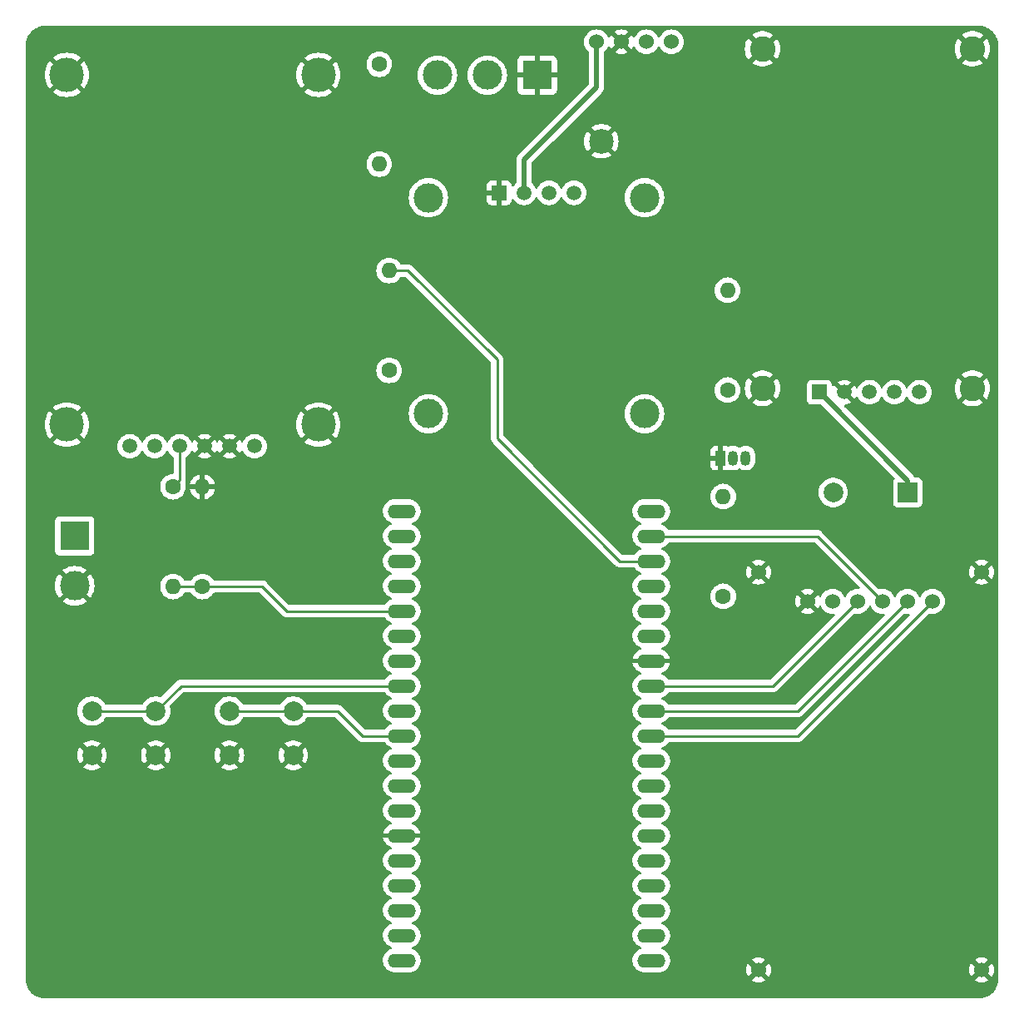
<source format=gbr>
%TF.GenerationSoftware,KiCad,Pcbnew,7.0.10*%
%TF.CreationDate,2024-04-15T10:50:26-06:00*%
%TF.ProjectId,ducuchu,64756375-6368-4752-9e6b-696361645f70,rev?*%
%TF.SameCoordinates,Original*%
%TF.FileFunction,Copper,L1,Top*%
%TF.FilePolarity,Positive*%
%FSLAX46Y46*%
G04 Gerber Fmt 4.6, Leading zero omitted, Abs format (unit mm)*
G04 Created by KiCad (PCBNEW 7.0.10) date 2024-04-15 10:50:26*
%MOMM*%
%LPD*%
G01*
G04 APERTURE LIST*
%TA.AperFunction,ComponentPad*%
%ADD10C,2.000000*%
%TD*%
%TA.AperFunction,ComponentPad*%
%ADD11C,1.600000*%
%TD*%
%TA.AperFunction,ComponentPad*%
%ADD12O,1.600000X1.600000*%
%TD*%
%TA.AperFunction,ComponentPad*%
%ADD13R,1.508000X1.508000*%
%TD*%
%TA.AperFunction,ComponentPad*%
%ADD14C,2.600000*%
%TD*%
%TA.AperFunction,ComponentPad*%
%ADD15C,1.508000*%
%TD*%
%TA.AperFunction,ComponentPad*%
%ADD16C,3.500000*%
%TD*%
%TA.AperFunction,ComponentPad*%
%ADD17R,2.000000X2.000000*%
%TD*%
%TA.AperFunction,ComponentPad*%
%ADD18R,3.000000X3.000000*%
%TD*%
%TA.AperFunction,ComponentPad*%
%ADD19C,3.000000*%
%TD*%
%TA.AperFunction,ComponentPad*%
%ADD20R,1.050000X1.500000*%
%TD*%
%TA.AperFunction,ComponentPad*%
%ADD21O,1.050000X1.500000*%
%TD*%
%TA.AperFunction,ComponentPad*%
%ADD22C,1.524000*%
%TD*%
%TA.AperFunction,ComponentPad*%
%ADD23C,2.500000*%
%TD*%
%TA.AperFunction,ComponentPad*%
%ADD24O,2.844800X1.422400*%
%TD*%
%TA.AperFunction,Conductor*%
%ADD25C,0.500000*%
%TD*%
%TA.AperFunction,Conductor*%
%ADD26C,0.250000*%
%TD*%
G04 APERTURE END LIST*
D10*
%TO.P,SW1,1,1*%
%TO.N,/CANCEL_BUTTON*%
X97750000Y-130750000D03*
X104250000Y-130750000D03*
%TO.P,SW1,2,2*%
%TO.N,GND*%
X97750000Y-135250000D03*
X104250000Y-135250000D03*
%TD*%
D11*
%TO.P,R5,1*%
%TO.N,+3.3V*%
X162450000Y-98080000D03*
D12*
%TO.P,R5,2*%
%TO.N,/SDA*%
X162450000Y-87920000D03*
%TD*%
D11*
%TO.P,R4,1*%
%TO.N,+3.3V*%
X128000000Y-96080000D03*
D12*
%TO.P,R4,2*%
%TO.N,/SCL*%
X128000000Y-85920000D03*
%TD*%
D11*
%TO.P,R6,1*%
%TO.N,/buzzer*%
X162000000Y-119080000D03*
D12*
%TO.P,R6,2*%
%TO.N,Net-(Q1-B)*%
X162000000Y-108920000D03*
%TD*%
D13*
%TO.P,U7,5,VCC*%
%TO.N,+5V*%
X171800000Y-98300000D03*
D14*
%TO.P,U7,4,GND*%
%TO.N,GND*%
X166000000Y-63340000D03*
X166000000Y-97900000D03*
D15*
X174340000Y-98300000D03*
D14*
X187360000Y-63340000D03*
X187360000Y-97900000D03*
D15*
%TO.P,U7,3,RXD*%
%TO.N,/TX2*%
X176880000Y-98300000D03*
%TO.P,U7,2,TXD*%
%TO.N,/RX2*%
X179420000Y-98300000D03*
%TO.P,U7,1,PPS*%
%TO.N,unconnected-(U7-PPS-Pad1)*%
X181960000Y-98300000D03*
%TD*%
%TO.P,U5,1,To*%
%TO.N,unconnected-(U5-To-Pad1)*%
X101600000Y-103800000D03*
%TO.P,U5,2,Do*%
%TO.N,unconnected-(U5-Do-Pad2)*%
X104140000Y-103800000D03*
%TO.P,U5,3,Po*%
%TO.N,Net-(U5-Po)*%
X106680000Y-103800000D03*
%TO.P,U5,4,GND*%
%TO.N,GND*%
X109220000Y-103800000D03*
D16*
%TO.P,U5,5,GND*%
X95200000Y-66000000D03*
X95200000Y-101600000D03*
D15*
X111760000Y-103800000D03*
D16*
X120800000Y-66000000D03*
X120800000Y-101600000D03*
D15*
%TO.P,U5,6,VCC*%
%TO.N,+5V*%
X114300000Y-103800000D03*
%TD*%
D17*
%TO.P,BZ1,1,+*%
%TO.N,+5V*%
X180800000Y-108500000D03*
D10*
%TO.P,BZ1,2,-*%
%TO.N,Net-(BZ1--)*%
X173200000Y-108500000D03*
%TD*%
D18*
%TO.P,J1,1,Pin_1*%
%TO.N,+5V*%
X96000000Y-112920000D03*
D19*
%TO.P,J1,2,Pin_2*%
%TO.N,GND*%
X96000000Y-118000000D03*
%TD*%
D18*
%TO.P,U2,1,GND*%
%TO.N,GND*%
X143080000Y-66040000D03*
D19*
%TO.P,U2,2,DQ*%
%TO.N,/TEMP_H2O*%
X138000000Y-66040000D03*
%TO.P,U2,3,V_{DD}*%
%TO.N,+3.3V*%
X132920000Y-66040000D03*
%TD*%
D10*
%TO.P,SW2,1,1*%
%TO.N,/PROCEED_BUTTON*%
X111750000Y-130750000D03*
X118250000Y-130750000D03*
%TO.P,SW2,2,2*%
%TO.N,GND*%
X111750000Y-135250000D03*
X118250000Y-135250000D03*
%TD*%
D20*
%TO.P,Q1,1,E*%
%TO.N,GND*%
X161730000Y-105000000D03*
D21*
%TO.P,Q1,2,B*%
%TO.N,Net-(Q1-B)*%
X163000000Y-105000000D03*
%TO.P,Q1,3,C*%
%TO.N,Net-(BZ1--)*%
X164270000Y-105000000D03*
%TD*%
D11*
%TO.P,R1,1*%
%TO.N,+3.3V*%
X127000000Y-64920000D03*
D12*
%TO.P,R1,2*%
%TO.N,/TEMP_H2O*%
X127000000Y-75080000D03*
%TD*%
D11*
%TO.P,R2,1*%
%TO.N,Net-(U5-Po)*%
X106000000Y-107920000D03*
D12*
%TO.P,R2,2*%
%TO.N,/PH*%
X106000000Y-118080000D03*
%TD*%
D22*
%TO.P,U4,1,VCC_IN*%
%TO.N,+3.3V*%
X149100000Y-62651000D03*
D23*
%TO.P,U4,2,GND*%
%TO.N,GND*%
X149600000Y-72751000D03*
D22*
X151640000Y-62651000D03*
%TO.P,U4,3,SCL*%
%TO.N,/SCL*%
X154180000Y-62651000D03*
%TO.P,U4,4,SDA*%
%TO.N,/SDA*%
X156720000Y-62651000D03*
%TD*%
D19*
%TO.P,U3,S4*%
%TO.N,N/C*%
X132000000Y-100500000D03*
%TO.P,U3,S3*%
X154000000Y-100500000D03*
%TO.P,U3,S2*%
X154000000Y-78500000D03*
%TO.P,U3,S1*%
X132000000Y-78500000D03*
D15*
%TO.P,U3,4,SDA*%
%TO.N,/SDA*%
X146810000Y-78000000D03*
%TO.P,U3,3,SCL*%
%TO.N,/SCL*%
X144270000Y-78000000D03*
%TO.P,U3,2,VCC_IN*%
%TO.N,+3.3V*%
X141730000Y-78000000D03*
D13*
%TO.P,U3,1,GND*%
%TO.N,GND*%
X139190000Y-78000000D03*
%TD*%
D11*
%TO.P,R3,1*%
%TO.N,/PH*%
X109000000Y-118080000D03*
D12*
%TO.P,R3,2*%
%TO.N,GND*%
X109000000Y-107920000D03*
%TD*%
D24*
%TO.P,U1,3V3,3.3V*%
%TO.N,+3.3V*%
X129280000Y-110410000D03*
%TO.P,U1,EN,EN*%
%TO.N,unconnected-(U1-PadEN)*%
X129280000Y-112950000D03*
%TO.P,U1,GND@1,GND@1*%
%TO.N,GND*%
X129280000Y-143430000D03*
%TO.P,U1,GND@2,GND@2*%
%TO.N,unconnected-(U1-PadGND@2)*%
X154680000Y-110410000D03*
%TO.P,U1,GND@3,GND@3*%
%TO.N,GND*%
X154680000Y-125650000D03*
%TO.P,U1,GPIO0,GPIO0*%
%TO.N,unconnected-(U1-PadGPIO0)*%
X154680000Y-143430000D03*
%TO.P,U1,GPIO2,GPIO2*%
%TO.N,unconnected-(U1-PadGPIO2)*%
X154680000Y-145970000D03*
%TO.P,U1,GPIO4,GPIO4*%
%TO.N,/buzzer*%
X154680000Y-140890000D03*
%TO.P,U1,GPIO5,GPIO5*%
%TO.N,/CS*%
X154680000Y-133270000D03*
%TO.P,U1,GPIO6,GPIO6*%
%TO.N,unconnected-(U1-PadGPIO6)*%
X154680000Y-156130000D03*
%TO.P,U1,GPIO7,GPIO7*%
%TO.N,unconnected-(U1-PadGPIO7)*%
X154680000Y-153590000D03*
%TO.P,U1,GPIO8,GPIO8*%
%TO.N,unconnected-(U1-PadGPIO8)*%
X154680000Y-151050000D03*
%TO.P,U1,GPIO9,GPIO9*%
%TO.N,unconnected-(U1-PadGPIO9)*%
X129280000Y-148510000D03*
%TO.P,U1,GPIO10,GPIO10*%
%TO.N,unconnected-(U1-PadGPIO10)*%
X129280000Y-151050000D03*
%TO.P,U1,GPIO11,GPIO11*%
%TO.N,unconnected-(U1-PadGPIO11)*%
X129280000Y-153590000D03*
%TO.P,U1,GPIO12,GPIO12*%
%TO.N,unconnected-(U1-PadGPIO12)*%
X129280000Y-140890000D03*
%TO.P,U1,GPIO13,GPIO13*%
%TO.N,unconnected-(U1-PadGPIO13)*%
X129280000Y-145970000D03*
%TO.P,U1,GPIO14,GPIO14*%
%TO.N,unconnected-(U1-PadGPIO14)*%
X129280000Y-138350000D03*
%TO.P,U1,GPIO15,GPIO15*%
%TO.N,unconnected-(U1-PadGPIO15)*%
X154680000Y-148510000D03*
%TO.P,U1,GPIO16,GPIO16*%
%TO.N,/RX2*%
X154680000Y-138350000D03*
%TO.P,U1,GPIO17,GPIO17*%
%TO.N,/TX2*%
X154680000Y-135810000D03*
%TO.P,U1,GPIO18,GPIO18*%
%TO.N,/SCK*%
X154680000Y-130730000D03*
%TO.P,U1,GPIO19,GPIO19*%
%TO.N,/MISO*%
X154680000Y-128190000D03*
%TO.P,U1,GPIO21,GPIO21*%
%TO.N,/SDA*%
X154680000Y-123110000D03*
%TO.P,U1,GPIO22,GPIO22*%
%TO.N,/SCL*%
X154680000Y-115490000D03*
%TO.P,U1,GPIO23,GPIO23*%
%TO.N,/MOSI*%
X154680000Y-112950000D03*
%TO.P,U1,GPIO25,GPIO25*%
%TO.N,unconnected-(U1-PadGPIO25)*%
X129280000Y-130730000D03*
%TO.P,U1,GPIO26,GPIO26*%
%TO.N,/PROCEED_BUTTON*%
X129280000Y-133270000D03*
%TO.P,U1,GPIO27,GPIO27*%
%TO.N,unconnected-(U1-PadGPIO27)*%
X129280000Y-135810000D03*
%TO.P,U1,GPIO32,GPIO32*%
%TO.N,/TEMP_H2O*%
X129280000Y-125650000D03*
%TO.P,U1,GPIO33,GPIO33*%
%TO.N,/CANCEL_BUTTON*%
X129280000Y-128190000D03*
%TO.P,U1,GPIO34,GPIO34*%
%TO.N,/PH*%
X129280000Y-120570000D03*
%TO.P,U1,GPIO35,GPIO35*%
%TO.N,unconnected-(U1-PadGPIO35)*%
X129280000Y-123110000D03*
%TO.P,U1,GPIO36,GPIO36*%
%TO.N,unconnected-(U1-PadGPIO36)*%
X129280000Y-115490000D03*
%TO.P,U1,GPIO39,GPIO39*%
%TO.N,unconnected-(U1-PadGPIO39)*%
X129280000Y-118030000D03*
%TO.P,U1,RX0,RX0*%
%TO.N,unconnected-(U1-PadRX0)*%
X154680000Y-120570000D03*
%TO.P,U1,TX0,TX0*%
%TO.N,unconnected-(U1-PadTX0)*%
X154680000Y-118030000D03*
%TO.P,U1,VIN,VIN*%
%TO.N,+5V*%
X129280000Y-156130000D03*
%TD*%
D22*
%TO.P,U6,1,GND*%
%TO.N,GND*%
X188300000Y-157100000D03*
X188300000Y-116600000D03*
X170600000Y-119590000D03*
X165600000Y-157100000D03*
X165600000Y-116600000D03*
%TO.P,U6,2,VCC*%
%TO.N,+5V*%
X173140000Y-119590000D03*
%TO.P,U6,3,MISO*%
%TO.N,/MISO*%
X175680000Y-119590000D03*
%TO.P,U6,4,MOSI*%
%TO.N,/MOSI*%
X178220000Y-119590000D03*
%TO.P,U6,5,SCK*%
%TO.N,/SCK*%
X180760000Y-119590000D03*
%TO.P,U6,6,CS*%
%TO.N,/CS*%
X183300000Y-119590000D03*
%TD*%
D25*
%TO.N,+3.3V*%
X149100000Y-67265000D02*
X149100000Y-62651000D01*
X141730000Y-74635000D02*
X149100000Y-67265000D01*
X141730000Y-78000000D02*
X141730000Y-74635000D01*
D26*
%TO.N,Net-(U5-Po)*%
X106680000Y-107240000D02*
X106000000Y-107920000D01*
X106680000Y-103800000D02*
X106680000Y-107240000D01*
%TO.N,/PH*%
X117570000Y-120570000D02*
X129280000Y-120570000D01*
X109000000Y-118080000D02*
X115080000Y-118080000D01*
X115080000Y-118080000D02*
X117570000Y-120570000D01*
X106000000Y-118080000D02*
X109000000Y-118080000D01*
%TO.N,/SCL*%
X151490000Y-115490000D02*
X139000000Y-103000000D01*
X139000000Y-95000000D02*
X129920000Y-85920000D01*
X139000000Y-103000000D02*
X139000000Y-95000000D01*
X154680000Y-115490000D02*
X151490000Y-115490000D01*
X129920000Y-85920000D02*
X128000000Y-85920000D01*
D25*
%TO.N,+5V*%
X171800000Y-98300000D02*
X180800000Y-107300000D01*
X180800000Y-107300000D02*
X180800000Y-108500000D01*
D26*
%TO.N,/PROCEED_BUTTON*%
X125270000Y-133270000D02*
X129280000Y-133270000D01*
X122750000Y-130750000D02*
X125270000Y-133270000D01*
X111750000Y-130750000D02*
X118250000Y-130750000D01*
X118250000Y-130750000D02*
X122750000Y-130750000D01*
%TO.N,/CANCEL_BUTTON*%
X104250000Y-130750000D02*
X106810000Y-128190000D01*
X97750000Y-130750000D02*
X104250000Y-130750000D01*
X106810000Y-128190000D02*
X129280000Y-128190000D01*
%TO.N,/MISO*%
X175680000Y-119590000D02*
X167080000Y-128190000D01*
X167080000Y-128190000D02*
X154680000Y-128190000D01*
%TO.N,/MOSI*%
X154680000Y-112950000D02*
X171580000Y-112950000D01*
X171580000Y-112950000D02*
X178220000Y-119590000D01*
%TO.N,/SCK*%
X169620000Y-130730000D02*
X154680000Y-130730000D01*
X180760000Y-119590000D02*
X169620000Y-130730000D01*
%TO.N,/CS*%
X169620000Y-133270000D02*
X154680000Y-133270000D01*
X183300000Y-119590000D02*
X169620000Y-133270000D01*
%TD*%
%TA.AperFunction,Conductor*%
%TO.N,GND*%
G36*
X171336587Y-113595185D02*
G01*
X171357229Y-113611819D01*
X175864392Y-118118983D01*
X175897877Y-118180306D01*
X175892893Y-118249998D01*
X175851021Y-118305931D01*
X175785557Y-118330348D01*
X175765904Y-118330192D01*
X175680002Y-118322677D01*
X175679998Y-118322677D01*
X175459937Y-118341929D01*
X175459929Y-118341930D01*
X175246554Y-118399104D01*
X175246548Y-118399107D01*
X175046340Y-118492465D01*
X175046338Y-118492466D01*
X174865377Y-118619175D01*
X174709175Y-118775377D01*
X174582466Y-118956338D01*
X174582465Y-118956340D01*
X174522382Y-119085189D01*
X174476209Y-119137628D01*
X174409016Y-119156780D01*
X174342135Y-119136564D01*
X174297618Y-119085189D01*
X174264537Y-119014248D01*
X174237534Y-118956339D01*
X174110826Y-118775380D01*
X173954620Y-118619174D01*
X173954616Y-118619171D01*
X173954615Y-118619170D01*
X173773666Y-118492468D01*
X173773662Y-118492466D01*
X173697454Y-118456930D01*
X173573450Y-118399106D01*
X173573447Y-118399105D01*
X173573445Y-118399104D01*
X173360070Y-118341930D01*
X173360062Y-118341929D01*
X173140002Y-118322677D01*
X173139998Y-118322677D01*
X172919937Y-118341929D01*
X172919929Y-118341930D01*
X172706554Y-118399104D01*
X172706548Y-118399107D01*
X172506340Y-118492465D01*
X172506338Y-118492466D01*
X172325377Y-118619175D01*
X172169175Y-118775377D01*
X172042467Y-118956337D01*
X171982105Y-119085782D01*
X171935932Y-119138221D01*
X171868738Y-119157372D01*
X171801857Y-119137156D01*
X171757341Y-119085780D01*
X171697098Y-118956589D01*
X171697097Y-118956587D01*
X171651741Y-118891811D01*
X171651740Y-118891810D01*
X170984903Y-119558648D01*
X170984949Y-119558102D01*
X170953734Y-119434838D01*
X170884187Y-119328388D01*
X170783843Y-119250287D01*
X170663578Y-119209000D01*
X170627448Y-119209000D01*
X171298188Y-118538259D01*
X171298187Y-118538258D01*
X171233411Y-118492901D01*
X171233405Y-118492898D01*
X171033284Y-118399580D01*
X171033270Y-118399575D01*
X170819986Y-118342426D01*
X170819976Y-118342424D01*
X170600001Y-118323179D01*
X170599999Y-118323179D01*
X170380023Y-118342424D01*
X170380013Y-118342426D01*
X170166729Y-118399575D01*
X170166720Y-118399579D01*
X169966590Y-118492901D01*
X169901811Y-118538258D01*
X170572553Y-119209000D01*
X170568431Y-119209000D01*
X170474579Y-119224661D01*
X170362749Y-119285180D01*
X170276629Y-119378731D01*
X170225552Y-119495177D01*
X170219894Y-119563447D01*
X169548258Y-118891811D01*
X169502901Y-118956590D01*
X169409579Y-119156720D01*
X169409575Y-119156729D01*
X169352426Y-119370013D01*
X169352424Y-119370023D01*
X169333179Y-119589999D01*
X169333179Y-119590000D01*
X169352424Y-119809976D01*
X169352426Y-119809986D01*
X169409575Y-120023270D01*
X169409580Y-120023284D01*
X169502898Y-120223405D01*
X169502901Y-120223411D01*
X169548258Y-120288187D01*
X169548259Y-120288188D01*
X170215096Y-119621350D01*
X170215051Y-119621898D01*
X170246266Y-119745162D01*
X170315813Y-119851612D01*
X170416157Y-119929713D01*
X170536422Y-119971000D01*
X170572553Y-119971000D01*
X169901810Y-120641740D01*
X169966590Y-120687099D01*
X169966592Y-120687100D01*
X170166715Y-120780419D01*
X170166729Y-120780424D01*
X170380013Y-120837573D01*
X170380023Y-120837575D01*
X170599999Y-120856821D01*
X170600001Y-120856821D01*
X170819976Y-120837575D01*
X170819986Y-120837573D01*
X171033270Y-120780424D01*
X171033284Y-120780419D01*
X171233407Y-120687100D01*
X171233417Y-120687094D01*
X171298188Y-120641741D01*
X170627448Y-119971000D01*
X170631569Y-119971000D01*
X170725421Y-119955339D01*
X170837251Y-119894820D01*
X170923371Y-119801269D01*
X170974448Y-119684823D01*
X170980105Y-119616552D01*
X171651741Y-120288188D01*
X171697094Y-120223417D01*
X171697095Y-120223416D01*
X171757340Y-120094219D01*
X171803512Y-120041780D01*
X171870706Y-120022627D01*
X171937587Y-120042842D01*
X171982105Y-120094218D01*
X172042466Y-120223662D01*
X172042468Y-120223666D01*
X172169170Y-120404615D01*
X172169175Y-120404621D01*
X172325378Y-120560824D01*
X172325384Y-120560829D01*
X172506333Y-120687531D01*
X172506335Y-120687532D01*
X172506338Y-120687534D01*
X172706550Y-120780894D01*
X172919932Y-120838070D01*
X173054090Y-120849807D01*
X173139998Y-120857323D01*
X173140000Y-120857323D01*
X173140001Y-120857323D01*
X173149233Y-120856515D01*
X173225904Y-120849807D01*
X173294402Y-120863573D01*
X173344585Y-120912188D01*
X173360519Y-120980217D01*
X173337144Y-121046060D01*
X173324391Y-121061016D01*
X166857228Y-127528181D01*
X166795905Y-127561666D01*
X166769547Y-127564500D01*
X156501918Y-127564500D01*
X156434879Y-127544815D01*
X156404971Y-127517812D01*
X156270553Y-127349257D01*
X156270553Y-127349256D01*
X156106304Y-127205757D01*
X156106302Y-127205755D01*
X156106298Y-127205752D01*
X156005643Y-127145613D01*
X155919068Y-127093886D01*
X155919065Y-127093884D01*
X155919062Y-127093883D01*
X155773586Y-127039285D01*
X155764937Y-127036039D01*
X155709089Y-126994054D01*
X155684806Y-126928539D01*
X155699797Y-126860297D01*
X155749304Y-126810993D01*
X155775520Y-126800415D01*
X155818494Y-126788554D01*
X155818509Y-126788549D01*
X156014928Y-126693959D01*
X156014936Y-126693955D01*
X156191311Y-126565811D01*
X156191313Y-126565810D01*
X156341980Y-126408223D01*
X156462088Y-126226270D01*
X156547775Y-126025792D01*
X156547777Y-126025786D01*
X156576488Y-125900000D01*
X155055278Y-125900000D01*
X155103625Y-125816260D01*
X155133810Y-125684008D01*
X155123673Y-125548735D01*
X155074113Y-125422459D01*
X155056203Y-125400000D01*
X156579597Y-125400000D01*
X156579597Y-125399999D01*
X156576807Y-125379400D01*
X156576806Y-125379394D01*
X156509433Y-125172042D01*
X156406122Y-124980058D01*
X156406116Y-124980049D01*
X156270190Y-124809603D01*
X156106003Y-124666158D01*
X156106001Y-124666157D01*
X155918850Y-124554338D01*
X155918842Y-124554334D01*
X155764913Y-124496564D01*
X155709065Y-124454579D01*
X155684781Y-124389065D01*
X155699772Y-124320822D01*
X155749278Y-124271518D01*
X155775490Y-124260941D01*
X155818682Y-124249021D01*
X156015192Y-124154387D01*
X156191647Y-124026185D01*
X156342375Y-123868536D01*
X156462531Y-123686508D01*
X156548253Y-123485949D01*
X156596787Y-123273308D01*
X156606573Y-123055418D01*
X156577295Y-122839281D01*
X156509896Y-122631847D01*
X156406540Y-122439780D01*
X156378997Y-122405243D01*
X156270551Y-122269254D01*
X156106304Y-122125757D01*
X156106302Y-122125755D01*
X156106298Y-122125752D01*
X156005643Y-122065613D01*
X155919068Y-122013886D01*
X155919065Y-122013884D01*
X155919062Y-122013883D01*
X155765732Y-121956337D01*
X155709885Y-121914353D01*
X155685602Y-121848839D01*
X155700593Y-121780596D01*
X155750099Y-121731292D01*
X155776315Y-121720714D01*
X155818672Y-121709024D01*
X155818674Y-121709023D01*
X155818682Y-121709021D01*
X156015192Y-121614387D01*
X156191647Y-121486185D01*
X156342375Y-121328536D01*
X156462531Y-121146508D01*
X156548253Y-120945949D01*
X156596787Y-120733308D01*
X156606573Y-120515418D01*
X156577295Y-120299281D01*
X156509896Y-120091847D01*
X156406540Y-119899780D01*
X156346034Y-119823908D01*
X156270551Y-119729254D01*
X156106304Y-119585757D01*
X156106302Y-119585755D01*
X156106298Y-119585752D01*
X156059489Y-119557784D01*
X155919068Y-119473886D01*
X155919065Y-119473884D01*
X155919062Y-119473883D01*
X155765732Y-119416337D01*
X155709885Y-119374353D01*
X155685602Y-119308839D01*
X155700593Y-119240596D01*
X155750099Y-119191292D01*
X155776315Y-119180714D01*
X155818672Y-119169024D01*
X155818674Y-119169023D01*
X155818682Y-119169021D01*
X156003534Y-119080001D01*
X160694532Y-119080001D01*
X160714364Y-119306686D01*
X160714366Y-119306697D01*
X160773258Y-119526488D01*
X160773261Y-119526497D01*
X160869431Y-119732732D01*
X160869432Y-119732734D01*
X160999954Y-119919141D01*
X161160858Y-120080045D01*
X161160861Y-120080047D01*
X161347266Y-120210568D01*
X161553504Y-120306739D01*
X161773308Y-120365635D01*
X161935230Y-120379801D01*
X161999998Y-120385468D01*
X162000000Y-120385468D01*
X162000002Y-120385468D01*
X162056673Y-120380509D01*
X162226692Y-120365635D01*
X162446496Y-120306739D01*
X162652734Y-120210568D01*
X162839139Y-120080047D01*
X163000047Y-119919139D01*
X163130568Y-119732734D01*
X163226739Y-119526496D01*
X163285635Y-119306692D01*
X163305468Y-119080000D01*
X163285635Y-118853308D01*
X163240211Y-118683784D01*
X163226741Y-118633511D01*
X163226738Y-118633502D01*
X163214150Y-118606508D01*
X163130568Y-118427266D01*
X163000047Y-118240861D01*
X163000045Y-118240858D01*
X162839141Y-118079954D01*
X162652734Y-117949432D01*
X162652732Y-117949431D01*
X162446497Y-117853261D01*
X162446488Y-117853258D01*
X162226697Y-117794366D01*
X162226693Y-117794365D01*
X162226692Y-117794365D01*
X162226691Y-117794364D01*
X162226686Y-117794364D01*
X162000002Y-117774532D01*
X161999998Y-117774532D01*
X161773313Y-117794364D01*
X161773302Y-117794366D01*
X161553511Y-117853258D01*
X161553502Y-117853261D01*
X161347267Y-117949431D01*
X161347265Y-117949432D01*
X161160858Y-118079954D01*
X160999954Y-118240858D01*
X160869432Y-118427265D01*
X160869431Y-118427267D01*
X160773261Y-118633502D01*
X160773258Y-118633511D01*
X160714366Y-118853302D01*
X160714364Y-118853313D01*
X160694532Y-119079998D01*
X160694532Y-119080001D01*
X156003534Y-119080001D01*
X156015192Y-119074387D01*
X156191647Y-118946185D01*
X156342375Y-118788536D01*
X156462531Y-118606508D01*
X156548253Y-118405949D01*
X156596787Y-118193308D01*
X156606573Y-117975418D01*
X156577295Y-117759281D01*
X156509896Y-117551847D01*
X156406540Y-117359780D01*
X156343693Y-117280972D01*
X156270551Y-117189254D01*
X156106304Y-117045757D01*
X156106302Y-117045755D01*
X156106298Y-117045752D01*
X156005643Y-116985613D01*
X155919068Y-116933886D01*
X155919065Y-116933884D01*
X155919062Y-116933883D01*
X155765732Y-116876337D01*
X155709885Y-116834353D01*
X155685602Y-116768839D01*
X155700593Y-116700596D01*
X155750099Y-116651292D01*
X155776315Y-116640714D01*
X155818672Y-116629024D01*
X155818674Y-116629023D01*
X155818682Y-116629021D01*
X155878945Y-116600000D01*
X164333179Y-116600000D01*
X164352424Y-116819976D01*
X164352426Y-116819986D01*
X164409575Y-117033270D01*
X164409580Y-117033284D01*
X164502898Y-117233405D01*
X164502901Y-117233411D01*
X164548258Y-117298187D01*
X164548259Y-117298188D01*
X165215096Y-116631350D01*
X165215051Y-116631898D01*
X165246266Y-116755162D01*
X165315813Y-116861612D01*
X165416157Y-116939713D01*
X165536422Y-116981000D01*
X165572553Y-116981000D01*
X164901810Y-117651740D01*
X164966590Y-117697099D01*
X164966592Y-117697100D01*
X165166715Y-117790419D01*
X165166729Y-117790424D01*
X165380013Y-117847573D01*
X165380023Y-117847575D01*
X165599999Y-117866821D01*
X165600001Y-117866821D01*
X165819976Y-117847575D01*
X165819986Y-117847573D01*
X166033270Y-117790424D01*
X166033284Y-117790419D01*
X166233407Y-117697100D01*
X166233417Y-117697094D01*
X166298188Y-117651741D01*
X165627448Y-116981000D01*
X165631569Y-116981000D01*
X165725421Y-116965339D01*
X165837251Y-116904820D01*
X165923371Y-116811269D01*
X165974448Y-116694823D01*
X165980105Y-116626552D01*
X166651741Y-117298188D01*
X166697094Y-117233417D01*
X166697100Y-117233407D01*
X166790419Y-117033284D01*
X166790424Y-117033270D01*
X166847573Y-116819986D01*
X166847575Y-116819976D01*
X166866821Y-116600000D01*
X166866821Y-116599999D01*
X166847575Y-116380023D01*
X166847573Y-116380013D01*
X166790424Y-116166729D01*
X166790420Y-116166720D01*
X166697096Y-115966586D01*
X166651741Y-115901811D01*
X166651740Y-115901810D01*
X165984903Y-116568648D01*
X165984949Y-116568102D01*
X165953734Y-116444838D01*
X165884187Y-116338388D01*
X165783843Y-116260287D01*
X165663578Y-116219000D01*
X165627448Y-116219000D01*
X166298188Y-115548259D01*
X166298187Y-115548258D01*
X166233411Y-115502901D01*
X166233405Y-115502898D01*
X166033284Y-115409580D01*
X166033270Y-115409575D01*
X165819986Y-115352426D01*
X165819976Y-115352424D01*
X165600001Y-115333179D01*
X165599999Y-115333179D01*
X165380023Y-115352424D01*
X165380013Y-115352426D01*
X165166729Y-115409575D01*
X165166720Y-115409579D01*
X164966590Y-115502901D01*
X164901811Y-115548258D01*
X165572553Y-116219000D01*
X165568431Y-116219000D01*
X165474579Y-116234661D01*
X165362749Y-116295180D01*
X165276629Y-116388731D01*
X165225552Y-116505177D01*
X165219894Y-116573447D01*
X164548258Y-115901811D01*
X164502901Y-115966590D01*
X164409579Y-116166720D01*
X164409575Y-116166729D01*
X164352426Y-116380013D01*
X164352424Y-116380023D01*
X164333179Y-116599999D01*
X164333179Y-116600000D01*
X155878945Y-116600000D01*
X156015192Y-116534387D01*
X156191647Y-116406185D01*
X156342375Y-116248536D01*
X156462531Y-116066508D01*
X156548253Y-115865949D01*
X156596787Y-115653308D01*
X156606573Y-115435418D01*
X156577295Y-115219281D01*
X156509896Y-115011847D01*
X156406540Y-114819780D01*
X156372858Y-114777544D01*
X156270551Y-114649254D01*
X156106304Y-114505757D01*
X156106302Y-114505755D01*
X156106298Y-114505752D01*
X156005643Y-114445613D01*
X155919068Y-114393886D01*
X155919065Y-114393884D01*
X155919062Y-114393883D01*
X155765732Y-114336337D01*
X155709885Y-114294353D01*
X155685602Y-114228839D01*
X155700593Y-114160596D01*
X155750099Y-114111292D01*
X155776315Y-114100714D01*
X155818672Y-114089024D01*
X155818674Y-114089023D01*
X155818682Y-114089021D01*
X156015192Y-113994387D01*
X156191647Y-113866185D01*
X156342375Y-113708536D01*
X156393432Y-113631187D01*
X156446793Y-113586083D01*
X156496919Y-113575500D01*
X171269548Y-113575500D01*
X171336587Y-113595185D01*
G37*
%TD.AperFunction*%
%TA.AperFunction,Conductor*%
G36*
X188004042Y-61000764D02*
G01*
X188083586Y-61005978D01*
X188083767Y-61005991D01*
X188261587Y-61018709D01*
X188276904Y-61020772D01*
X188388378Y-61042945D01*
X188390437Y-61043374D01*
X188530240Y-61073786D01*
X188543703Y-61077522D01*
X188657725Y-61116228D01*
X188661074Y-61117420D01*
X188788808Y-61165062D01*
X188800300Y-61170024D01*
X188910687Y-61224461D01*
X188915187Y-61226798D01*
X189032478Y-61290844D01*
X189041942Y-61296574D01*
X189145269Y-61365615D01*
X189150688Y-61369450D01*
X189256727Y-61448830D01*
X189264145Y-61454844D01*
X189357976Y-61537131D01*
X189363898Y-61542678D01*
X189457320Y-61636100D01*
X189462867Y-61642022D01*
X189545150Y-61735848D01*
X189551173Y-61743278D01*
X189588691Y-61793396D01*
X189630548Y-61849310D01*
X189634383Y-61854729D01*
X189703424Y-61958056D01*
X189709154Y-61967520D01*
X189773183Y-62084779D01*
X189775564Y-62089363D01*
X189829969Y-62199687D01*
X189834938Y-62211196D01*
X189882556Y-62338863D01*
X189883793Y-62342338D01*
X189922470Y-62456276D01*
X189926217Y-62469777D01*
X189956613Y-62609508D01*
X189957064Y-62611675D01*
X189979224Y-62723080D01*
X189981291Y-62738425D01*
X189993995Y-62916046D01*
X189994045Y-62916781D01*
X189999234Y-62995941D01*
X189999500Y-63004052D01*
X189999500Y-157995947D01*
X189999234Y-158004058D01*
X189994045Y-158083217D01*
X189993995Y-158083952D01*
X189981291Y-158261573D01*
X189979224Y-158276918D01*
X189957064Y-158388323D01*
X189956613Y-158390490D01*
X189926217Y-158530221D01*
X189922470Y-158543722D01*
X189883793Y-158657660D01*
X189882556Y-158661135D01*
X189834938Y-158788802D01*
X189829969Y-158800311D01*
X189775564Y-158910635D01*
X189773183Y-158915219D01*
X189709154Y-159032478D01*
X189703424Y-159041942D01*
X189634383Y-159145269D01*
X189630548Y-159150688D01*
X189551181Y-159256711D01*
X189545142Y-159264160D01*
X189462867Y-159357976D01*
X189457320Y-159363898D01*
X189363898Y-159457320D01*
X189357976Y-159462867D01*
X189264160Y-159545142D01*
X189256711Y-159551181D01*
X189150688Y-159630548D01*
X189145269Y-159634383D01*
X189041942Y-159703424D01*
X189032478Y-159709154D01*
X188915219Y-159773183D01*
X188910635Y-159775564D01*
X188800311Y-159829969D01*
X188788802Y-159834938D01*
X188661135Y-159882556D01*
X188657660Y-159883793D01*
X188543722Y-159922470D01*
X188530221Y-159926217D01*
X188390490Y-159956613D01*
X188388323Y-159957064D01*
X188276918Y-159979224D01*
X188261573Y-159981291D01*
X188083952Y-159993995D01*
X188083217Y-159994045D01*
X188004058Y-159999234D01*
X187995947Y-159999500D01*
X93004053Y-159999500D01*
X92995942Y-159999234D01*
X92916781Y-159994045D01*
X92916046Y-159993995D01*
X92738425Y-159981291D01*
X92723080Y-159979224D01*
X92611675Y-159957064D01*
X92609508Y-159956613D01*
X92469777Y-159926217D01*
X92456276Y-159922470D01*
X92342338Y-159883793D01*
X92338863Y-159882556D01*
X92211196Y-159834938D01*
X92199687Y-159829969D01*
X92134947Y-159798043D01*
X92089348Y-159775556D01*
X92084779Y-159773183D01*
X91967520Y-159709154D01*
X91958056Y-159703424D01*
X91854729Y-159634383D01*
X91849310Y-159630548D01*
X91793396Y-159588691D01*
X91743278Y-159551173D01*
X91735848Y-159545150D01*
X91642022Y-159462867D01*
X91636100Y-159457320D01*
X91542678Y-159363898D01*
X91537131Y-159357976D01*
X91505450Y-159321851D01*
X91454844Y-159264145D01*
X91448830Y-159256727D01*
X91369450Y-159150688D01*
X91365615Y-159145269D01*
X91296574Y-159041942D01*
X91290844Y-159032478D01*
X91226798Y-158915187D01*
X91224461Y-158910687D01*
X91170024Y-158800300D01*
X91165060Y-158788802D01*
X91117420Y-158661074D01*
X91116228Y-158657725D01*
X91077522Y-158543703D01*
X91073786Y-158530240D01*
X91043374Y-158390437D01*
X91042945Y-158388378D01*
X91020772Y-158276904D01*
X91018709Y-158261587D01*
X91005991Y-158083767D01*
X91005978Y-158083586D01*
X91000765Y-158004043D01*
X91000500Y-157995934D01*
X91000500Y-135250005D01*
X96244859Y-135250005D01*
X96265385Y-135497729D01*
X96265387Y-135497738D01*
X96326412Y-135738717D01*
X96426266Y-135966364D01*
X96526564Y-136119882D01*
X97224070Y-135422376D01*
X97226884Y-135435915D01*
X97296442Y-135570156D01*
X97399638Y-135680652D01*
X97528819Y-135759209D01*
X97580002Y-135773549D01*
X96879942Y-136473609D01*
X96926768Y-136510055D01*
X96926770Y-136510056D01*
X97145385Y-136628364D01*
X97145396Y-136628369D01*
X97380506Y-136709083D01*
X97625707Y-136750000D01*
X97874293Y-136750000D01*
X98119493Y-136709083D01*
X98354603Y-136628369D01*
X98354614Y-136628364D01*
X98573228Y-136510057D01*
X98573231Y-136510055D01*
X98620056Y-136473609D01*
X97921568Y-135775121D01*
X98038458Y-135724349D01*
X98155739Y-135628934D01*
X98242928Y-135505415D01*
X98273354Y-135419802D01*
X98973434Y-136119882D01*
X99073731Y-135966369D01*
X99173587Y-135738717D01*
X99234612Y-135497738D01*
X99234614Y-135497729D01*
X99255141Y-135250005D01*
X102744859Y-135250005D01*
X102765385Y-135497729D01*
X102765387Y-135497738D01*
X102826412Y-135738717D01*
X102926266Y-135966364D01*
X103026564Y-136119882D01*
X103724070Y-135422376D01*
X103726884Y-135435915D01*
X103796442Y-135570156D01*
X103899638Y-135680652D01*
X104028819Y-135759209D01*
X104080002Y-135773549D01*
X103379942Y-136473609D01*
X103426768Y-136510055D01*
X103426770Y-136510056D01*
X103645385Y-136628364D01*
X103645396Y-136628369D01*
X103880506Y-136709083D01*
X104125707Y-136750000D01*
X104374293Y-136750000D01*
X104619493Y-136709083D01*
X104854603Y-136628369D01*
X104854614Y-136628364D01*
X105073228Y-136510057D01*
X105073231Y-136510055D01*
X105120056Y-136473609D01*
X104421568Y-135775121D01*
X104538458Y-135724349D01*
X104655739Y-135628934D01*
X104742928Y-135505415D01*
X104773354Y-135419802D01*
X105473434Y-136119882D01*
X105573731Y-135966369D01*
X105673587Y-135738717D01*
X105734612Y-135497738D01*
X105734614Y-135497729D01*
X105755141Y-135250005D01*
X110244859Y-135250005D01*
X110265385Y-135497729D01*
X110265387Y-135497738D01*
X110326412Y-135738717D01*
X110426266Y-135966364D01*
X110526564Y-136119882D01*
X111224070Y-135422376D01*
X111226884Y-135435915D01*
X111296442Y-135570156D01*
X111399638Y-135680652D01*
X111528819Y-135759209D01*
X111580002Y-135773549D01*
X110879942Y-136473609D01*
X110926768Y-136510055D01*
X110926770Y-136510056D01*
X111145385Y-136628364D01*
X111145396Y-136628369D01*
X111380506Y-136709083D01*
X111625707Y-136750000D01*
X111874293Y-136750000D01*
X112119493Y-136709083D01*
X112354603Y-136628369D01*
X112354614Y-136628364D01*
X112573228Y-136510057D01*
X112573231Y-136510055D01*
X112620056Y-136473609D01*
X111921568Y-135775121D01*
X112038458Y-135724349D01*
X112155739Y-135628934D01*
X112242928Y-135505415D01*
X112273354Y-135419802D01*
X112973434Y-136119882D01*
X113073731Y-135966369D01*
X113173587Y-135738717D01*
X113234612Y-135497738D01*
X113234614Y-135497729D01*
X113255141Y-135250005D01*
X116744859Y-135250005D01*
X116765385Y-135497729D01*
X116765387Y-135497738D01*
X116826412Y-135738717D01*
X116926266Y-135966364D01*
X117026564Y-136119882D01*
X117724070Y-135422376D01*
X117726884Y-135435915D01*
X117796442Y-135570156D01*
X117899638Y-135680652D01*
X118028819Y-135759209D01*
X118080002Y-135773549D01*
X117379942Y-136473609D01*
X117426768Y-136510055D01*
X117426770Y-136510056D01*
X117645385Y-136628364D01*
X117645396Y-136628369D01*
X117880506Y-136709083D01*
X118125707Y-136750000D01*
X118374293Y-136750000D01*
X118619493Y-136709083D01*
X118854603Y-136628369D01*
X118854614Y-136628364D01*
X119073228Y-136510057D01*
X119073231Y-136510055D01*
X119120056Y-136473609D01*
X118421568Y-135775121D01*
X118538458Y-135724349D01*
X118655739Y-135628934D01*
X118742928Y-135505415D01*
X118773354Y-135419802D01*
X119473434Y-136119882D01*
X119573731Y-135966369D01*
X119673587Y-135738717D01*
X119734612Y-135497738D01*
X119734614Y-135497729D01*
X119755141Y-135250005D01*
X119755141Y-135249994D01*
X119734614Y-135002270D01*
X119734612Y-135002261D01*
X119673587Y-134761282D01*
X119573731Y-134533630D01*
X119473434Y-134380116D01*
X118775929Y-135077622D01*
X118773116Y-135064085D01*
X118703558Y-134929844D01*
X118600362Y-134819348D01*
X118471181Y-134740791D01*
X118419997Y-134726450D01*
X119120057Y-134026390D01*
X119120056Y-134026389D01*
X119073229Y-133989943D01*
X118854614Y-133871635D01*
X118854603Y-133871630D01*
X118619493Y-133790916D01*
X118374293Y-133750000D01*
X118125707Y-133750000D01*
X117880506Y-133790916D01*
X117645396Y-133871630D01*
X117645390Y-133871632D01*
X117426761Y-133989949D01*
X117379942Y-134026388D01*
X117379942Y-134026390D01*
X118078431Y-134724878D01*
X117961542Y-134775651D01*
X117844261Y-134871066D01*
X117757072Y-134994585D01*
X117726645Y-135080197D01*
X117026564Y-134380116D01*
X116926267Y-134533632D01*
X116826412Y-134761282D01*
X116765387Y-135002261D01*
X116765385Y-135002270D01*
X116744859Y-135249994D01*
X116744859Y-135250005D01*
X113255141Y-135250005D01*
X113255141Y-135249994D01*
X113234614Y-135002270D01*
X113234612Y-135002261D01*
X113173587Y-134761282D01*
X113073731Y-134533630D01*
X112973434Y-134380116D01*
X112275929Y-135077622D01*
X112273116Y-135064085D01*
X112203558Y-134929844D01*
X112100362Y-134819348D01*
X111971181Y-134740791D01*
X111919997Y-134726450D01*
X112620057Y-134026390D01*
X112620056Y-134026389D01*
X112573229Y-133989943D01*
X112354614Y-133871635D01*
X112354603Y-133871630D01*
X112119493Y-133790916D01*
X111874293Y-133750000D01*
X111625707Y-133750000D01*
X111380506Y-133790916D01*
X111145396Y-133871630D01*
X111145390Y-133871632D01*
X110926761Y-133989949D01*
X110879942Y-134026388D01*
X110879942Y-134026390D01*
X111578431Y-134724878D01*
X111461542Y-134775651D01*
X111344261Y-134871066D01*
X111257072Y-134994585D01*
X111226645Y-135080197D01*
X110526564Y-134380116D01*
X110426267Y-134533632D01*
X110326412Y-134761282D01*
X110265387Y-135002261D01*
X110265385Y-135002270D01*
X110244859Y-135249994D01*
X110244859Y-135250005D01*
X105755141Y-135250005D01*
X105755141Y-135249994D01*
X105734614Y-135002270D01*
X105734612Y-135002261D01*
X105673587Y-134761282D01*
X105573731Y-134533630D01*
X105473434Y-134380116D01*
X104775929Y-135077622D01*
X104773116Y-135064085D01*
X104703558Y-134929844D01*
X104600362Y-134819348D01*
X104471181Y-134740791D01*
X104419997Y-134726450D01*
X105120057Y-134026390D01*
X105120056Y-134026389D01*
X105073229Y-133989943D01*
X104854614Y-133871635D01*
X104854603Y-133871630D01*
X104619493Y-133790916D01*
X104374293Y-133750000D01*
X104125707Y-133750000D01*
X103880506Y-133790916D01*
X103645396Y-133871630D01*
X103645390Y-133871632D01*
X103426761Y-133989949D01*
X103379942Y-134026388D01*
X103379942Y-134026390D01*
X104078431Y-134724878D01*
X103961542Y-134775651D01*
X103844261Y-134871066D01*
X103757072Y-134994585D01*
X103726645Y-135080197D01*
X103026564Y-134380116D01*
X102926267Y-134533632D01*
X102826412Y-134761282D01*
X102765387Y-135002261D01*
X102765385Y-135002270D01*
X102744859Y-135249994D01*
X102744859Y-135250005D01*
X99255141Y-135250005D01*
X99255141Y-135249994D01*
X99234614Y-135002270D01*
X99234612Y-135002261D01*
X99173587Y-134761282D01*
X99073731Y-134533630D01*
X98973434Y-134380116D01*
X98275929Y-135077622D01*
X98273116Y-135064085D01*
X98203558Y-134929844D01*
X98100362Y-134819348D01*
X97971181Y-134740791D01*
X97919997Y-134726450D01*
X98620057Y-134026390D01*
X98620056Y-134026389D01*
X98573229Y-133989943D01*
X98354614Y-133871635D01*
X98354603Y-133871630D01*
X98119493Y-133790916D01*
X97874293Y-133750000D01*
X97625707Y-133750000D01*
X97380506Y-133790916D01*
X97145396Y-133871630D01*
X97145390Y-133871632D01*
X96926761Y-133989949D01*
X96879942Y-134026388D01*
X96879942Y-134026390D01*
X97578431Y-134724878D01*
X97461542Y-134775651D01*
X97344261Y-134871066D01*
X97257072Y-134994585D01*
X97226645Y-135080197D01*
X96526564Y-134380116D01*
X96426267Y-134533632D01*
X96326412Y-134761282D01*
X96265387Y-135002261D01*
X96265385Y-135002270D01*
X96244859Y-135249994D01*
X96244859Y-135250005D01*
X91000500Y-135250005D01*
X91000500Y-130750005D01*
X96244357Y-130750005D01*
X96264890Y-130997812D01*
X96264892Y-130997824D01*
X96325936Y-131238881D01*
X96425826Y-131466606D01*
X96561833Y-131674782D01*
X96561836Y-131674785D01*
X96730256Y-131857738D01*
X96926491Y-132010474D01*
X96926493Y-132010475D01*
X97122110Y-132116338D01*
X97145190Y-132128828D01*
X97380386Y-132209571D01*
X97625665Y-132250500D01*
X97874335Y-132250500D01*
X98119614Y-132209571D01*
X98354810Y-132128828D01*
X98573509Y-132010474D01*
X98769744Y-131857738D01*
X98938164Y-131674785D01*
X99074173Y-131466607D01*
X99074175Y-131466603D01*
X99081595Y-131449689D01*
X99126551Y-131396203D01*
X99193287Y-131375514D01*
X99195150Y-131375500D01*
X102804850Y-131375500D01*
X102871889Y-131395185D01*
X102917644Y-131447989D01*
X102918405Y-131449689D01*
X102925824Y-131466603D01*
X103061833Y-131674782D01*
X103061836Y-131674785D01*
X103230256Y-131857738D01*
X103426491Y-132010474D01*
X103426493Y-132010475D01*
X103622110Y-132116338D01*
X103645190Y-132128828D01*
X103880386Y-132209571D01*
X104125665Y-132250500D01*
X104374335Y-132250500D01*
X104619614Y-132209571D01*
X104854810Y-132128828D01*
X105073509Y-132010474D01*
X105269744Y-131857738D01*
X105438164Y-131674785D01*
X105574173Y-131466607D01*
X105674063Y-131238881D01*
X105735108Y-130997821D01*
X105743768Y-130893313D01*
X105755643Y-130750005D01*
X105755643Y-130749994D01*
X105735109Y-130502187D01*
X105735108Y-130502183D01*
X105735108Y-130502179D01*
X105681136Y-130289049D01*
X105683760Y-130219230D01*
X105713658Y-130170930D01*
X107032771Y-128851819D01*
X107094094Y-128818334D01*
X107120452Y-128815500D01*
X127458082Y-128815500D01*
X127525121Y-128835185D01*
X127555029Y-128862188D01*
X127689446Y-129030742D01*
X127689446Y-129030743D01*
X127775795Y-129106183D01*
X127853702Y-129174248D01*
X128040938Y-129286117D01*
X128194265Y-129343661D01*
X128250113Y-129385646D01*
X128274397Y-129451160D01*
X128259406Y-129519403D01*
X128209900Y-129568707D01*
X128183686Y-129579285D01*
X128141323Y-129590977D01*
X128141314Y-129590980D01*
X127944814Y-129685609D01*
X127944806Y-129685613D01*
X127768358Y-129813810D01*
X127768350Y-129813816D01*
X127617628Y-129971459D01*
X127497470Y-130153489D01*
X127484070Y-130184841D01*
X127411791Y-130353950D01*
X127411747Y-130354052D01*
X127411744Y-130354061D01*
X127363214Y-130566686D01*
X127363212Y-130566697D01*
X127354980Y-130749994D01*
X127353427Y-130784582D01*
X127382705Y-131000719D01*
X127382706Y-131000722D01*
X127450104Y-131208154D01*
X127553458Y-131400217D01*
X127553460Y-131400220D01*
X127689448Y-131570745D01*
X127853695Y-131714242D01*
X127853702Y-131714248D01*
X128040938Y-131826117D01*
X128194265Y-131883661D01*
X128250113Y-131925646D01*
X128274397Y-131991160D01*
X128259406Y-132059403D01*
X128209900Y-132108707D01*
X128183686Y-132119285D01*
X128141323Y-132130977D01*
X128141314Y-132130980D01*
X127944814Y-132225609D01*
X127944806Y-132225613D01*
X127768358Y-132353810D01*
X127768350Y-132353816D01*
X127617628Y-132511459D01*
X127566568Y-132588812D01*
X127513207Y-132633917D01*
X127463081Y-132644500D01*
X125580453Y-132644500D01*
X125513414Y-132624815D01*
X125492772Y-132608181D01*
X123250803Y-130366212D01*
X123240980Y-130353950D01*
X123240759Y-130354134D01*
X123235786Y-130348122D01*
X123186776Y-130302099D01*
X123183977Y-130299386D01*
X123164477Y-130279885D01*
X123164471Y-130279880D01*
X123161286Y-130277409D01*
X123152434Y-130269848D01*
X123120582Y-130239938D01*
X123120580Y-130239936D01*
X123120577Y-130239935D01*
X123103029Y-130230288D01*
X123086763Y-130219604D01*
X123070932Y-130207324D01*
X123030849Y-130189978D01*
X123020363Y-130184841D01*
X122982094Y-130163803D01*
X122982092Y-130163802D01*
X122962693Y-130158822D01*
X122944281Y-130152518D01*
X122925898Y-130144562D01*
X122925892Y-130144560D01*
X122882760Y-130137729D01*
X122871322Y-130135361D01*
X122829020Y-130124500D01*
X122829019Y-130124500D01*
X122808984Y-130124500D01*
X122789586Y-130122973D01*
X122782162Y-130121797D01*
X122769805Y-130119840D01*
X122769804Y-130119840D01*
X122726325Y-130123950D01*
X122714656Y-130124500D01*
X119695150Y-130124500D01*
X119628111Y-130104815D01*
X119582356Y-130052011D01*
X119581595Y-130050311D01*
X119574175Y-130033396D01*
X119438166Y-129825217D01*
X119416557Y-129801744D01*
X119269744Y-129642262D01*
X119073509Y-129489526D01*
X119073507Y-129489525D01*
X119073506Y-129489524D01*
X118854811Y-129371172D01*
X118854802Y-129371169D01*
X118619616Y-129290429D01*
X118374335Y-129249500D01*
X118125665Y-129249500D01*
X117880383Y-129290429D01*
X117645197Y-129371169D01*
X117645188Y-129371172D01*
X117426493Y-129489524D01*
X117230257Y-129642261D01*
X117061833Y-129825217D01*
X116925824Y-130033396D01*
X116918405Y-130050311D01*
X116873449Y-130103797D01*
X116806713Y-130124486D01*
X116804850Y-130124500D01*
X113195150Y-130124500D01*
X113128111Y-130104815D01*
X113082356Y-130052011D01*
X113081595Y-130050311D01*
X113074175Y-130033396D01*
X112938166Y-129825217D01*
X112916557Y-129801744D01*
X112769744Y-129642262D01*
X112573509Y-129489526D01*
X112573507Y-129489525D01*
X112573506Y-129489524D01*
X112354811Y-129371172D01*
X112354802Y-129371169D01*
X112119616Y-129290429D01*
X111874335Y-129249500D01*
X111625665Y-129249500D01*
X111380383Y-129290429D01*
X111145197Y-129371169D01*
X111145188Y-129371172D01*
X110926493Y-129489524D01*
X110730257Y-129642261D01*
X110561833Y-129825217D01*
X110425826Y-130033393D01*
X110325936Y-130261118D01*
X110264892Y-130502175D01*
X110264890Y-130502187D01*
X110244357Y-130749994D01*
X110244357Y-130750005D01*
X110264890Y-130997812D01*
X110264892Y-130997824D01*
X110325936Y-131238881D01*
X110425826Y-131466606D01*
X110561833Y-131674782D01*
X110561836Y-131674785D01*
X110730256Y-131857738D01*
X110926491Y-132010474D01*
X110926493Y-132010475D01*
X111122110Y-132116338D01*
X111145190Y-132128828D01*
X111380386Y-132209571D01*
X111625665Y-132250500D01*
X111874335Y-132250500D01*
X112119614Y-132209571D01*
X112354810Y-132128828D01*
X112573509Y-132010474D01*
X112769744Y-131857738D01*
X112938164Y-131674785D01*
X113074173Y-131466607D01*
X113074175Y-131466603D01*
X113081595Y-131449689D01*
X113126551Y-131396203D01*
X113193287Y-131375514D01*
X113195150Y-131375500D01*
X116804850Y-131375500D01*
X116871889Y-131395185D01*
X116917644Y-131447989D01*
X116918405Y-131449689D01*
X116925824Y-131466603D01*
X117061833Y-131674782D01*
X117061836Y-131674785D01*
X117230256Y-131857738D01*
X117426491Y-132010474D01*
X117426493Y-132010475D01*
X117622110Y-132116338D01*
X117645190Y-132128828D01*
X117880386Y-132209571D01*
X118125665Y-132250500D01*
X118374335Y-132250500D01*
X118619614Y-132209571D01*
X118854810Y-132128828D01*
X119073509Y-132010474D01*
X119269744Y-131857738D01*
X119438164Y-131674785D01*
X119574173Y-131466607D01*
X119574175Y-131466603D01*
X119581595Y-131449689D01*
X119626551Y-131396203D01*
X119693287Y-131375514D01*
X119695150Y-131375500D01*
X122439548Y-131375500D01*
X122506587Y-131395185D01*
X122527229Y-131411819D01*
X124769197Y-133653788D01*
X124779022Y-133666051D01*
X124779243Y-133665869D01*
X124784211Y-133671874D01*
X124833222Y-133717899D01*
X124836021Y-133720612D01*
X124855522Y-133740114D01*
X124855526Y-133740117D01*
X124855529Y-133740120D01*
X124858702Y-133742581D01*
X124867574Y-133750159D01*
X124899418Y-133780062D01*
X124916976Y-133789714D01*
X124933235Y-133800395D01*
X124949064Y-133812673D01*
X124989155Y-133830021D01*
X124999626Y-133835151D01*
X125020284Y-133846508D01*
X125037902Y-133856194D01*
X125037904Y-133856195D01*
X125037908Y-133856197D01*
X125057316Y-133861180D01*
X125075719Y-133867481D01*
X125094101Y-133875436D01*
X125094102Y-133875436D01*
X125094104Y-133875437D01*
X125137250Y-133882270D01*
X125148672Y-133884636D01*
X125190981Y-133895500D01*
X125211016Y-133895500D01*
X125230414Y-133897026D01*
X125250194Y-133900159D01*
X125250195Y-133900160D01*
X125250195Y-133900159D01*
X125250196Y-133900160D01*
X125293675Y-133896050D01*
X125305344Y-133895500D01*
X127458082Y-133895500D01*
X127525121Y-133915185D01*
X127555029Y-133942188D01*
X127689446Y-134110742D01*
X127689446Y-134110743D01*
X127775795Y-134186183D01*
X127853702Y-134254248D01*
X128040938Y-134366117D01*
X128194265Y-134423661D01*
X128250113Y-134465646D01*
X128274397Y-134531160D01*
X128259406Y-134599403D01*
X128209900Y-134648707D01*
X128183686Y-134659285D01*
X128141323Y-134670977D01*
X128141314Y-134670980D01*
X127944814Y-134765609D01*
X127944806Y-134765613D01*
X127768358Y-134893810D01*
X127768350Y-134893816D01*
X127617628Y-135051459D01*
X127497470Y-135233489D01*
X127490413Y-135250000D01*
X127442136Y-135362953D01*
X127411747Y-135434052D01*
X127411744Y-135434061D01*
X127363214Y-135646686D01*
X127363212Y-135646697D01*
X127353427Y-135864578D01*
X127353427Y-135864582D01*
X127382705Y-136080719D01*
X127382706Y-136080722D01*
X127450104Y-136288154D01*
X127553458Y-136480217D01*
X127553460Y-136480220D01*
X127689448Y-136650745D01*
X127803056Y-136750000D01*
X127853702Y-136794248D01*
X128040938Y-136906117D01*
X128194265Y-136963661D01*
X128250113Y-137005646D01*
X128274397Y-137071160D01*
X128259406Y-137139403D01*
X128209900Y-137188707D01*
X128183686Y-137199285D01*
X128141323Y-137210977D01*
X128141314Y-137210980D01*
X127944814Y-137305609D01*
X127944806Y-137305613D01*
X127768358Y-137433810D01*
X127768350Y-137433816D01*
X127617628Y-137591459D01*
X127497470Y-137773489D01*
X127411747Y-137974052D01*
X127411744Y-137974061D01*
X127363214Y-138186686D01*
X127363212Y-138186697D01*
X127353427Y-138404578D01*
X127353427Y-138404582D01*
X127382705Y-138620719D01*
X127382706Y-138620722D01*
X127450104Y-138828154D01*
X127553458Y-139020217D01*
X127553460Y-139020220D01*
X127689448Y-139190745D01*
X127853695Y-139334242D01*
X127853702Y-139334248D01*
X128040938Y-139446117D01*
X128194265Y-139503661D01*
X128250113Y-139545646D01*
X128274397Y-139611160D01*
X128259406Y-139679403D01*
X128209900Y-139728707D01*
X128183686Y-139739285D01*
X128141323Y-139750977D01*
X128141314Y-139750980D01*
X127944814Y-139845609D01*
X127944806Y-139845613D01*
X127768358Y-139973810D01*
X127768350Y-139973816D01*
X127617628Y-140131459D01*
X127497470Y-140313489D01*
X127411747Y-140514052D01*
X127411744Y-140514061D01*
X127363214Y-140726686D01*
X127363212Y-140726697D01*
X127353427Y-140944578D01*
X127353427Y-140944582D01*
X127382705Y-141160719D01*
X127382706Y-141160722D01*
X127450104Y-141368154D01*
X127553458Y-141560217D01*
X127553460Y-141560220D01*
X127689448Y-141730745D01*
X127853695Y-141874242D01*
X127853702Y-141874248D01*
X128040938Y-141986117D01*
X128194264Y-142043661D01*
X128195061Y-142043960D01*
X128250909Y-142085945D01*
X128275193Y-142151459D01*
X128260202Y-142219702D01*
X128210696Y-142269006D01*
X128184482Y-142279584D01*
X128141498Y-142291447D01*
X128141490Y-142291450D01*
X127945071Y-142386040D01*
X127945063Y-142386044D01*
X127768688Y-142514188D01*
X127768686Y-142514189D01*
X127618019Y-142671776D01*
X127497911Y-142853729D01*
X127412224Y-143054207D01*
X127412222Y-143054213D01*
X127383512Y-143179999D01*
X127383512Y-143180000D01*
X128904722Y-143180000D01*
X128856375Y-143263740D01*
X128826190Y-143395992D01*
X128836327Y-143531265D01*
X128885887Y-143657541D01*
X128903797Y-143680000D01*
X127380403Y-143680000D01*
X127383192Y-143700599D01*
X127383193Y-143700605D01*
X127450566Y-143907957D01*
X127553877Y-144099941D01*
X127553883Y-144099950D01*
X127689809Y-144270396D01*
X127853996Y-144413841D01*
X127853998Y-144413842D01*
X128041149Y-144525661D01*
X128041157Y-144525665D01*
X128195086Y-144583435D01*
X128250934Y-144625420D01*
X128275218Y-144690934D01*
X128260227Y-144759176D01*
X128210721Y-144808481D01*
X128184506Y-144819059D01*
X128141325Y-144830976D01*
X128141314Y-144830980D01*
X127944814Y-144925609D01*
X127944806Y-144925613D01*
X127768358Y-145053810D01*
X127768350Y-145053816D01*
X127617628Y-145211459D01*
X127497470Y-145393489D01*
X127411747Y-145594052D01*
X127411744Y-145594061D01*
X127363214Y-145806686D01*
X127363212Y-145806697D01*
X127353427Y-146024578D01*
X127353427Y-146024582D01*
X127382705Y-146240719D01*
X127382706Y-146240722D01*
X127450104Y-146448154D01*
X127553458Y-146640217D01*
X127553460Y-146640220D01*
X127689448Y-146810745D01*
X127853695Y-146954242D01*
X127853702Y-146954248D01*
X128040938Y-147066117D01*
X128194265Y-147123661D01*
X128250113Y-147165646D01*
X128274397Y-147231160D01*
X128259406Y-147299403D01*
X128209900Y-147348707D01*
X128183686Y-147359285D01*
X128141323Y-147370977D01*
X128141314Y-147370980D01*
X127944814Y-147465609D01*
X127944806Y-147465613D01*
X127768358Y-147593810D01*
X127768350Y-147593816D01*
X127617628Y-147751459D01*
X127497470Y-147933489D01*
X127411747Y-148134052D01*
X127411744Y-148134061D01*
X127363214Y-148346686D01*
X127363212Y-148346697D01*
X127353427Y-148564578D01*
X127353427Y-148564582D01*
X127382705Y-148780719D01*
X127382706Y-148780722D01*
X127450104Y-148988154D01*
X127553458Y-149180217D01*
X127553460Y-149180220D01*
X127689448Y-149350745D01*
X127853695Y-149494242D01*
X127853702Y-149494248D01*
X128040938Y-149606117D01*
X128194265Y-149663661D01*
X128250113Y-149705646D01*
X128274397Y-149771160D01*
X128259406Y-149839403D01*
X128209900Y-149888707D01*
X128183686Y-149899285D01*
X128141323Y-149910977D01*
X128141314Y-149910980D01*
X127944814Y-150005609D01*
X127944806Y-150005613D01*
X127768358Y-150133810D01*
X127768350Y-150133816D01*
X127617628Y-150291459D01*
X127497470Y-150473489D01*
X127411747Y-150674052D01*
X127411744Y-150674061D01*
X127363214Y-150886686D01*
X127363212Y-150886697D01*
X127353427Y-151104578D01*
X127353427Y-151104582D01*
X127382705Y-151320719D01*
X127382706Y-151320722D01*
X127450104Y-151528154D01*
X127553458Y-151720217D01*
X127553460Y-151720220D01*
X127689448Y-151890745D01*
X127853695Y-152034242D01*
X127853702Y-152034248D01*
X128040938Y-152146117D01*
X128194265Y-152203661D01*
X128250113Y-152245646D01*
X128274397Y-152311160D01*
X128259406Y-152379403D01*
X128209900Y-152428707D01*
X128183686Y-152439285D01*
X128141323Y-152450977D01*
X128141314Y-152450980D01*
X127944814Y-152545609D01*
X127944806Y-152545613D01*
X127768358Y-152673810D01*
X127768350Y-152673816D01*
X127617628Y-152831459D01*
X127497470Y-153013489D01*
X127411747Y-153214052D01*
X127411744Y-153214061D01*
X127363214Y-153426686D01*
X127363212Y-153426697D01*
X127353427Y-153644578D01*
X127353427Y-153644582D01*
X127382705Y-153860719D01*
X127382706Y-153860722D01*
X127450104Y-154068154D01*
X127553458Y-154260217D01*
X127553460Y-154260220D01*
X127689448Y-154430745D01*
X127853695Y-154574242D01*
X127853702Y-154574248D01*
X128040938Y-154686117D01*
X128194265Y-154743661D01*
X128250113Y-154785646D01*
X128274397Y-154851160D01*
X128259406Y-154919403D01*
X128209900Y-154968707D01*
X128183686Y-154979285D01*
X128141323Y-154990977D01*
X128141314Y-154990980D01*
X127944814Y-155085609D01*
X127944806Y-155085613D01*
X127768358Y-155213810D01*
X127768350Y-155213816D01*
X127617628Y-155371459D01*
X127497470Y-155553489D01*
X127411747Y-155754052D01*
X127411744Y-155754061D01*
X127363214Y-155966686D01*
X127363212Y-155966697D01*
X127353427Y-156184578D01*
X127353427Y-156184582D01*
X127382705Y-156400719D01*
X127383060Y-156401811D01*
X127450104Y-156608154D01*
X127553458Y-156800217D01*
X127553460Y-156800220D01*
X127689448Y-156970745D01*
X127837394Y-157100000D01*
X127853702Y-157114248D01*
X128040938Y-157226117D01*
X128245140Y-157302755D01*
X128459741Y-157341700D01*
X128459745Y-157341700D01*
X130045615Y-157341700D01*
X130045622Y-157341700D01*
X130208432Y-157327047D01*
X130265602Y-157311269D01*
X130418672Y-157269024D01*
X130418674Y-157269023D01*
X130418682Y-157269021D01*
X130615192Y-157174387D01*
X130791647Y-157046185D01*
X130942375Y-156888536D01*
X131062531Y-156706508D01*
X131148253Y-156505949D01*
X131196787Y-156293308D01*
X131206573Y-156075418D01*
X131177295Y-155859281D01*
X131109896Y-155651847D01*
X131006540Y-155459780D01*
X130978997Y-155425243D01*
X130870551Y-155289254D01*
X130706304Y-155145757D01*
X130706302Y-155145755D01*
X130706298Y-155145752D01*
X130605643Y-155085613D01*
X130519068Y-155033886D01*
X130519065Y-155033884D01*
X130519062Y-155033883D01*
X130365732Y-154976337D01*
X130309885Y-154934353D01*
X130285602Y-154868839D01*
X130300593Y-154800596D01*
X130350099Y-154751292D01*
X130376315Y-154740714D01*
X130418672Y-154729024D01*
X130418674Y-154729023D01*
X130418682Y-154729021D01*
X130615192Y-154634387D01*
X130791647Y-154506185D01*
X130942375Y-154348536D01*
X131062531Y-154166508D01*
X131148253Y-153965949D01*
X131196787Y-153753308D01*
X131206573Y-153535418D01*
X131177295Y-153319281D01*
X131109896Y-153111847D01*
X131006540Y-152919780D01*
X130978997Y-152885243D01*
X130870551Y-152749254D01*
X130706304Y-152605757D01*
X130706302Y-152605755D01*
X130706298Y-152605752D01*
X130605643Y-152545613D01*
X130519068Y-152493886D01*
X130519065Y-152493884D01*
X130519062Y-152493883D01*
X130365732Y-152436337D01*
X130309885Y-152394353D01*
X130285602Y-152328839D01*
X130300593Y-152260596D01*
X130350099Y-152211292D01*
X130376315Y-152200714D01*
X130418672Y-152189024D01*
X130418674Y-152189023D01*
X130418682Y-152189021D01*
X130615192Y-152094387D01*
X130791647Y-151966185D01*
X130942375Y-151808536D01*
X131062531Y-151626508D01*
X131148253Y-151425949D01*
X131196787Y-151213308D01*
X131206573Y-150995418D01*
X131177295Y-150779281D01*
X131109896Y-150571847D01*
X131006540Y-150379780D01*
X130978997Y-150345243D01*
X130870551Y-150209254D01*
X130706304Y-150065757D01*
X130706302Y-150065755D01*
X130706298Y-150065752D01*
X130605643Y-150005613D01*
X130519068Y-149953886D01*
X130519065Y-149953884D01*
X130519062Y-149953883D01*
X130365732Y-149896337D01*
X130309885Y-149854353D01*
X130285602Y-149788839D01*
X130300593Y-149720596D01*
X130350099Y-149671292D01*
X130376315Y-149660714D01*
X130418672Y-149649024D01*
X130418674Y-149649023D01*
X130418682Y-149649021D01*
X130615192Y-149554387D01*
X130791647Y-149426185D01*
X130942375Y-149268536D01*
X131062531Y-149086508D01*
X131148253Y-148885949D01*
X131196787Y-148673308D01*
X131206573Y-148455418D01*
X131177295Y-148239281D01*
X131109896Y-148031847D01*
X131006540Y-147839780D01*
X130978997Y-147805243D01*
X130870551Y-147669254D01*
X130706304Y-147525757D01*
X130706302Y-147525755D01*
X130706298Y-147525752D01*
X130605643Y-147465613D01*
X130519068Y-147413886D01*
X130519065Y-147413884D01*
X130519062Y-147413883D01*
X130365732Y-147356337D01*
X130309885Y-147314353D01*
X130285602Y-147248839D01*
X130300593Y-147180596D01*
X130350099Y-147131292D01*
X130376315Y-147120714D01*
X130418672Y-147109024D01*
X130418674Y-147109023D01*
X130418682Y-147109021D01*
X130615192Y-147014387D01*
X130791647Y-146886185D01*
X130942375Y-146728536D01*
X131062531Y-146546508D01*
X131148253Y-146345949D01*
X131196787Y-146133308D01*
X131206573Y-145915418D01*
X131177295Y-145699281D01*
X131109896Y-145491847D01*
X131006540Y-145299780D01*
X130978997Y-145265243D01*
X130870551Y-145129254D01*
X130706304Y-144985757D01*
X130706302Y-144985755D01*
X130706298Y-144985752D01*
X130605643Y-144925613D01*
X130519068Y-144873886D01*
X130519065Y-144873884D01*
X130519062Y-144873883D01*
X130373586Y-144819285D01*
X130364937Y-144816039D01*
X130309089Y-144774054D01*
X130284806Y-144708539D01*
X130299797Y-144640297D01*
X130349304Y-144590993D01*
X130375520Y-144580415D01*
X130418494Y-144568554D01*
X130418509Y-144568549D01*
X130614928Y-144473959D01*
X130614936Y-144473955D01*
X130791311Y-144345811D01*
X130791313Y-144345810D01*
X130941980Y-144188223D01*
X131062088Y-144006270D01*
X131147775Y-143805792D01*
X131147777Y-143805786D01*
X131176488Y-143680000D01*
X129655278Y-143680000D01*
X129703625Y-143596260D01*
X129733810Y-143464008D01*
X129723673Y-143328735D01*
X129674113Y-143202459D01*
X129656203Y-143180000D01*
X131179597Y-143180000D01*
X131179597Y-143179999D01*
X131176807Y-143159400D01*
X131176806Y-143159394D01*
X131109433Y-142952042D01*
X131006122Y-142760058D01*
X131006116Y-142760049D01*
X130870190Y-142589603D01*
X130706003Y-142446158D01*
X130706001Y-142446157D01*
X130518850Y-142334338D01*
X130518842Y-142334334D01*
X130364913Y-142276564D01*
X130309065Y-142234579D01*
X130284781Y-142169065D01*
X130299772Y-142100822D01*
X130349278Y-142051518D01*
X130375490Y-142040941D01*
X130418682Y-142029021D01*
X130615192Y-141934387D01*
X130791647Y-141806185D01*
X130942375Y-141648536D01*
X131062531Y-141466508D01*
X131148253Y-141265949D01*
X131196787Y-141053308D01*
X131206573Y-140835418D01*
X131177295Y-140619281D01*
X131109896Y-140411847D01*
X131006540Y-140219780D01*
X130978997Y-140185243D01*
X130870551Y-140049254D01*
X130706304Y-139905757D01*
X130706302Y-139905755D01*
X130706298Y-139905752D01*
X130605643Y-139845613D01*
X130519068Y-139793886D01*
X130519065Y-139793884D01*
X130519062Y-139793883D01*
X130365732Y-139736337D01*
X130309885Y-139694353D01*
X130285602Y-139628839D01*
X130300593Y-139560596D01*
X130350099Y-139511292D01*
X130376315Y-139500714D01*
X130418672Y-139489024D01*
X130418674Y-139489023D01*
X130418682Y-139489021D01*
X130615192Y-139394387D01*
X130791647Y-139266185D01*
X130942375Y-139108536D01*
X131062531Y-138926508D01*
X131148253Y-138725949D01*
X131196787Y-138513308D01*
X131206573Y-138295418D01*
X131177295Y-138079281D01*
X131109896Y-137871847D01*
X131006540Y-137679780D01*
X130978997Y-137645243D01*
X130870551Y-137509254D01*
X130706304Y-137365757D01*
X130706302Y-137365755D01*
X130706298Y-137365752D01*
X130605643Y-137305613D01*
X130519068Y-137253886D01*
X130519065Y-137253884D01*
X130519062Y-137253883D01*
X130365732Y-137196337D01*
X130309885Y-137154353D01*
X130285602Y-137088839D01*
X130300593Y-137020596D01*
X130350099Y-136971292D01*
X130376315Y-136960714D01*
X130418672Y-136949024D01*
X130418674Y-136949023D01*
X130418682Y-136949021D01*
X130615192Y-136854387D01*
X130791647Y-136726185D01*
X130942375Y-136568536D01*
X131062531Y-136386508D01*
X131148253Y-136185949D01*
X131196787Y-135973308D01*
X131206573Y-135755418D01*
X131177295Y-135539281D01*
X131109896Y-135331847D01*
X131086239Y-135287886D01*
X131006541Y-135139782D01*
X131006539Y-135139779D01*
X131004360Y-135137047D01*
X130978997Y-135105243D01*
X130870551Y-134969254D01*
X130706304Y-134825757D01*
X130706302Y-134825755D01*
X130706298Y-134825752D01*
X130605643Y-134765613D01*
X130519068Y-134713886D01*
X130519065Y-134713884D01*
X130519062Y-134713883D01*
X130365732Y-134656337D01*
X130309885Y-134614353D01*
X130285602Y-134548839D01*
X130300593Y-134480596D01*
X130350099Y-134431292D01*
X130376315Y-134420714D01*
X130418672Y-134409024D01*
X130418674Y-134409023D01*
X130418682Y-134409021D01*
X130615192Y-134314387D01*
X130791647Y-134186185D01*
X130942375Y-134028536D01*
X131062531Y-133846508D01*
X131148253Y-133645949D01*
X131196787Y-133433308D01*
X131206573Y-133215418D01*
X131177295Y-132999281D01*
X131109896Y-132791847D01*
X131006540Y-132599780D01*
X130978997Y-132565243D01*
X130870551Y-132429254D01*
X130706304Y-132285757D01*
X130706302Y-132285755D01*
X130706298Y-132285752D01*
X130659489Y-132257784D01*
X130519068Y-132173886D01*
X130519065Y-132173884D01*
X130519062Y-132173883D01*
X130365732Y-132116337D01*
X130309885Y-132074353D01*
X130285602Y-132008839D01*
X130300593Y-131940596D01*
X130350099Y-131891292D01*
X130376315Y-131880714D01*
X130418672Y-131869024D01*
X130418674Y-131869023D01*
X130418682Y-131869021D01*
X130615192Y-131774387D01*
X130791647Y-131646185D01*
X130942375Y-131488536D01*
X131062531Y-131306508D01*
X131148253Y-131105949D01*
X131196787Y-130893308D01*
X131206573Y-130675418D01*
X131177295Y-130459281D01*
X131109896Y-130251847D01*
X131103487Y-130239938D01*
X131006541Y-130059782D01*
X131006539Y-130059779D01*
X131004970Y-130057812D01*
X130978997Y-130025243D01*
X130870551Y-129889254D01*
X130706304Y-129745757D01*
X130706302Y-129745755D01*
X130706298Y-129745752D01*
X130605643Y-129685613D01*
X130519068Y-129633886D01*
X130519065Y-129633884D01*
X130519062Y-129633883D01*
X130365732Y-129576337D01*
X130309885Y-129534353D01*
X130285602Y-129468839D01*
X130300593Y-129400596D01*
X130350099Y-129351292D01*
X130376315Y-129340714D01*
X130418672Y-129329024D01*
X130418674Y-129329023D01*
X130418682Y-129329021D01*
X130615192Y-129234387D01*
X130791647Y-129106185D01*
X130942375Y-128948536D01*
X131062531Y-128766508D01*
X131148253Y-128565949D01*
X131196787Y-128353308D01*
X131206573Y-128135418D01*
X131177295Y-127919281D01*
X131109896Y-127711847D01*
X131006540Y-127519780D01*
X130978997Y-127485243D01*
X130870551Y-127349254D01*
X130706304Y-127205757D01*
X130706302Y-127205755D01*
X130706298Y-127205752D01*
X130605643Y-127145613D01*
X130519068Y-127093886D01*
X130519065Y-127093884D01*
X130519062Y-127093883D01*
X130365732Y-127036337D01*
X130309885Y-126994353D01*
X130285602Y-126928839D01*
X130300593Y-126860596D01*
X130350099Y-126811292D01*
X130376315Y-126800714D01*
X130418672Y-126789024D01*
X130418674Y-126789023D01*
X130418682Y-126789021D01*
X130615192Y-126694387D01*
X130791647Y-126566185D01*
X130942375Y-126408536D01*
X131062531Y-126226508D01*
X131148253Y-126025949D01*
X131196787Y-125813308D01*
X131206573Y-125595418D01*
X131177295Y-125379281D01*
X131109896Y-125171847D01*
X131006540Y-124979780D01*
X130978997Y-124945243D01*
X130870551Y-124809254D01*
X130706304Y-124665757D01*
X130706302Y-124665755D01*
X130706298Y-124665752D01*
X130659489Y-124637784D01*
X130519068Y-124553886D01*
X130519065Y-124553884D01*
X130519062Y-124553883D01*
X130365732Y-124496337D01*
X130309885Y-124454353D01*
X130285602Y-124388839D01*
X130300593Y-124320596D01*
X130350099Y-124271292D01*
X130376315Y-124260714D01*
X130418672Y-124249024D01*
X130418674Y-124249023D01*
X130418682Y-124249021D01*
X130615192Y-124154387D01*
X130791647Y-124026185D01*
X130942375Y-123868536D01*
X131062531Y-123686508D01*
X131148253Y-123485949D01*
X131196787Y-123273308D01*
X131206573Y-123055418D01*
X131177295Y-122839281D01*
X131109896Y-122631847D01*
X131006540Y-122439780D01*
X130978997Y-122405243D01*
X130870551Y-122269254D01*
X130706304Y-122125757D01*
X130706302Y-122125755D01*
X130706298Y-122125752D01*
X130605643Y-122065613D01*
X130519068Y-122013886D01*
X130519065Y-122013884D01*
X130519062Y-122013883D01*
X130365732Y-121956337D01*
X130309885Y-121914353D01*
X130285602Y-121848839D01*
X130300593Y-121780596D01*
X130350099Y-121731292D01*
X130376315Y-121720714D01*
X130418672Y-121709024D01*
X130418674Y-121709023D01*
X130418682Y-121709021D01*
X130615192Y-121614387D01*
X130791647Y-121486185D01*
X130942375Y-121328536D01*
X131062531Y-121146508D01*
X131148253Y-120945949D01*
X131196787Y-120733308D01*
X131206573Y-120515418D01*
X131177295Y-120299281D01*
X131109896Y-120091847D01*
X131006540Y-119899780D01*
X130946034Y-119823908D01*
X130870551Y-119729254D01*
X130706304Y-119585757D01*
X130706302Y-119585755D01*
X130706298Y-119585752D01*
X130659489Y-119557784D01*
X130519068Y-119473886D01*
X130519065Y-119473884D01*
X130519062Y-119473883D01*
X130365732Y-119416337D01*
X130309885Y-119374353D01*
X130285602Y-119308839D01*
X130300593Y-119240596D01*
X130350099Y-119191292D01*
X130376315Y-119180714D01*
X130418672Y-119169024D01*
X130418674Y-119169023D01*
X130418682Y-119169021D01*
X130615192Y-119074387D01*
X130791647Y-118946185D01*
X130942375Y-118788536D01*
X131062531Y-118606508D01*
X131148253Y-118405949D01*
X131196787Y-118193308D01*
X131206573Y-117975418D01*
X131177295Y-117759281D01*
X131109896Y-117551847D01*
X131006540Y-117359780D01*
X130943693Y-117280972D01*
X130870551Y-117189254D01*
X130706304Y-117045757D01*
X130706302Y-117045755D01*
X130706298Y-117045752D01*
X130605643Y-116985613D01*
X130519068Y-116933886D01*
X130519065Y-116933884D01*
X130519062Y-116933883D01*
X130365732Y-116876337D01*
X130309885Y-116834353D01*
X130285602Y-116768839D01*
X130300593Y-116700596D01*
X130350099Y-116651292D01*
X130376315Y-116640714D01*
X130418672Y-116629024D01*
X130418674Y-116629023D01*
X130418682Y-116629021D01*
X130615192Y-116534387D01*
X130791647Y-116406185D01*
X130942375Y-116248536D01*
X131062531Y-116066508D01*
X131148253Y-115865949D01*
X131196787Y-115653308D01*
X131206573Y-115435418D01*
X131177295Y-115219281D01*
X131109896Y-115011847D01*
X131006540Y-114819780D01*
X130972858Y-114777544D01*
X130870551Y-114649254D01*
X130706304Y-114505757D01*
X130706302Y-114505755D01*
X130706298Y-114505752D01*
X130605643Y-114445613D01*
X130519068Y-114393886D01*
X130519065Y-114393884D01*
X130519062Y-114393883D01*
X130365732Y-114336337D01*
X130309885Y-114294353D01*
X130285602Y-114228839D01*
X130300593Y-114160596D01*
X130350099Y-114111292D01*
X130376315Y-114100714D01*
X130418672Y-114089024D01*
X130418674Y-114089023D01*
X130418682Y-114089021D01*
X130615192Y-113994387D01*
X130791647Y-113866185D01*
X130942375Y-113708536D01*
X131062531Y-113526508D01*
X131148253Y-113325949D01*
X131196787Y-113113308D01*
X131206573Y-112895418D01*
X131177295Y-112679281D01*
X131109896Y-112471847D01*
X131006540Y-112279780D01*
X130978997Y-112245243D01*
X130870551Y-112109254D01*
X130706304Y-111965757D01*
X130706302Y-111965755D01*
X130706298Y-111965752D01*
X130605643Y-111905613D01*
X130519068Y-111853886D01*
X130519065Y-111853884D01*
X130519062Y-111853883D01*
X130365732Y-111796337D01*
X130309885Y-111754353D01*
X130285602Y-111688839D01*
X130300593Y-111620596D01*
X130350099Y-111571292D01*
X130376315Y-111560714D01*
X130418672Y-111549024D01*
X130418674Y-111549023D01*
X130418682Y-111549021D01*
X130615192Y-111454387D01*
X130791647Y-111326185D01*
X130942375Y-111168536D01*
X131062531Y-110986508D01*
X131148253Y-110785949D01*
X131196787Y-110573308D01*
X131206573Y-110355418D01*
X131177295Y-110139281D01*
X131109896Y-109931847D01*
X131006540Y-109739780D01*
X130978997Y-109705243D01*
X130870551Y-109569254D01*
X130706304Y-109425757D01*
X130706302Y-109425755D01*
X130706298Y-109425752D01*
X130659489Y-109397784D01*
X130519068Y-109313886D01*
X130519065Y-109313884D01*
X130519062Y-109313883D01*
X130404734Y-109270975D01*
X130314859Y-109237244D01*
X130100259Y-109198300D01*
X130100255Y-109198300D01*
X128514378Y-109198300D01*
X128477127Y-109201652D01*
X128351569Y-109212952D01*
X128351563Y-109212953D01*
X128141327Y-109270975D01*
X128141314Y-109270980D01*
X127944814Y-109365609D01*
X127944806Y-109365613D01*
X127768358Y-109493810D01*
X127768350Y-109493816D01*
X127617628Y-109651459D01*
X127497470Y-109833489D01*
X127478092Y-109878827D01*
X127426088Y-110000500D01*
X127411747Y-110034052D01*
X127411744Y-110034061D01*
X127363214Y-110246686D01*
X127363212Y-110246697D01*
X127353427Y-110464578D01*
X127353427Y-110464582D01*
X127382705Y-110680719D01*
X127382706Y-110680722D01*
X127450104Y-110888154D01*
X127553458Y-111080217D01*
X127553460Y-111080220D01*
X127689448Y-111250745D01*
X127853695Y-111394242D01*
X127853702Y-111394248D01*
X128040938Y-111506117D01*
X128194265Y-111563661D01*
X128250113Y-111605646D01*
X128274397Y-111671160D01*
X128259406Y-111739403D01*
X128209900Y-111788707D01*
X128183686Y-111799285D01*
X128141323Y-111810977D01*
X128141314Y-111810980D01*
X127944814Y-111905609D01*
X127944806Y-111905613D01*
X127768358Y-112033810D01*
X127768350Y-112033816D01*
X127617628Y-112191459D01*
X127497470Y-112373489D01*
X127469070Y-112439935D01*
X127420339Y-112553950D01*
X127411747Y-112574052D01*
X127411744Y-112574061D01*
X127363214Y-112786686D01*
X127363212Y-112786697D01*
X127353427Y-113004578D01*
X127353427Y-113004582D01*
X127382705Y-113220719D01*
X127382706Y-113220722D01*
X127450104Y-113428154D01*
X127553458Y-113620217D01*
X127553460Y-113620220D01*
X127689448Y-113790745D01*
X127853695Y-113934242D01*
X127853702Y-113934248D01*
X128040938Y-114046117D01*
X128194265Y-114103661D01*
X128250113Y-114145646D01*
X128274397Y-114211160D01*
X128259406Y-114279403D01*
X128209900Y-114328707D01*
X128183686Y-114339285D01*
X128141323Y-114350977D01*
X128141314Y-114350980D01*
X127944814Y-114445609D01*
X127944806Y-114445613D01*
X127768358Y-114573810D01*
X127768350Y-114573816D01*
X127617628Y-114731459D01*
X127497470Y-114913489D01*
X127411747Y-115114052D01*
X127411744Y-115114061D01*
X127363214Y-115326686D01*
X127363212Y-115326697D01*
X127355299Y-115502898D01*
X127353427Y-115544582D01*
X127382705Y-115760719D01*
X127382706Y-115760722D01*
X127450104Y-115968154D01*
X127553458Y-116160217D01*
X127553460Y-116160220D01*
X127689448Y-116330745D01*
X127791476Y-116419883D01*
X127853702Y-116474248D01*
X128040938Y-116586117D01*
X128194265Y-116643661D01*
X128250113Y-116685646D01*
X128274397Y-116751160D01*
X128259406Y-116819403D01*
X128209900Y-116868707D01*
X128183686Y-116879285D01*
X128141323Y-116890977D01*
X128141314Y-116890980D01*
X127944814Y-116985609D01*
X127944806Y-116985613D01*
X127768358Y-117113810D01*
X127768350Y-117113816D01*
X127617628Y-117271459D01*
X127497470Y-117453489D01*
X127497469Y-117453492D01*
X127412735Y-117651741D01*
X127411747Y-117654052D01*
X127411744Y-117654061D01*
X127363214Y-117866686D01*
X127363212Y-117866697D01*
X127353635Y-118079953D01*
X127353427Y-118084582D01*
X127382705Y-118300719D01*
X127382706Y-118300722D01*
X127450104Y-118508154D01*
X127553458Y-118700217D01*
X127553460Y-118700220D01*
X127689448Y-118870745D01*
X127853695Y-119014242D01*
X127853702Y-119014248D01*
X128040938Y-119126117D01*
X128194265Y-119183661D01*
X128250113Y-119225646D01*
X128274397Y-119291160D01*
X128259406Y-119359403D01*
X128209900Y-119408707D01*
X128183686Y-119419285D01*
X128141323Y-119430977D01*
X128141314Y-119430980D01*
X127944814Y-119525609D01*
X127944806Y-119525613D01*
X127768358Y-119653810D01*
X127768350Y-119653816D01*
X127617628Y-119811459D01*
X127566568Y-119888812D01*
X127513207Y-119933917D01*
X127463081Y-119944500D01*
X117880452Y-119944500D01*
X117813413Y-119924815D01*
X117792771Y-119908181D01*
X115580803Y-117696212D01*
X115570980Y-117683950D01*
X115570759Y-117684134D01*
X115565786Y-117678122D01*
X115516776Y-117632099D01*
X115513977Y-117629386D01*
X115494477Y-117609885D01*
X115494471Y-117609880D01*
X115491286Y-117607409D01*
X115482434Y-117599848D01*
X115450582Y-117569938D01*
X115450580Y-117569936D01*
X115450577Y-117569935D01*
X115433029Y-117560288D01*
X115416763Y-117549604D01*
X115400932Y-117537324D01*
X115360849Y-117519978D01*
X115350363Y-117514841D01*
X115312094Y-117493803D01*
X115312092Y-117493802D01*
X115292693Y-117488822D01*
X115274281Y-117482518D01*
X115255898Y-117474562D01*
X115255892Y-117474560D01*
X115212760Y-117467729D01*
X115201322Y-117465361D01*
X115159020Y-117454500D01*
X115159019Y-117454500D01*
X115138984Y-117454500D01*
X115119586Y-117452973D01*
X115112162Y-117451797D01*
X115099805Y-117449840D01*
X115099804Y-117449840D01*
X115056325Y-117453950D01*
X115044656Y-117454500D01*
X110214188Y-117454500D01*
X110147149Y-117434815D01*
X110112613Y-117401623D01*
X110000045Y-117240858D01*
X109839141Y-117079954D01*
X109652734Y-116949432D01*
X109652732Y-116949431D01*
X109446497Y-116853261D01*
X109446488Y-116853258D01*
X109226697Y-116794366D01*
X109226693Y-116794365D01*
X109226692Y-116794365D01*
X109226691Y-116794364D01*
X109226686Y-116794364D01*
X109000002Y-116774532D01*
X108999998Y-116774532D01*
X108773313Y-116794364D01*
X108773302Y-116794366D01*
X108553511Y-116853258D01*
X108553502Y-116853261D01*
X108347267Y-116949431D01*
X108347265Y-116949432D01*
X108160858Y-117079954D01*
X107999954Y-117240858D01*
X107887387Y-117401623D01*
X107832811Y-117445248D01*
X107785812Y-117454500D01*
X107214188Y-117454500D01*
X107147149Y-117434815D01*
X107112613Y-117401623D01*
X107000045Y-117240858D01*
X106839141Y-117079954D01*
X106652734Y-116949432D01*
X106652732Y-116949431D01*
X106446497Y-116853261D01*
X106446488Y-116853258D01*
X106226697Y-116794366D01*
X106226693Y-116794365D01*
X106226692Y-116794365D01*
X106226691Y-116794364D01*
X106226686Y-116794364D01*
X106000002Y-116774532D01*
X105999998Y-116774532D01*
X105773313Y-116794364D01*
X105773302Y-116794366D01*
X105553511Y-116853258D01*
X105553502Y-116853261D01*
X105347267Y-116949431D01*
X105347265Y-116949432D01*
X105160858Y-117079954D01*
X104999954Y-117240858D01*
X104869432Y-117427265D01*
X104869431Y-117427267D01*
X104773261Y-117633502D01*
X104773258Y-117633511D01*
X104714366Y-117853302D01*
X104714364Y-117853313D01*
X104694532Y-118079998D01*
X104694532Y-118080001D01*
X104714364Y-118306686D01*
X104714366Y-118306697D01*
X104773258Y-118526488D01*
X104773261Y-118526497D01*
X104869431Y-118732732D01*
X104869432Y-118732734D01*
X104999954Y-118919141D01*
X105160858Y-119080045D01*
X105186988Y-119098341D01*
X105347266Y-119210568D01*
X105553504Y-119306739D01*
X105773308Y-119365635D01*
X105922996Y-119378731D01*
X105999998Y-119385468D01*
X106000000Y-119385468D01*
X106000002Y-119385468D01*
X106056673Y-119380509D01*
X106226692Y-119365635D01*
X106446496Y-119306739D01*
X106652734Y-119210568D01*
X106839139Y-119080047D01*
X107000047Y-118919139D01*
X107100709Y-118775377D01*
X107112613Y-118758377D01*
X107167189Y-118714752D01*
X107214188Y-118705500D01*
X107785812Y-118705500D01*
X107852851Y-118725185D01*
X107887387Y-118758377D01*
X107999954Y-118919141D01*
X108160858Y-119080045D01*
X108186988Y-119098341D01*
X108347266Y-119210568D01*
X108553504Y-119306739D01*
X108773308Y-119365635D01*
X108922996Y-119378731D01*
X108999998Y-119385468D01*
X109000000Y-119385468D01*
X109000002Y-119385468D01*
X109056673Y-119380509D01*
X109226692Y-119365635D01*
X109446496Y-119306739D01*
X109652734Y-119210568D01*
X109839139Y-119080047D01*
X110000047Y-118919139D01*
X110100709Y-118775377D01*
X110112613Y-118758377D01*
X110167189Y-118714752D01*
X110214188Y-118705500D01*
X114769548Y-118705500D01*
X114836587Y-118725185D01*
X114857229Y-118741819D01*
X117069194Y-120953784D01*
X117079019Y-120966048D01*
X117079240Y-120965866D01*
X117084210Y-120971874D01*
X117133239Y-121017915D01*
X117136036Y-121020626D01*
X117155530Y-121040120D01*
X117158695Y-121042575D01*
X117167571Y-121050156D01*
X117199418Y-121080062D01*
X117199422Y-121080064D01*
X117216973Y-121089713D01*
X117233231Y-121100392D01*
X117249064Y-121112674D01*
X117284410Y-121127968D01*
X117289155Y-121130022D01*
X117299635Y-121135155D01*
X117337908Y-121156197D01*
X117357312Y-121161179D01*
X117375710Y-121167478D01*
X117394105Y-121175438D01*
X117437254Y-121182271D01*
X117448680Y-121184638D01*
X117490981Y-121195500D01*
X117511016Y-121195500D01*
X117530413Y-121197026D01*
X117550196Y-121200160D01*
X117593675Y-121196050D01*
X117605344Y-121195500D01*
X127458082Y-121195500D01*
X127525121Y-121215185D01*
X127555029Y-121242188D01*
X127689446Y-121410742D01*
X127689446Y-121410743D01*
X127775795Y-121486183D01*
X127853702Y-121554248D01*
X128040938Y-121666117D01*
X128194265Y-121723661D01*
X128250113Y-121765646D01*
X128274397Y-121831160D01*
X128259406Y-121899403D01*
X128209900Y-121948707D01*
X128183686Y-121959285D01*
X128141323Y-121970977D01*
X128141314Y-121970980D01*
X127944814Y-122065609D01*
X127944806Y-122065613D01*
X127768358Y-122193810D01*
X127768350Y-122193816D01*
X127617628Y-122351459D01*
X127497470Y-122533489D01*
X127411747Y-122734052D01*
X127411744Y-122734061D01*
X127363214Y-122946686D01*
X127363212Y-122946697D01*
X127353427Y-123164578D01*
X127353427Y-123164582D01*
X127382705Y-123380719D01*
X127382706Y-123380722D01*
X127450104Y-123588154D01*
X127553458Y-123780217D01*
X127553460Y-123780220D01*
X127689448Y-123950745D01*
X127853695Y-124094242D01*
X127853702Y-124094248D01*
X128040938Y-124206117D01*
X128194265Y-124263661D01*
X128250113Y-124305646D01*
X128274397Y-124371160D01*
X128259406Y-124439403D01*
X128209900Y-124488707D01*
X128183686Y-124499285D01*
X128141323Y-124510977D01*
X128141314Y-124510980D01*
X127944814Y-124605609D01*
X127944806Y-124605613D01*
X127768358Y-124733810D01*
X127768350Y-124733816D01*
X127617628Y-124891459D01*
X127497470Y-125073489D01*
X127411747Y-125274052D01*
X127411744Y-125274061D01*
X127363214Y-125486686D01*
X127363212Y-125486697D01*
X127354351Y-125684008D01*
X127353427Y-125704582D01*
X127382705Y-125920719D01*
X127382706Y-125920722D01*
X127450104Y-126128154D01*
X127553458Y-126320217D01*
X127553460Y-126320220D01*
X127689448Y-126490745D01*
X127853236Y-126633841D01*
X127853702Y-126634248D01*
X127954357Y-126694387D01*
X128040174Y-126745661D01*
X128040938Y-126746117D01*
X128194265Y-126803661D01*
X128250113Y-126845646D01*
X128274397Y-126911160D01*
X128259406Y-126979403D01*
X128209900Y-127028707D01*
X128183686Y-127039285D01*
X128141323Y-127050977D01*
X128141314Y-127050980D01*
X127944814Y-127145609D01*
X127944806Y-127145613D01*
X127768358Y-127273810D01*
X127768350Y-127273816D01*
X127617628Y-127431459D01*
X127566568Y-127508812D01*
X127513207Y-127553917D01*
X127463081Y-127564500D01*
X106892743Y-127564500D01*
X106877122Y-127562775D01*
X106877095Y-127563061D01*
X106869333Y-127562326D01*
X106802113Y-127564439D01*
X106798219Y-127564500D01*
X106770650Y-127564500D01*
X106766673Y-127565002D01*
X106755042Y-127565917D01*
X106711374Y-127567289D01*
X106711368Y-127567290D01*
X106692126Y-127572880D01*
X106673087Y-127576823D01*
X106653217Y-127579334D01*
X106653203Y-127579337D01*
X106612598Y-127595413D01*
X106601554Y-127599194D01*
X106559614Y-127611379D01*
X106559610Y-127611381D01*
X106542366Y-127621579D01*
X106524905Y-127630133D01*
X106506274Y-127637510D01*
X106506262Y-127637517D01*
X106470933Y-127663185D01*
X106461173Y-127669596D01*
X106423580Y-127691829D01*
X106409414Y-127705995D01*
X106394624Y-127718627D01*
X106378414Y-127730404D01*
X106378411Y-127730407D01*
X106350573Y-127764058D01*
X106342711Y-127772697D01*
X104827228Y-129288179D01*
X104765905Y-129321664D01*
X104699284Y-129317779D01*
X104619616Y-129290429D01*
X104374335Y-129249500D01*
X104125665Y-129249500D01*
X103880383Y-129290429D01*
X103645197Y-129371169D01*
X103645188Y-129371172D01*
X103426493Y-129489524D01*
X103230257Y-129642261D01*
X103061833Y-129825217D01*
X102925824Y-130033396D01*
X102918405Y-130050311D01*
X102873449Y-130103797D01*
X102806713Y-130124486D01*
X102804850Y-130124500D01*
X99195150Y-130124500D01*
X99128111Y-130104815D01*
X99082356Y-130052011D01*
X99081595Y-130050311D01*
X99074175Y-130033396D01*
X98938166Y-129825217D01*
X98916557Y-129801744D01*
X98769744Y-129642262D01*
X98573509Y-129489526D01*
X98573507Y-129489525D01*
X98573506Y-129489524D01*
X98354811Y-129371172D01*
X98354802Y-129371169D01*
X98119616Y-129290429D01*
X97874335Y-129249500D01*
X97625665Y-129249500D01*
X97380383Y-129290429D01*
X97145197Y-129371169D01*
X97145188Y-129371172D01*
X96926493Y-129489524D01*
X96730257Y-129642261D01*
X96561833Y-129825217D01*
X96425826Y-130033393D01*
X96325936Y-130261118D01*
X96264892Y-130502175D01*
X96264890Y-130502187D01*
X96244357Y-130749994D01*
X96244357Y-130750005D01*
X91000500Y-130750005D01*
X91000500Y-118000001D01*
X93994891Y-118000001D01*
X94015300Y-118285362D01*
X94076109Y-118564895D01*
X94176091Y-118832958D01*
X94313191Y-119084038D01*
X94313196Y-119084046D01*
X94419882Y-119226561D01*
X94419883Y-119226562D01*
X95315195Y-118331250D01*
X95337340Y-118382587D01*
X95443433Y-118525094D01*
X95579530Y-118639294D01*
X95669216Y-118684335D01*
X94773436Y-119580115D01*
X94915960Y-119686807D01*
X94915961Y-119686808D01*
X95167042Y-119823908D01*
X95167041Y-119823908D01*
X95435104Y-119923890D01*
X95714637Y-119984699D01*
X95999999Y-120005109D01*
X96000001Y-120005109D01*
X96285362Y-119984699D01*
X96564895Y-119923890D01*
X96832958Y-119823908D01*
X97084047Y-119686803D01*
X97226561Y-119580116D01*
X97226562Y-119580115D01*
X96333748Y-118687300D01*
X96343409Y-118683784D01*
X96491844Y-118586157D01*
X96613764Y-118456930D01*
X96685768Y-118332215D01*
X97580115Y-119226562D01*
X97580116Y-119226561D01*
X97686803Y-119084047D01*
X97823908Y-118832958D01*
X97923890Y-118564895D01*
X97984699Y-118285362D01*
X98005109Y-118000001D01*
X98005109Y-117999998D01*
X97984699Y-117714637D01*
X97923890Y-117435104D01*
X97823908Y-117167041D01*
X97686808Y-116915961D01*
X97686807Y-116915960D01*
X97580115Y-116773436D01*
X96684803Y-117668747D01*
X96662660Y-117617413D01*
X96556567Y-117474906D01*
X96420470Y-117360706D01*
X96330782Y-117315663D01*
X97226562Y-116419883D01*
X97226561Y-116419882D01*
X97084046Y-116313196D01*
X97084038Y-116313191D01*
X96832957Y-116176091D01*
X96832958Y-116176091D01*
X96564895Y-116076109D01*
X96285362Y-116015300D01*
X96000001Y-115994891D01*
X95999999Y-115994891D01*
X95714637Y-116015300D01*
X95435104Y-116076109D01*
X95167041Y-116176091D01*
X94915961Y-116313191D01*
X94915953Y-116313196D01*
X94773437Y-116419882D01*
X94773436Y-116419883D01*
X95666252Y-117312699D01*
X95656591Y-117316216D01*
X95508156Y-117413843D01*
X95386236Y-117543070D01*
X95314231Y-117667784D01*
X94419883Y-116773436D01*
X94419882Y-116773437D01*
X94313196Y-116915953D01*
X94313191Y-116915961D01*
X94176091Y-117167041D01*
X94076109Y-117435104D01*
X94015300Y-117714637D01*
X93994891Y-117999998D01*
X93994891Y-118000001D01*
X91000500Y-118000001D01*
X91000500Y-114467870D01*
X93999500Y-114467870D01*
X93999501Y-114467876D01*
X94005908Y-114527483D01*
X94056202Y-114662328D01*
X94056206Y-114662335D01*
X94142452Y-114777544D01*
X94142455Y-114777547D01*
X94257664Y-114863793D01*
X94257671Y-114863797D01*
X94392517Y-114914091D01*
X94392516Y-114914091D01*
X94399444Y-114914835D01*
X94452127Y-114920500D01*
X97547872Y-114920499D01*
X97607483Y-114914091D01*
X97742331Y-114863796D01*
X97857546Y-114777546D01*
X97943796Y-114662331D01*
X97994091Y-114527483D01*
X98000500Y-114467873D01*
X98000499Y-111372128D01*
X97994091Y-111312517D01*
X97943796Y-111177669D01*
X97943795Y-111177668D01*
X97943793Y-111177664D01*
X97857547Y-111062455D01*
X97857544Y-111062452D01*
X97742335Y-110976206D01*
X97742328Y-110976202D01*
X97607482Y-110925908D01*
X97607483Y-110925908D01*
X97547883Y-110919501D01*
X97547881Y-110919500D01*
X97547873Y-110919500D01*
X97547864Y-110919500D01*
X94452129Y-110919500D01*
X94452123Y-110919501D01*
X94392516Y-110925908D01*
X94257671Y-110976202D01*
X94257664Y-110976206D01*
X94142455Y-111062452D01*
X94142452Y-111062455D01*
X94056206Y-111177664D01*
X94056202Y-111177671D01*
X94005908Y-111312517D01*
X93999501Y-111372116D01*
X93999501Y-111372123D01*
X93999500Y-111372135D01*
X93999500Y-114467870D01*
X91000500Y-114467870D01*
X91000500Y-101600000D01*
X92945172Y-101600000D01*
X92964462Y-101894312D01*
X92964464Y-101894324D01*
X93022001Y-102183584D01*
X93022005Y-102183599D01*
X93116812Y-102462888D01*
X93247258Y-102727406D01*
X93247265Y-102727419D01*
X93411123Y-102972649D01*
X93440405Y-103006040D01*
X93976389Y-102470056D01*
X94092632Y-102619404D01*
X94275523Y-102787768D01*
X94330116Y-102823435D01*
X93793958Y-103359593D01*
X93827350Y-103388876D01*
X94072580Y-103552734D01*
X94072593Y-103552741D01*
X94337111Y-103683187D01*
X94616400Y-103777994D01*
X94616415Y-103777998D01*
X94905675Y-103835535D01*
X94905687Y-103835537D01*
X95200000Y-103854827D01*
X95494312Y-103835537D01*
X95494324Y-103835535D01*
X95672962Y-103800002D01*
X100340708Y-103800002D01*
X100358897Y-104007913D01*
X100359839Y-104018674D01*
X100416653Y-104230703D01*
X100416654Y-104230706D01*
X100416655Y-104230708D01*
X100509419Y-104429642D01*
X100509423Y-104429650D01*
X100635322Y-104609452D01*
X100635327Y-104609458D01*
X100790541Y-104764672D01*
X100790547Y-104764677D01*
X100970349Y-104890576D01*
X100970351Y-104890577D01*
X100970354Y-104890579D01*
X101169297Y-104983347D01*
X101381326Y-105040161D01*
X101537521Y-105053826D01*
X101599998Y-105059292D01*
X101600000Y-105059292D01*
X101600002Y-105059292D01*
X101654668Y-105054509D01*
X101818674Y-105040161D01*
X102030703Y-104983347D01*
X102229646Y-104890579D01*
X102409457Y-104764674D01*
X102564674Y-104609457D01*
X102690579Y-104429646D01*
X102757618Y-104285878D01*
X102803790Y-104233439D01*
X102870983Y-104214287D01*
X102937864Y-104234502D01*
X102982381Y-104285878D01*
X103021373Y-104369497D01*
X103049419Y-104429642D01*
X103049423Y-104429650D01*
X103175322Y-104609452D01*
X103175327Y-104609458D01*
X103330541Y-104764672D01*
X103330547Y-104764677D01*
X103510349Y-104890576D01*
X103510351Y-104890577D01*
X103510354Y-104890579D01*
X103709297Y-104983347D01*
X103921326Y-105040161D01*
X104077521Y-105053826D01*
X104139998Y-105059292D01*
X104140000Y-105059292D01*
X104140002Y-105059292D01*
X104194668Y-105054509D01*
X104358674Y-105040161D01*
X104570703Y-104983347D01*
X104769646Y-104890579D01*
X104949457Y-104764674D01*
X105104674Y-104609457D01*
X105230579Y-104429646D01*
X105297618Y-104285878D01*
X105343790Y-104233439D01*
X105410983Y-104214287D01*
X105477864Y-104234502D01*
X105522381Y-104285878D01*
X105561373Y-104369497D01*
X105589419Y-104429642D01*
X105589423Y-104429650D01*
X105690476Y-104573968D01*
X105715326Y-104609457D01*
X105870543Y-104764674D01*
X105986681Y-104845995D01*
X106001623Y-104856457D01*
X106045248Y-104911034D01*
X106054500Y-104958032D01*
X106054500Y-106496138D01*
X106034815Y-106563177D01*
X105982011Y-106608932D01*
X105941308Y-106619666D01*
X105773312Y-106634364D01*
X105773302Y-106634366D01*
X105553511Y-106693258D01*
X105553502Y-106693261D01*
X105347267Y-106789431D01*
X105347265Y-106789432D01*
X105160858Y-106919954D01*
X104999954Y-107080858D01*
X104869432Y-107267265D01*
X104869431Y-107267267D01*
X104773261Y-107473502D01*
X104773258Y-107473511D01*
X104714366Y-107693302D01*
X104714364Y-107693313D01*
X104694532Y-107919998D01*
X104694532Y-107920001D01*
X104714364Y-108146686D01*
X104714366Y-108146697D01*
X104773258Y-108366488D01*
X104773261Y-108366497D01*
X104869431Y-108572732D01*
X104869432Y-108572734D01*
X104999954Y-108759141D01*
X105160858Y-108920045D01*
X105160861Y-108920047D01*
X105347266Y-109050568D01*
X105553504Y-109146739D01*
X105773308Y-109205635D01*
X105935230Y-109219801D01*
X105999998Y-109225468D01*
X106000000Y-109225468D01*
X106000002Y-109225468D01*
X106056673Y-109220509D01*
X106226692Y-109205635D01*
X106446496Y-109146739D01*
X106652734Y-109050568D01*
X106839139Y-108920047D01*
X107000047Y-108759139D01*
X107130568Y-108572734D01*
X107226739Y-108366496D01*
X107285635Y-108146692D01*
X107305468Y-107920000D01*
X107285635Y-107693308D01*
X107279389Y-107669999D01*
X107721127Y-107669999D01*
X107721128Y-107670000D01*
X108684314Y-107670000D01*
X108672359Y-107681955D01*
X108614835Y-107794852D01*
X108595014Y-107920000D01*
X108614835Y-108045148D01*
X108672359Y-108158045D01*
X108684314Y-108170000D01*
X107721128Y-108170000D01*
X107773730Y-108366317D01*
X107773734Y-108366326D01*
X107869865Y-108572482D01*
X108000342Y-108758820D01*
X108161179Y-108919657D01*
X108347517Y-109050134D01*
X108553673Y-109146265D01*
X108553682Y-109146269D01*
X108749999Y-109198872D01*
X108750000Y-109198871D01*
X108750000Y-108235686D01*
X108761955Y-108247641D01*
X108874852Y-108305165D01*
X108968519Y-108320000D01*
X109031481Y-108320000D01*
X109125148Y-108305165D01*
X109238045Y-108247641D01*
X109250000Y-108235686D01*
X109250000Y-109198872D01*
X109446317Y-109146269D01*
X109446326Y-109146265D01*
X109652482Y-109050134D01*
X109838820Y-108919657D01*
X109999657Y-108758820D01*
X110130134Y-108572482D01*
X110226265Y-108366326D01*
X110226269Y-108366317D01*
X110278872Y-108170000D01*
X109315686Y-108170000D01*
X109327641Y-108158045D01*
X109385165Y-108045148D01*
X109404986Y-107920000D01*
X109385165Y-107794852D01*
X109327641Y-107681955D01*
X109315686Y-107670000D01*
X110278872Y-107670000D01*
X110278872Y-107669999D01*
X110226269Y-107473682D01*
X110226265Y-107473673D01*
X110130134Y-107267517D01*
X109999657Y-107081179D01*
X109838820Y-106920342D01*
X109652482Y-106789865D01*
X109446328Y-106693734D01*
X109250000Y-106641127D01*
X109250000Y-107604314D01*
X109238045Y-107592359D01*
X109125148Y-107534835D01*
X109031481Y-107520000D01*
X108968519Y-107520000D01*
X108874852Y-107534835D01*
X108761955Y-107592359D01*
X108750000Y-107604314D01*
X108750000Y-106641127D01*
X108553671Y-106693734D01*
X108347517Y-106789865D01*
X108161179Y-106920342D01*
X108000342Y-107081179D01*
X107869865Y-107267517D01*
X107773734Y-107473673D01*
X107773730Y-107473682D01*
X107721127Y-107669999D01*
X107279389Y-107669999D01*
X107252315Y-107568956D01*
X107253978Y-107499109D01*
X107263426Y-107477130D01*
X107266197Y-107472092D01*
X107271180Y-107452680D01*
X107277481Y-107434280D01*
X107285437Y-107415896D01*
X107292270Y-107372748D01*
X107294633Y-107361338D01*
X107305500Y-107319019D01*
X107305500Y-107298983D01*
X107307027Y-107279582D01*
X107308938Y-107267517D01*
X107310160Y-107259804D01*
X107306050Y-107216324D01*
X107305500Y-107204655D01*
X107305500Y-104958032D01*
X107325185Y-104890993D01*
X107358377Y-104856457D01*
X107373317Y-104845996D01*
X107489457Y-104764674D01*
X107644674Y-104609457D01*
X107770579Y-104429646D01*
X107837893Y-104285288D01*
X107884065Y-104232849D01*
X107951258Y-104213697D01*
X108018139Y-104233912D01*
X108062657Y-104285288D01*
X108129854Y-104429392D01*
X108174003Y-104492443D01*
X108736923Y-103929523D01*
X108760507Y-104009844D01*
X108838239Y-104130798D01*
X108946900Y-104224952D01*
X109077685Y-104284680D01*
X109087466Y-104286086D01*
X108527555Y-104845996D01*
X108590601Y-104890142D01*
X108590605Y-104890144D01*
X108789466Y-104982874D01*
X108789475Y-104982878D01*
X109001407Y-105039664D01*
X109001417Y-105039666D01*
X109219999Y-105058790D01*
X109220001Y-105058790D01*
X109438582Y-105039666D01*
X109438592Y-105039664D01*
X109650524Y-104982878D01*
X109650533Y-104982874D01*
X109849392Y-104890145D01*
X109912443Y-104845995D01*
X109352534Y-104286086D01*
X109362315Y-104284680D01*
X109493100Y-104224952D01*
X109601761Y-104130798D01*
X109679493Y-104009844D01*
X109703076Y-103929523D01*
X110265995Y-104492442D01*
X110310145Y-104429392D01*
X110377618Y-104284697D01*
X110423790Y-104232258D01*
X110490984Y-104213106D01*
X110557865Y-104233322D01*
X110602382Y-104284697D01*
X110669854Y-104429392D01*
X110714003Y-104492443D01*
X111276923Y-103929523D01*
X111300507Y-104009844D01*
X111378239Y-104130798D01*
X111486900Y-104224952D01*
X111617685Y-104284680D01*
X111627466Y-104286086D01*
X111067555Y-104845996D01*
X111130601Y-104890142D01*
X111130605Y-104890144D01*
X111329466Y-104982874D01*
X111329475Y-104982878D01*
X111541407Y-105039664D01*
X111541417Y-105039666D01*
X111759999Y-105058790D01*
X111760001Y-105058790D01*
X111978582Y-105039666D01*
X111978592Y-105039664D01*
X112190524Y-104982878D01*
X112190533Y-104982874D01*
X112389392Y-104890145D01*
X112452443Y-104845995D01*
X111892534Y-104286086D01*
X111902315Y-104284680D01*
X112033100Y-104224952D01*
X112141761Y-104130798D01*
X112219493Y-104009844D01*
X112243076Y-103929523D01*
X112805995Y-104492442D01*
X112850146Y-104429390D01*
X112917342Y-104285289D01*
X112963514Y-104232849D01*
X113030707Y-104213697D01*
X113097589Y-104233913D01*
X113142106Y-104285288D01*
X113209421Y-104429646D01*
X113209423Y-104429650D01*
X113335322Y-104609452D01*
X113335327Y-104609458D01*
X113490541Y-104764672D01*
X113490547Y-104764677D01*
X113670349Y-104890576D01*
X113670351Y-104890577D01*
X113670354Y-104890579D01*
X113869297Y-104983347D01*
X114081326Y-105040161D01*
X114237521Y-105053826D01*
X114299998Y-105059292D01*
X114300000Y-105059292D01*
X114300002Y-105059292D01*
X114354668Y-105054509D01*
X114518674Y-105040161D01*
X114730703Y-104983347D01*
X114929646Y-104890579D01*
X115109457Y-104764674D01*
X115264674Y-104609457D01*
X115390579Y-104429646D01*
X115483347Y-104230703D01*
X115540161Y-104018674D01*
X115559292Y-103800000D01*
X115540161Y-103581326D01*
X115483347Y-103369297D01*
X115390579Y-103170354D01*
X115390577Y-103170351D01*
X115390576Y-103170349D01*
X115264677Y-102990547D01*
X115264672Y-102990541D01*
X115109458Y-102835327D01*
X115109452Y-102835322D01*
X114929650Y-102709423D01*
X114929642Y-102709419D01*
X114730708Y-102616655D01*
X114730706Y-102616654D01*
X114730703Y-102616653D01*
X114579885Y-102576240D01*
X114518675Y-102559839D01*
X114518668Y-102559838D01*
X114300002Y-102540708D01*
X114299998Y-102540708D01*
X114081331Y-102559838D01*
X114081324Y-102559839D01*
X113958902Y-102592642D01*
X113869297Y-102616653D01*
X113869295Y-102616653D01*
X113869291Y-102616655D01*
X113670357Y-102709419D01*
X113670349Y-102709423D01*
X113490547Y-102835322D01*
X113490541Y-102835327D01*
X113335327Y-102990541D01*
X113335322Y-102990547D01*
X113209423Y-103170349D01*
X113209421Y-103170353D01*
X113142106Y-103314711D01*
X113095933Y-103367150D01*
X113028740Y-103386302D01*
X112961859Y-103366086D01*
X112917342Y-103314711D01*
X112850144Y-103170605D01*
X112850142Y-103170601D01*
X112805996Y-103107555D01*
X112243076Y-103670475D01*
X112219493Y-103590156D01*
X112141761Y-103469202D01*
X112033100Y-103375048D01*
X111902315Y-103315320D01*
X111892533Y-103313913D01*
X112452443Y-102754003D01*
X112389392Y-102709854D01*
X112190533Y-102617125D01*
X112190524Y-102617121D01*
X111978592Y-102560335D01*
X111978582Y-102560333D01*
X111760001Y-102541210D01*
X111759999Y-102541210D01*
X111541417Y-102560333D01*
X111541407Y-102560335D01*
X111329475Y-102617121D01*
X111329466Y-102617124D01*
X111130606Y-102709855D01*
X111130604Y-102709856D01*
X111067556Y-102754003D01*
X111067555Y-102754003D01*
X111627466Y-103313913D01*
X111617685Y-103315320D01*
X111486900Y-103375048D01*
X111378239Y-103469202D01*
X111300507Y-103590156D01*
X111276923Y-103670475D01*
X110714003Y-103107555D01*
X110714003Y-103107556D01*
X110669856Y-103170604D01*
X110669855Y-103170606D01*
X110602382Y-103315302D01*
X110556209Y-103367741D01*
X110489016Y-103386893D01*
X110422135Y-103366677D01*
X110377618Y-103315302D01*
X110310144Y-103170605D01*
X110310142Y-103170601D01*
X110265996Y-103107555D01*
X109703076Y-103670475D01*
X109679493Y-103590156D01*
X109601761Y-103469202D01*
X109493100Y-103375048D01*
X109362315Y-103315320D01*
X109352533Y-103313913D01*
X109912443Y-102754003D01*
X109849392Y-102709854D01*
X109650533Y-102617125D01*
X109650524Y-102617121D01*
X109438592Y-102560335D01*
X109438582Y-102560333D01*
X109220001Y-102541210D01*
X109219999Y-102541210D01*
X109001417Y-102560333D01*
X109001407Y-102560335D01*
X108789475Y-102617121D01*
X108789466Y-102617124D01*
X108590606Y-102709855D01*
X108590604Y-102709856D01*
X108527556Y-102754003D01*
X108527555Y-102754003D01*
X109087466Y-103313913D01*
X109077685Y-103315320D01*
X108946900Y-103375048D01*
X108838239Y-103469202D01*
X108760507Y-103590156D01*
X108736923Y-103670475D01*
X108174003Y-103107555D01*
X108174003Y-103107556D01*
X108129857Y-103170603D01*
X108062657Y-103314712D01*
X108016484Y-103367151D01*
X107949290Y-103386302D01*
X107882409Y-103366086D01*
X107837893Y-103314710D01*
X107783192Y-103197403D01*
X107770579Y-103170354D01*
X107770577Y-103170351D01*
X107770576Y-103170349D01*
X107644677Y-102990547D01*
X107644672Y-102990541D01*
X107489458Y-102835327D01*
X107489452Y-102835322D01*
X107309650Y-102709423D01*
X107309642Y-102709419D01*
X107110708Y-102616655D01*
X107110706Y-102616654D01*
X107110703Y-102616653D01*
X106959885Y-102576240D01*
X106898675Y-102559839D01*
X106898668Y-102559838D01*
X106680002Y-102540708D01*
X106679998Y-102540708D01*
X106461331Y-102559838D01*
X106461324Y-102559839D01*
X106338902Y-102592642D01*
X106249297Y-102616653D01*
X106249295Y-102616653D01*
X106249291Y-102616655D01*
X106050357Y-102709419D01*
X106050349Y-102709423D01*
X105870547Y-102835322D01*
X105870541Y-102835327D01*
X105715327Y-102990541D01*
X105715322Y-102990547D01*
X105589423Y-103170349D01*
X105589419Y-103170357D01*
X105522382Y-103314120D01*
X105476210Y-103366560D01*
X105409017Y-103385712D01*
X105342135Y-103365496D01*
X105297618Y-103314120D01*
X105243192Y-103197403D01*
X105230579Y-103170354D01*
X105230577Y-103170351D01*
X105230576Y-103170349D01*
X105104677Y-102990547D01*
X105104672Y-102990541D01*
X104949458Y-102835327D01*
X104949452Y-102835322D01*
X104769650Y-102709423D01*
X104769642Y-102709419D01*
X104570708Y-102616655D01*
X104570706Y-102616654D01*
X104570703Y-102616653D01*
X104419885Y-102576240D01*
X104358675Y-102559839D01*
X104358668Y-102559838D01*
X104140002Y-102540708D01*
X104139998Y-102540708D01*
X103921331Y-102559838D01*
X103921324Y-102559839D01*
X103798902Y-102592642D01*
X103709297Y-102616653D01*
X103709295Y-102616653D01*
X103709291Y-102616655D01*
X103510357Y-102709419D01*
X103510349Y-102709423D01*
X103330547Y-102835322D01*
X103330541Y-102835327D01*
X103175327Y-102990541D01*
X103175322Y-102990547D01*
X103049423Y-103170349D01*
X103049419Y-103170357D01*
X102982382Y-103314120D01*
X102936210Y-103366560D01*
X102869017Y-103385712D01*
X102802135Y-103365496D01*
X102757618Y-103314120D01*
X102703192Y-103197403D01*
X102690579Y-103170354D01*
X102690577Y-103170351D01*
X102690576Y-103170349D01*
X102564677Y-102990547D01*
X102564672Y-102990541D01*
X102409458Y-102835327D01*
X102409452Y-102835322D01*
X102229650Y-102709423D01*
X102229642Y-102709419D01*
X102030708Y-102616655D01*
X102030706Y-102616654D01*
X102030703Y-102616653D01*
X101879885Y-102576240D01*
X101818675Y-102559839D01*
X101818668Y-102559838D01*
X101600002Y-102540708D01*
X101599998Y-102540708D01*
X101381331Y-102559838D01*
X101381324Y-102559839D01*
X101258902Y-102592642D01*
X101169297Y-102616653D01*
X101169295Y-102616653D01*
X101169291Y-102616655D01*
X100970357Y-102709419D01*
X100970349Y-102709423D01*
X100790547Y-102835322D01*
X100790541Y-102835327D01*
X100635327Y-102990541D01*
X100635322Y-102990547D01*
X100509423Y-103170349D01*
X100509419Y-103170357D01*
X100416655Y-103369291D01*
X100416653Y-103369295D01*
X100416653Y-103369297D01*
X100399962Y-103431587D01*
X100359839Y-103581324D01*
X100359838Y-103581331D01*
X100340708Y-103799997D01*
X100340708Y-103800002D01*
X95672962Y-103800002D01*
X95783584Y-103777998D01*
X95783599Y-103777994D01*
X96062888Y-103683187D01*
X96327406Y-103552741D01*
X96327419Y-103552734D01*
X96572648Y-103388877D01*
X96606039Y-103359593D01*
X96069882Y-102823436D01*
X96124477Y-102787768D01*
X96307368Y-102619404D01*
X96423610Y-102470056D01*
X96959593Y-103006039D01*
X96988877Y-102972648D01*
X97152734Y-102727419D01*
X97152741Y-102727406D01*
X97283187Y-102462888D01*
X97377994Y-102183599D01*
X97377998Y-102183584D01*
X97435535Y-101894324D01*
X97435537Y-101894312D01*
X97454827Y-101600000D01*
X118545172Y-101600000D01*
X118564462Y-101894312D01*
X118564464Y-101894324D01*
X118622001Y-102183584D01*
X118622005Y-102183599D01*
X118716812Y-102462888D01*
X118847258Y-102727406D01*
X118847265Y-102727419D01*
X119011123Y-102972649D01*
X119040405Y-103006040D01*
X119576389Y-102470056D01*
X119692632Y-102619404D01*
X119875523Y-102787768D01*
X119930116Y-102823435D01*
X119393958Y-103359593D01*
X119427350Y-103388876D01*
X119672580Y-103552734D01*
X119672593Y-103552741D01*
X119937111Y-103683187D01*
X120216400Y-103777994D01*
X120216415Y-103777998D01*
X120505675Y-103835535D01*
X120505687Y-103835537D01*
X120800000Y-103854827D01*
X121094312Y-103835537D01*
X121094324Y-103835535D01*
X121383584Y-103777998D01*
X121383599Y-103777994D01*
X121662888Y-103683187D01*
X121927406Y-103552741D01*
X121927419Y-103552734D01*
X122172648Y-103388877D01*
X122206039Y-103359593D01*
X121669882Y-102823436D01*
X121724477Y-102787768D01*
X121907368Y-102619404D01*
X122023610Y-102470056D01*
X122559593Y-103006039D01*
X122588877Y-102972648D01*
X122752734Y-102727419D01*
X122752741Y-102727406D01*
X122883187Y-102462888D01*
X122977994Y-102183599D01*
X122977998Y-102183584D01*
X123035535Y-101894324D01*
X123035537Y-101894312D01*
X123054827Y-101600000D01*
X123035537Y-101305687D01*
X123035535Y-101305675D01*
X122977998Y-101016415D01*
X122977994Y-101016400D01*
X122883187Y-100737111D01*
X122766257Y-100500001D01*
X129994390Y-100500001D01*
X130014804Y-100785433D01*
X130075628Y-101065037D01*
X130175635Y-101333166D01*
X130312770Y-101584309D01*
X130312775Y-101584317D01*
X130484254Y-101813387D01*
X130484270Y-101813405D01*
X130686594Y-102015729D01*
X130686612Y-102015745D01*
X130915682Y-102187224D01*
X130915690Y-102187229D01*
X131166833Y-102324364D01*
X131166832Y-102324364D01*
X131166836Y-102324365D01*
X131166839Y-102324367D01*
X131434954Y-102424369D01*
X131434960Y-102424370D01*
X131434962Y-102424371D01*
X131714566Y-102485195D01*
X131714568Y-102485195D01*
X131714572Y-102485196D01*
X131968220Y-102503337D01*
X131999999Y-102505610D01*
X132000000Y-102505610D01*
X132000001Y-102505610D01*
X132028595Y-102503564D01*
X132285428Y-102485196D01*
X132565046Y-102424369D01*
X132833161Y-102324367D01*
X133084315Y-102187226D01*
X133313395Y-102015739D01*
X133515739Y-101813395D01*
X133687226Y-101584315D01*
X133824367Y-101333161D01*
X133924369Y-101065046D01*
X133985196Y-100785428D01*
X134005610Y-100500000D01*
X133985196Y-100214572D01*
X133960272Y-100100000D01*
X133924371Y-99934962D01*
X133924370Y-99934960D01*
X133924369Y-99934954D01*
X133824367Y-99666839D01*
X133782856Y-99590818D01*
X133687229Y-99415690D01*
X133687224Y-99415682D01*
X133515745Y-99186612D01*
X133515729Y-99186594D01*
X133313405Y-98984270D01*
X133313387Y-98984254D01*
X133084317Y-98812775D01*
X133084309Y-98812770D01*
X132833166Y-98675635D01*
X132833167Y-98675635D01*
X132693720Y-98623624D01*
X132565046Y-98575631D01*
X132565043Y-98575630D01*
X132565037Y-98575628D01*
X132285433Y-98514804D01*
X132000001Y-98494390D01*
X131999999Y-98494390D01*
X131714566Y-98514804D01*
X131434962Y-98575628D01*
X131166833Y-98675635D01*
X130915690Y-98812770D01*
X130915682Y-98812775D01*
X130686612Y-98984254D01*
X130686594Y-98984270D01*
X130484270Y-99186594D01*
X130484254Y-99186612D01*
X130312775Y-99415682D01*
X130312770Y-99415690D01*
X130175635Y-99666833D01*
X130075628Y-99934962D01*
X130014804Y-100214566D01*
X129994390Y-100499998D01*
X129994390Y-100500001D01*
X122766257Y-100500001D01*
X122752741Y-100472593D01*
X122752734Y-100472580D01*
X122588876Y-100227350D01*
X122559593Y-100193958D01*
X122023609Y-100729942D01*
X121907368Y-100580596D01*
X121724477Y-100412232D01*
X121669882Y-100376563D01*
X122206040Y-99840405D01*
X122172649Y-99811123D01*
X121927419Y-99647265D01*
X121927406Y-99647258D01*
X121662888Y-99516812D01*
X121383599Y-99422005D01*
X121383584Y-99422001D01*
X121094324Y-99364464D01*
X121094312Y-99364462D01*
X120800000Y-99345172D01*
X120505687Y-99364462D01*
X120505675Y-99364464D01*
X120216415Y-99422001D01*
X120216400Y-99422005D01*
X119937111Y-99516812D01*
X119672593Y-99647258D01*
X119672580Y-99647265D01*
X119427346Y-99811126D01*
X119427339Y-99811131D01*
X119393959Y-99840403D01*
X119393959Y-99840405D01*
X119930117Y-100376563D01*
X119875523Y-100412232D01*
X119692632Y-100580596D01*
X119576389Y-100729943D01*
X119040405Y-100193959D01*
X119040403Y-100193959D01*
X119011131Y-100227339D01*
X119011126Y-100227346D01*
X118847265Y-100472580D01*
X118847258Y-100472593D01*
X118716812Y-100737111D01*
X118622005Y-101016400D01*
X118622001Y-101016415D01*
X118564464Y-101305675D01*
X118564462Y-101305687D01*
X118545172Y-101600000D01*
X97454827Y-101600000D01*
X97435537Y-101305687D01*
X97435535Y-101305675D01*
X97377998Y-101016415D01*
X97377994Y-101016400D01*
X97283187Y-100737111D01*
X97152741Y-100472593D01*
X97152734Y-100472580D01*
X96988876Y-100227350D01*
X96959593Y-100193958D01*
X96423609Y-100729942D01*
X96307368Y-100580596D01*
X96124477Y-100412232D01*
X96069882Y-100376563D01*
X96606040Y-99840405D01*
X96572649Y-99811123D01*
X96327419Y-99647265D01*
X96327406Y-99647258D01*
X96062888Y-99516812D01*
X95783599Y-99422005D01*
X95783584Y-99422001D01*
X95494324Y-99364464D01*
X95494312Y-99364462D01*
X95200000Y-99345172D01*
X94905687Y-99364462D01*
X94905675Y-99364464D01*
X94616415Y-99422001D01*
X94616400Y-99422005D01*
X94337111Y-99516812D01*
X94072593Y-99647258D01*
X94072580Y-99647265D01*
X93827346Y-99811126D01*
X93827339Y-99811131D01*
X93793959Y-99840403D01*
X93793959Y-99840405D01*
X94330117Y-100376563D01*
X94275523Y-100412232D01*
X94092632Y-100580596D01*
X93976389Y-100729943D01*
X93440405Y-100193959D01*
X93440403Y-100193959D01*
X93411131Y-100227339D01*
X93411126Y-100227346D01*
X93247265Y-100472580D01*
X93247258Y-100472593D01*
X93116812Y-100737111D01*
X93022005Y-101016400D01*
X93022001Y-101016415D01*
X92964464Y-101305675D01*
X92964462Y-101305687D01*
X92945172Y-101600000D01*
X91000500Y-101600000D01*
X91000500Y-96080001D01*
X126694532Y-96080001D01*
X126714364Y-96306686D01*
X126714366Y-96306697D01*
X126773258Y-96526488D01*
X126773261Y-96526497D01*
X126869431Y-96732732D01*
X126869432Y-96732734D01*
X126999954Y-96919141D01*
X127160858Y-97080045D01*
X127160861Y-97080047D01*
X127347266Y-97210568D01*
X127553504Y-97306739D01*
X127773308Y-97365635D01*
X127935230Y-97379801D01*
X127999998Y-97385468D01*
X128000000Y-97385468D01*
X128000002Y-97385468D01*
X128056673Y-97380509D01*
X128226692Y-97365635D01*
X128446496Y-97306739D01*
X128652734Y-97210568D01*
X128839139Y-97080047D01*
X129000047Y-96919139D01*
X129130568Y-96732734D01*
X129226739Y-96526496D01*
X129285635Y-96306692D01*
X129305468Y-96080000D01*
X129285635Y-95853308D01*
X129226739Y-95633504D01*
X129130568Y-95427266D01*
X129000047Y-95240861D01*
X129000045Y-95240858D01*
X128839141Y-95079954D01*
X128652734Y-94949432D01*
X128652732Y-94949431D01*
X128446497Y-94853261D01*
X128446488Y-94853258D01*
X128226697Y-94794366D01*
X128226693Y-94794365D01*
X128226692Y-94794365D01*
X128226691Y-94794364D01*
X128226686Y-94794364D01*
X128000002Y-94774532D01*
X127999998Y-94774532D01*
X127773313Y-94794364D01*
X127773302Y-94794366D01*
X127553511Y-94853258D01*
X127553502Y-94853261D01*
X127347267Y-94949431D01*
X127347265Y-94949432D01*
X127160858Y-95079954D01*
X126999954Y-95240858D01*
X126869432Y-95427265D01*
X126869431Y-95427267D01*
X126773261Y-95633502D01*
X126773258Y-95633511D01*
X126714366Y-95853302D01*
X126714364Y-95853313D01*
X126694532Y-96079998D01*
X126694532Y-96080001D01*
X91000500Y-96080001D01*
X91000500Y-85920001D01*
X126694532Y-85920001D01*
X126714364Y-86146686D01*
X126714366Y-86146697D01*
X126773258Y-86366488D01*
X126773261Y-86366497D01*
X126869431Y-86572732D01*
X126869432Y-86572734D01*
X126999954Y-86759141D01*
X127160858Y-86920045D01*
X127160861Y-86920047D01*
X127347266Y-87050568D01*
X127553504Y-87146739D01*
X127773308Y-87205635D01*
X127935230Y-87219801D01*
X127999998Y-87225468D01*
X128000000Y-87225468D01*
X128000002Y-87225468D01*
X128056673Y-87220509D01*
X128226692Y-87205635D01*
X128446496Y-87146739D01*
X128652734Y-87050568D01*
X128839139Y-86920047D01*
X129000047Y-86759139D01*
X129112613Y-86598377D01*
X129167189Y-86554752D01*
X129214188Y-86545500D01*
X129609548Y-86545500D01*
X129676587Y-86565185D01*
X129697229Y-86581819D01*
X138338181Y-95222771D01*
X138371666Y-95284094D01*
X138374500Y-95310452D01*
X138374500Y-102917255D01*
X138372775Y-102932872D01*
X138373061Y-102932899D01*
X138372326Y-102940665D01*
X138374439Y-103007872D01*
X138374500Y-103011767D01*
X138374500Y-103039357D01*
X138375003Y-103043335D01*
X138375918Y-103054967D01*
X138377290Y-103098624D01*
X138377291Y-103098627D01*
X138382880Y-103117867D01*
X138386824Y-103136911D01*
X138389336Y-103156792D01*
X138405414Y-103197403D01*
X138409197Y-103208452D01*
X138421381Y-103250388D01*
X138431580Y-103267634D01*
X138440138Y-103285103D01*
X138447514Y-103303732D01*
X138473181Y-103339060D01*
X138479593Y-103348821D01*
X138501828Y-103386417D01*
X138501833Y-103386424D01*
X138515990Y-103400580D01*
X138528628Y-103415376D01*
X138540405Y-103431586D01*
X138540406Y-103431587D01*
X138574057Y-103459425D01*
X138582698Y-103467288D01*
X150989197Y-115873788D01*
X150999022Y-115886051D01*
X150999243Y-115885869D01*
X151004211Y-115891874D01*
X151004213Y-115891876D01*
X151004214Y-115891877D01*
X151014793Y-115901811D01*
X151053222Y-115937899D01*
X151056021Y-115940612D01*
X151075522Y-115960114D01*
X151075526Y-115960117D01*
X151075529Y-115960120D01*
X151078702Y-115962581D01*
X151087574Y-115970159D01*
X151119418Y-116000062D01*
X151136976Y-116009714D01*
X151153235Y-116020395D01*
X151169064Y-116032673D01*
X151209155Y-116050021D01*
X151219626Y-116055151D01*
X151240284Y-116066508D01*
X151257902Y-116076194D01*
X151257904Y-116076195D01*
X151257908Y-116076197D01*
X151277316Y-116081180D01*
X151295719Y-116087481D01*
X151314101Y-116095436D01*
X151314102Y-116095436D01*
X151314104Y-116095437D01*
X151357250Y-116102270D01*
X151368672Y-116104636D01*
X151410981Y-116115500D01*
X151431016Y-116115500D01*
X151450414Y-116117026D01*
X151470194Y-116120159D01*
X151470195Y-116120160D01*
X151470195Y-116120159D01*
X151470196Y-116120160D01*
X151513675Y-116116050D01*
X151525344Y-116115500D01*
X152858082Y-116115500D01*
X152925121Y-116135185D01*
X152955029Y-116162188D01*
X153089446Y-116330742D01*
X153089446Y-116330743D01*
X153175795Y-116406183D01*
X153253702Y-116474248D01*
X153440938Y-116586117D01*
X153594265Y-116643661D01*
X153650113Y-116685646D01*
X153674397Y-116751160D01*
X153659406Y-116819403D01*
X153609900Y-116868707D01*
X153583686Y-116879285D01*
X153541323Y-116890977D01*
X153541314Y-116890980D01*
X153344814Y-116985609D01*
X153344806Y-116985613D01*
X153168358Y-117113810D01*
X153168350Y-117113816D01*
X153017628Y-117271459D01*
X152897470Y-117453489D01*
X152897469Y-117453492D01*
X152812735Y-117651741D01*
X152811747Y-117654052D01*
X152811744Y-117654061D01*
X152763214Y-117866686D01*
X152763212Y-117866697D01*
X152753635Y-118079953D01*
X152753427Y-118084582D01*
X152782705Y-118300719D01*
X152782706Y-118300722D01*
X152850104Y-118508154D01*
X152953458Y-118700217D01*
X152953460Y-118700220D01*
X153089448Y-118870745D01*
X153253695Y-119014242D01*
X153253702Y-119014248D01*
X153440938Y-119126117D01*
X153594265Y-119183661D01*
X153650113Y-119225646D01*
X153674397Y-119291160D01*
X153659406Y-119359403D01*
X153609900Y-119408707D01*
X153583686Y-119419285D01*
X153541323Y-119430977D01*
X153541314Y-119430980D01*
X153344814Y-119525609D01*
X153344806Y-119525613D01*
X153168358Y-119653810D01*
X153168350Y-119653816D01*
X153017628Y-119811459D01*
X152897470Y-119993489D01*
X152811747Y-120194052D01*
X152811744Y-120194061D01*
X152763214Y-120406686D01*
X152763212Y-120406697D01*
X152756290Y-120560826D01*
X152753427Y-120624582D01*
X152782705Y-120840719D01*
X152782706Y-120840722D01*
X152850104Y-121048154D01*
X152953458Y-121240217D01*
X152953460Y-121240220D01*
X153089448Y-121410745D01*
X153253695Y-121554242D01*
X153253702Y-121554248D01*
X153440938Y-121666117D01*
X153594265Y-121723661D01*
X153650113Y-121765646D01*
X153674397Y-121831160D01*
X153659406Y-121899403D01*
X153609900Y-121948707D01*
X153583686Y-121959285D01*
X153541323Y-121970977D01*
X153541314Y-121970980D01*
X153344814Y-122065609D01*
X153344806Y-122065613D01*
X153168358Y-122193810D01*
X153168350Y-122193816D01*
X153017628Y-122351459D01*
X152897470Y-122533489D01*
X152811747Y-122734052D01*
X152811744Y-122734061D01*
X152763214Y-122946686D01*
X152763212Y-122946697D01*
X152753427Y-123164578D01*
X152753427Y-123164582D01*
X152782705Y-123380719D01*
X152782706Y-123380722D01*
X152850104Y-123588154D01*
X152953458Y-123780217D01*
X152953460Y-123780220D01*
X153089448Y-123950745D01*
X153253695Y-124094242D01*
X153253702Y-124094248D01*
X153440938Y-124206117D01*
X153594264Y-124263661D01*
X153595061Y-124263960D01*
X153650909Y-124305945D01*
X153675193Y-124371459D01*
X153660202Y-124439702D01*
X153610696Y-124489006D01*
X153584482Y-124499584D01*
X153541498Y-124511447D01*
X153541490Y-124511450D01*
X153345071Y-124606040D01*
X153345063Y-124606044D01*
X153168688Y-124734188D01*
X153168686Y-124734189D01*
X153018019Y-124891776D01*
X152897911Y-125073729D01*
X152812224Y-125274207D01*
X152812222Y-125274213D01*
X152783512Y-125399999D01*
X152783512Y-125400000D01*
X154304722Y-125400000D01*
X154256375Y-125483740D01*
X154226190Y-125615992D01*
X154236327Y-125751265D01*
X154285887Y-125877541D01*
X154303797Y-125900000D01*
X152780403Y-125900000D01*
X152783192Y-125920599D01*
X152783193Y-125920605D01*
X152850566Y-126127957D01*
X152953877Y-126319941D01*
X152953883Y-126319950D01*
X153089809Y-126490396D01*
X153253996Y-126633841D01*
X153253998Y-126633842D01*
X153441149Y-126745661D01*
X153441157Y-126745665D01*
X153595086Y-126803435D01*
X153650934Y-126845420D01*
X153675218Y-126910934D01*
X153660227Y-126979176D01*
X153610721Y-127028481D01*
X153584506Y-127039059D01*
X153541325Y-127050976D01*
X153541314Y-127050980D01*
X153344814Y-127145609D01*
X153344806Y-127145613D01*
X153168358Y-127273810D01*
X153168350Y-127273816D01*
X153017628Y-127431459D01*
X152897470Y-127613489D01*
X152887200Y-127637517D01*
X152829423Y-127772697D01*
X152811747Y-127814052D01*
X152811744Y-127814061D01*
X152763214Y-128026686D01*
X152763212Y-128026697D01*
X152753427Y-128244578D01*
X152753427Y-128244582D01*
X152782705Y-128460719D01*
X152782706Y-128460722D01*
X152850104Y-128668154D01*
X152953458Y-128860217D01*
X152953460Y-128860220D01*
X153089448Y-129030745D01*
X153253695Y-129174242D01*
X153253702Y-129174248D01*
X153440938Y-129286117D01*
X153594265Y-129343661D01*
X153650113Y-129385646D01*
X153674397Y-129451160D01*
X153659406Y-129519403D01*
X153609900Y-129568707D01*
X153583686Y-129579285D01*
X153541323Y-129590977D01*
X153541314Y-129590980D01*
X153344814Y-129685609D01*
X153344806Y-129685613D01*
X153168358Y-129813810D01*
X153168350Y-129813816D01*
X153017628Y-129971459D01*
X152897470Y-130153489D01*
X152884070Y-130184841D01*
X152811791Y-130353950D01*
X152811747Y-130354052D01*
X152811744Y-130354061D01*
X152763214Y-130566686D01*
X152763212Y-130566697D01*
X152754980Y-130749994D01*
X152753427Y-130784582D01*
X152782705Y-131000719D01*
X152782706Y-131000722D01*
X152850104Y-131208154D01*
X152953458Y-131400217D01*
X152953460Y-131400220D01*
X153089448Y-131570745D01*
X153253695Y-131714242D01*
X153253702Y-131714248D01*
X153440938Y-131826117D01*
X153594265Y-131883661D01*
X153650113Y-131925646D01*
X153674397Y-131991160D01*
X153659406Y-132059403D01*
X153609900Y-132108707D01*
X153583686Y-132119285D01*
X153541323Y-132130977D01*
X153541314Y-132130980D01*
X153344814Y-132225609D01*
X153344806Y-132225613D01*
X153168358Y-132353810D01*
X153168350Y-132353816D01*
X153017628Y-132511459D01*
X152897470Y-132693489D01*
X152811747Y-132894052D01*
X152811744Y-132894061D01*
X152763214Y-133106686D01*
X152763212Y-133106697D01*
X152753427Y-133324578D01*
X152753427Y-133324582D01*
X152782705Y-133540719D01*
X152782706Y-133540722D01*
X152850104Y-133748154D01*
X152953458Y-133940217D01*
X152953460Y-133940220D01*
X153089448Y-134110745D01*
X153253695Y-134254242D01*
X153253702Y-134254248D01*
X153440938Y-134366117D01*
X153594265Y-134423661D01*
X153650113Y-134465646D01*
X153674397Y-134531160D01*
X153659406Y-134599403D01*
X153609900Y-134648707D01*
X153583686Y-134659285D01*
X153541323Y-134670977D01*
X153541314Y-134670980D01*
X153344814Y-134765609D01*
X153344806Y-134765613D01*
X153168358Y-134893810D01*
X153168350Y-134893816D01*
X153017628Y-135051459D01*
X152897470Y-135233489D01*
X152890413Y-135250000D01*
X152842136Y-135362953D01*
X152811747Y-135434052D01*
X152811744Y-135434061D01*
X152763214Y-135646686D01*
X152763212Y-135646697D01*
X152753427Y-135864578D01*
X152753427Y-135864582D01*
X152782705Y-136080719D01*
X152782706Y-136080722D01*
X152850104Y-136288154D01*
X152953458Y-136480217D01*
X152953460Y-136480220D01*
X153089448Y-136650745D01*
X153203056Y-136750000D01*
X153253702Y-136794248D01*
X153440938Y-136906117D01*
X153594265Y-136963661D01*
X153650113Y-137005646D01*
X153674397Y-137071160D01*
X153659406Y-137139403D01*
X153609900Y-137188707D01*
X153583686Y-137199285D01*
X153541323Y-137210977D01*
X153541314Y-137210980D01*
X153344814Y-137305609D01*
X153344806Y-137305613D01*
X153168358Y-137433810D01*
X153168350Y-137433816D01*
X153017628Y-137591459D01*
X152897470Y-137773489D01*
X152811747Y-137974052D01*
X152811744Y-137974061D01*
X152763214Y-138186686D01*
X152763212Y-138186697D01*
X152753427Y-138404578D01*
X152753427Y-138404582D01*
X152782705Y-138620719D01*
X152782706Y-138620722D01*
X152850104Y-138828154D01*
X152953458Y-139020217D01*
X152953460Y-139020220D01*
X153089448Y-139190745D01*
X153253695Y-139334242D01*
X153253702Y-139334248D01*
X153440938Y-139446117D01*
X153594265Y-139503661D01*
X153650113Y-139545646D01*
X153674397Y-139611160D01*
X153659406Y-139679403D01*
X153609900Y-139728707D01*
X153583686Y-139739285D01*
X153541323Y-139750977D01*
X153541314Y-139750980D01*
X153344814Y-139845609D01*
X153344806Y-139845613D01*
X153168358Y-139973810D01*
X153168350Y-139973816D01*
X153017628Y-140131459D01*
X152897470Y-140313489D01*
X152811747Y-140514052D01*
X152811744Y-140514061D01*
X152763214Y-140726686D01*
X152763212Y-140726697D01*
X152753427Y-140944578D01*
X152753427Y-140944582D01*
X152782705Y-141160719D01*
X152782706Y-141160722D01*
X152850104Y-141368154D01*
X152953458Y-141560217D01*
X152953460Y-141560220D01*
X153089448Y-141730745D01*
X153253695Y-141874242D01*
X153253702Y-141874248D01*
X153440938Y-141986117D01*
X153594265Y-142043661D01*
X153650113Y-142085646D01*
X153674397Y-142151160D01*
X153659406Y-142219403D01*
X153609900Y-142268707D01*
X153583686Y-142279285D01*
X153541323Y-142290977D01*
X153541314Y-142290980D01*
X153344814Y-142385609D01*
X153344806Y-142385613D01*
X153168358Y-142513810D01*
X153168350Y-142513816D01*
X153017628Y-142671459D01*
X152897470Y-142853489D01*
X152811747Y-143054052D01*
X152811744Y-143054061D01*
X152763214Y-143266686D01*
X152763212Y-143266697D01*
X152754351Y-143464008D01*
X152753427Y-143484582D01*
X152782705Y-143700719D01*
X152782706Y-143700722D01*
X152850104Y-143908154D01*
X152953458Y-144100217D01*
X152953460Y-144100220D01*
X153089448Y-144270745D01*
X153253236Y-144413841D01*
X153253702Y-144414248D01*
X153354357Y-144474387D01*
X153440174Y-144525661D01*
X153440938Y-144526117D01*
X153594265Y-144583661D01*
X153650113Y-144625646D01*
X153674397Y-144691160D01*
X153659406Y-144759403D01*
X153609900Y-144808707D01*
X153583686Y-144819285D01*
X153541323Y-144830977D01*
X153541314Y-144830980D01*
X153344814Y-144925609D01*
X153344806Y-144925613D01*
X153168358Y-145053810D01*
X153168350Y-145053816D01*
X153017628Y-145211459D01*
X152897470Y-145393489D01*
X152811747Y-145594052D01*
X152811744Y-145594061D01*
X152763214Y-145806686D01*
X152763212Y-145806697D01*
X152753427Y-146024578D01*
X152753427Y-146024582D01*
X152782705Y-146240719D01*
X152782706Y-146240722D01*
X152850104Y-146448154D01*
X152953458Y-146640217D01*
X152953460Y-146640220D01*
X153089448Y-146810745D01*
X153253695Y-146954242D01*
X153253702Y-146954248D01*
X153440938Y-147066117D01*
X153594265Y-147123661D01*
X153650113Y-147165646D01*
X153674397Y-147231160D01*
X153659406Y-147299403D01*
X153609900Y-147348707D01*
X153583686Y-147359285D01*
X153541323Y-147370977D01*
X153541314Y-147370980D01*
X153344814Y-147465609D01*
X153344806Y-147465613D01*
X153168358Y-147593810D01*
X153168350Y-147593816D01*
X153017628Y-147751459D01*
X152897470Y-147933489D01*
X152811747Y-148134052D01*
X152811744Y-148134061D01*
X152763214Y-148346686D01*
X152763212Y-148346697D01*
X152753427Y-148564578D01*
X152753427Y-148564582D01*
X152782705Y-148780719D01*
X152782706Y-148780722D01*
X152850104Y-148988154D01*
X152953458Y-149180217D01*
X152953460Y-149180220D01*
X153089448Y-149350745D01*
X153253695Y-149494242D01*
X153253702Y-149494248D01*
X153440938Y-149606117D01*
X153594265Y-149663661D01*
X153650113Y-149705646D01*
X153674397Y-149771160D01*
X153659406Y-149839403D01*
X153609900Y-149888707D01*
X153583686Y-149899285D01*
X153541323Y-149910977D01*
X153541314Y-149910980D01*
X153344814Y-150005609D01*
X153344806Y-150005613D01*
X153168358Y-150133810D01*
X153168350Y-150133816D01*
X153017628Y-150291459D01*
X152897470Y-150473489D01*
X152811747Y-150674052D01*
X152811744Y-150674061D01*
X152763214Y-150886686D01*
X152763212Y-150886697D01*
X152753427Y-151104578D01*
X152753427Y-151104582D01*
X152782705Y-151320719D01*
X152782706Y-151320722D01*
X152850104Y-151528154D01*
X152953458Y-151720217D01*
X152953460Y-151720220D01*
X153089448Y-151890745D01*
X153253695Y-152034242D01*
X153253702Y-152034248D01*
X153440938Y-152146117D01*
X153594265Y-152203661D01*
X153650113Y-152245646D01*
X153674397Y-152311160D01*
X153659406Y-152379403D01*
X153609900Y-152428707D01*
X153583686Y-152439285D01*
X153541323Y-152450977D01*
X153541314Y-152450980D01*
X153344814Y-152545609D01*
X153344806Y-152545613D01*
X153168358Y-152673810D01*
X153168350Y-152673816D01*
X153017628Y-152831459D01*
X152897470Y-153013489D01*
X152811747Y-153214052D01*
X152811744Y-153214061D01*
X152763214Y-153426686D01*
X152763212Y-153426697D01*
X152753427Y-153644578D01*
X152753427Y-153644582D01*
X152782705Y-153860719D01*
X152782706Y-153860722D01*
X152850104Y-154068154D01*
X152953458Y-154260217D01*
X152953460Y-154260220D01*
X153089448Y-154430745D01*
X153253695Y-154574242D01*
X153253702Y-154574248D01*
X153440938Y-154686117D01*
X153594265Y-154743661D01*
X153650113Y-154785646D01*
X153674397Y-154851160D01*
X153659406Y-154919403D01*
X153609900Y-154968707D01*
X153583686Y-154979285D01*
X153541323Y-154990977D01*
X153541314Y-154990980D01*
X153344814Y-155085609D01*
X153344806Y-155085613D01*
X153168358Y-155213810D01*
X153168350Y-155213816D01*
X153017628Y-155371459D01*
X152897470Y-155553489D01*
X152811747Y-155754052D01*
X152811744Y-155754061D01*
X152763214Y-155966686D01*
X152763212Y-155966697D01*
X152753427Y-156184578D01*
X152753427Y-156184582D01*
X152782705Y-156400719D01*
X152783060Y-156401811D01*
X152850104Y-156608154D01*
X152953458Y-156800217D01*
X152953460Y-156800220D01*
X153089448Y-156970745D01*
X153237394Y-157100000D01*
X153253702Y-157114248D01*
X153440938Y-157226117D01*
X153645140Y-157302755D01*
X153859741Y-157341700D01*
X153859745Y-157341700D01*
X155445615Y-157341700D01*
X155445622Y-157341700D01*
X155608432Y-157327047D01*
X155665602Y-157311269D01*
X155818672Y-157269024D01*
X155818674Y-157269023D01*
X155818682Y-157269021D01*
X156015192Y-157174387D01*
X156117577Y-157100000D01*
X164333179Y-157100000D01*
X164352424Y-157319976D01*
X164352426Y-157319986D01*
X164409575Y-157533270D01*
X164409580Y-157533284D01*
X164502898Y-157733405D01*
X164502901Y-157733411D01*
X164548258Y-157798187D01*
X164548259Y-157798188D01*
X165215096Y-157131350D01*
X165215051Y-157131898D01*
X165246266Y-157255162D01*
X165315813Y-157361612D01*
X165416157Y-157439713D01*
X165536422Y-157481000D01*
X165572553Y-157481000D01*
X164901810Y-158151740D01*
X164966590Y-158197099D01*
X164966592Y-158197100D01*
X165166715Y-158290419D01*
X165166729Y-158290424D01*
X165380013Y-158347573D01*
X165380023Y-158347575D01*
X165599999Y-158366821D01*
X165600001Y-158366821D01*
X165819976Y-158347575D01*
X165819986Y-158347573D01*
X166033270Y-158290424D01*
X166033284Y-158290419D01*
X166233407Y-158197100D01*
X166233417Y-158197094D01*
X166298188Y-158151741D01*
X165627448Y-157481000D01*
X165631569Y-157481000D01*
X165725421Y-157465339D01*
X165837251Y-157404820D01*
X165923371Y-157311269D01*
X165974448Y-157194823D01*
X165980105Y-157126552D01*
X166651741Y-157798188D01*
X166697094Y-157733417D01*
X166697100Y-157733407D01*
X166790419Y-157533284D01*
X166790424Y-157533270D01*
X166847573Y-157319986D01*
X166847575Y-157319976D01*
X166866821Y-157100000D01*
X187033179Y-157100000D01*
X187052424Y-157319976D01*
X187052426Y-157319986D01*
X187109575Y-157533270D01*
X187109580Y-157533284D01*
X187202898Y-157733405D01*
X187202901Y-157733411D01*
X187248258Y-157798187D01*
X187248259Y-157798188D01*
X187915096Y-157131350D01*
X187915051Y-157131898D01*
X187946266Y-157255162D01*
X188015813Y-157361612D01*
X188116157Y-157439713D01*
X188236422Y-157481000D01*
X188272553Y-157481000D01*
X187601810Y-158151740D01*
X187666590Y-158197099D01*
X187666592Y-158197100D01*
X187866715Y-158290419D01*
X187866729Y-158290424D01*
X188080013Y-158347573D01*
X188080023Y-158347575D01*
X188299999Y-158366821D01*
X188300001Y-158366821D01*
X188519976Y-158347575D01*
X188519986Y-158347573D01*
X188733270Y-158290424D01*
X188733284Y-158290419D01*
X188933407Y-158197100D01*
X188933417Y-158197094D01*
X188998188Y-158151741D01*
X188327448Y-157481000D01*
X188331569Y-157481000D01*
X188425421Y-157465339D01*
X188537251Y-157404820D01*
X188623371Y-157311269D01*
X188674448Y-157194823D01*
X188680105Y-157126552D01*
X189351741Y-157798188D01*
X189397094Y-157733417D01*
X189397100Y-157733407D01*
X189490419Y-157533284D01*
X189490424Y-157533270D01*
X189547573Y-157319986D01*
X189547575Y-157319976D01*
X189566821Y-157100000D01*
X189566821Y-157099999D01*
X189547575Y-156880023D01*
X189547573Y-156880013D01*
X189490424Y-156666729D01*
X189490420Y-156666720D01*
X189397096Y-156466586D01*
X189351741Y-156401811D01*
X189351740Y-156401810D01*
X188684903Y-157068648D01*
X188684949Y-157068102D01*
X188653734Y-156944838D01*
X188584187Y-156838388D01*
X188483843Y-156760287D01*
X188363578Y-156719000D01*
X188327448Y-156719000D01*
X188998188Y-156048259D01*
X188998187Y-156048258D01*
X188933411Y-156002901D01*
X188933405Y-156002898D01*
X188733284Y-155909580D01*
X188733270Y-155909575D01*
X188519986Y-155852426D01*
X188519976Y-155852424D01*
X188300001Y-155833179D01*
X188299999Y-155833179D01*
X188080023Y-155852424D01*
X188080013Y-155852426D01*
X187866729Y-155909575D01*
X187866720Y-155909579D01*
X187666590Y-156002901D01*
X187601811Y-156048258D01*
X188272553Y-156719000D01*
X188268431Y-156719000D01*
X188174579Y-156734661D01*
X188062749Y-156795180D01*
X187976629Y-156888731D01*
X187925552Y-157005177D01*
X187919894Y-157073447D01*
X187248258Y-156401811D01*
X187202901Y-156466590D01*
X187109579Y-156666720D01*
X187109575Y-156666729D01*
X187052426Y-156880013D01*
X187052424Y-156880023D01*
X187033179Y-157099999D01*
X187033179Y-157100000D01*
X166866821Y-157100000D01*
X166866821Y-157099999D01*
X166847575Y-156880023D01*
X166847573Y-156880013D01*
X166790424Y-156666729D01*
X166790420Y-156666720D01*
X166697096Y-156466586D01*
X166651741Y-156401811D01*
X166651740Y-156401810D01*
X165984903Y-157068648D01*
X165984949Y-157068102D01*
X165953734Y-156944838D01*
X165884187Y-156838388D01*
X165783843Y-156760287D01*
X165663578Y-156719000D01*
X165627448Y-156719000D01*
X166298188Y-156048259D01*
X166298187Y-156048258D01*
X166233411Y-156002901D01*
X166233405Y-156002898D01*
X166033284Y-155909580D01*
X166033270Y-155909575D01*
X165819986Y-155852426D01*
X165819976Y-155852424D01*
X165600001Y-155833179D01*
X165599999Y-155833179D01*
X165380023Y-155852424D01*
X165380013Y-155852426D01*
X165166729Y-155909575D01*
X165166720Y-155909579D01*
X164966590Y-156002901D01*
X164901811Y-156048258D01*
X165572553Y-156719000D01*
X165568431Y-156719000D01*
X165474579Y-156734661D01*
X165362749Y-156795180D01*
X165276629Y-156888731D01*
X165225552Y-157005177D01*
X165219894Y-157073446D01*
X164548258Y-156401811D01*
X164502901Y-156466590D01*
X164409579Y-156666720D01*
X164409575Y-156666729D01*
X164352426Y-156880013D01*
X164352424Y-156880023D01*
X164333179Y-157099999D01*
X164333179Y-157100000D01*
X156117577Y-157100000D01*
X156191647Y-157046185D01*
X156342375Y-156888536D01*
X156462531Y-156706508D01*
X156548253Y-156505949D01*
X156596787Y-156293308D01*
X156606573Y-156075418D01*
X156577295Y-155859281D01*
X156509896Y-155651847D01*
X156406540Y-155459780D01*
X156378997Y-155425243D01*
X156270551Y-155289254D01*
X156106304Y-155145757D01*
X156106302Y-155145755D01*
X156106298Y-155145752D01*
X156005643Y-155085613D01*
X155919068Y-155033886D01*
X155919065Y-155033884D01*
X155919062Y-155033883D01*
X155765732Y-154976337D01*
X155709885Y-154934353D01*
X155685602Y-154868839D01*
X155700593Y-154800596D01*
X155750099Y-154751292D01*
X155776315Y-154740714D01*
X155818672Y-154729024D01*
X155818674Y-154729023D01*
X155818682Y-154729021D01*
X156015192Y-154634387D01*
X156191647Y-154506185D01*
X156342375Y-154348536D01*
X156462531Y-154166508D01*
X156548253Y-153965949D01*
X156596787Y-153753308D01*
X156606573Y-153535418D01*
X156577295Y-153319281D01*
X156509896Y-153111847D01*
X156406540Y-152919780D01*
X156378997Y-152885243D01*
X156270551Y-152749254D01*
X156106304Y-152605757D01*
X156106302Y-152605755D01*
X156106298Y-152605752D01*
X156005643Y-152545613D01*
X155919068Y-152493886D01*
X155919065Y-152493884D01*
X155919062Y-152493883D01*
X155765732Y-152436337D01*
X155709885Y-152394353D01*
X155685602Y-152328839D01*
X155700593Y-152260596D01*
X155750099Y-152211292D01*
X155776315Y-152200714D01*
X155818672Y-152189024D01*
X155818674Y-152189023D01*
X155818682Y-152189021D01*
X156015192Y-152094387D01*
X156191647Y-151966185D01*
X156342375Y-151808536D01*
X156462531Y-151626508D01*
X156548253Y-151425949D01*
X156596787Y-151213308D01*
X156606573Y-150995418D01*
X156577295Y-150779281D01*
X156509896Y-150571847D01*
X156406540Y-150379780D01*
X156378997Y-150345243D01*
X156270551Y-150209254D01*
X156106304Y-150065757D01*
X156106302Y-150065755D01*
X156106298Y-150065752D01*
X156005643Y-150005613D01*
X155919068Y-149953886D01*
X155919065Y-149953884D01*
X155919062Y-149953883D01*
X155765732Y-149896337D01*
X155709885Y-149854353D01*
X155685602Y-149788839D01*
X155700593Y-149720596D01*
X155750099Y-149671292D01*
X155776315Y-149660714D01*
X155818672Y-149649024D01*
X155818674Y-149649023D01*
X155818682Y-149649021D01*
X156015192Y-149554387D01*
X156191647Y-149426185D01*
X156342375Y-149268536D01*
X156462531Y-149086508D01*
X156548253Y-148885949D01*
X156596787Y-148673308D01*
X156606573Y-148455418D01*
X156577295Y-148239281D01*
X156509896Y-148031847D01*
X156406540Y-147839780D01*
X156378997Y-147805243D01*
X156270551Y-147669254D01*
X156106304Y-147525757D01*
X156106302Y-147525755D01*
X156106298Y-147525752D01*
X156005643Y-147465613D01*
X155919068Y-147413886D01*
X155919065Y-147413884D01*
X155919062Y-147413883D01*
X155765732Y-147356337D01*
X155709885Y-147314353D01*
X155685602Y-147248839D01*
X155700593Y-147180596D01*
X155750099Y-147131292D01*
X155776315Y-147120714D01*
X155818672Y-147109024D01*
X155818674Y-147109023D01*
X155818682Y-147109021D01*
X156015192Y-147014387D01*
X156191647Y-146886185D01*
X156342375Y-146728536D01*
X156462531Y-146546508D01*
X156548253Y-146345949D01*
X156596787Y-146133308D01*
X156606573Y-145915418D01*
X156577295Y-145699281D01*
X156509896Y-145491847D01*
X156406540Y-145299780D01*
X156378997Y-145265243D01*
X156270551Y-145129254D01*
X156106304Y-144985757D01*
X156106302Y-144985755D01*
X156106298Y-144985752D01*
X156005643Y-144925613D01*
X155919068Y-144873886D01*
X155919065Y-144873884D01*
X155919062Y-144873883D01*
X155765732Y-144816337D01*
X155709885Y-144774353D01*
X155685602Y-144708839D01*
X155700593Y-144640596D01*
X155750099Y-144591292D01*
X155776315Y-144580714D01*
X155818672Y-144569024D01*
X155818674Y-144569023D01*
X155818682Y-144569021D01*
X156015192Y-144474387D01*
X156191647Y-144346185D01*
X156342375Y-144188536D01*
X156462531Y-144006508D01*
X156548253Y-143805949D01*
X156596787Y-143593308D01*
X156606573Y-143375418D01*
X156577295Y-143159281D01*
X156509896Y-142951847D01*
X156406540Y-142759780D01*
X156378997Y-142725243D01*
X156270551Y-142589254D01*
X156106304Y-142445757D01*
X156106302Y-142445755D01*
X156106298Y-142445752D01*
X156059489Y-142417784D01*
X155919068Y-142333886D01*
X155919065Y-142333884D01*
X155919062Y-142333883D01*
X155765732Y-142276337D01*
X155709885Y-142234353D01*
X155685602Y-142168839D01*
X155700593Y-142100596D01*
X155750099Y-142051292D01*
X155776315Y-142040714D01*
X155818672Y-142029024D01*
X155818674Y-142029023D01*
X155818682Y-142029021D01*
X156015192Y-141934387D01*
X156191647Y-141806185D01*
X156342375Y-141648536D01*
X156462531Y-141466508D01*
X156548253Y-141265949D01*
X156596787Y-141053308D01*
X156606573Y-140835418D01*
X156577295Y-140619281D01*
X156509896Y-140411847D01*
X156406540Y-140219780D01*
X156378997Y-140185243D01*
X156270551Y-140049254D01*
X156106304Y-139905757D01*
X156106302Y-139905755D01*
X156106298Y-139905752D01*
X156005643Y-139845613D01*
X155919068Y-139793886D01*
X155919065Y-139793884D01*
X155919062Y-139793883D01*
X155765732Y-139736337D01*
X155709885Y-139694353D01*
X155685602Y-139628839D01*
X155700593Y-139560596D01*
X155750099Y-139511292D01*
X155776315Y-139500714D01*
X155818672Y-139489024D01*
X155818674Y-139489023D01*
X155818682Y-139489021D01*
X156015192Y-139394387D01*
X156191647Y-139266185D01*
X156342375Y-139108536D01*
X156462531Y-138926508D01*
X156548253Y-138725949D01*
X156596787Y-138513308D01*
X156606573Y-138295418D01*
X156577295Y-138079281D01*
X156509896Y-137871847D01*
X156406540Y-137679780D01*
X156378997Y-137645243D01*
X156270551Y-137509254D01*
X156106304Y-137365757D01*
X156106302Y-137365755D01*
X156106298Y-137365752D01*
X156005643Y-137305613D01*
X155919068Y-137253886D01*
X155919065Y-137253884D01*
X155919062Y-137253883D01*
X155765732Y-137196337D01*
X155709885Y-137154353D01*
X155685602Y-137088839D01*
X155700593Y-137020596D01*
X155750099Y-136971292D01*
X155776315Y-136960714D01*
X155818672Y-136949024D01*
X155818674Y-136949023D01*
X155818682Y-136949021D01*
X156015192Y-136854387D01*
X156191647Y-136726185D01*
X156342375Y-136568536D01*
X156462531Y-136386508D01*
X156548253Y-136185949D01*
X156596787Y-135973308D01*
X156606573Y-135755418D01*
X156577295Y-135539281D01*
X156509896Y-135331847D01*
X156486239Y-135287886D01*
X156406541Y-135139782D01*
X156406539Y-135139779D01*
X156404360Y-135137047D01*
X156378997Y-135105243D01*
X156270551Y-134969254D01*
X156106304Y-134825757D01*
X156106302Y-134825755D01*
X156106298Y-134825752D01*
X156005643Y-134765613D01*
X155919068Y-134713886D01*
X155919065Y-134713884D01*
X155919062Y-134713883D01*
X155765732Y-134656337D01*
X155709885Y-134614353D01*
X155685602Y-134548839D01*
X155700593Y-134480596D01*
X155750099Y-134431292D01*
X155776315Y-134420714D01*
X155818672Y-134409024D01*
X155818674Y-134409023D01*
X155818682Y-134409021D01*
X156015192Y-134314387D01*
X156191647Y-134186185D01*
X156342375Y-134028536D01*
X156393432Y-133951187D01*
X156446793Y-133906083D01*
X156496919Y-133895500D01*
X169537257Y-133895500D01*
X169552877Y-133897224D01*
X169552904Y-133896939D01*
X169560660Y-133897671D01*
X169560667Y-133897673D01*
X169627873Y-133895561D01*
X169631768Y-133895500D01*
X169659346Y-133895500D01*
X169659350Y-133895500D01*
X169663324Y-133894997D01*
X169674963Y-133894080D01*
X169718627Y-133892709D01*
X169737869Y-133887117D01*
X169756912Y-133883174D01*
X169776792Y-133880664D01*
X169817401Y-133864585D01*
X169828444Y-133860803D01*
X169870390Y-133848618D01*
X169887629Y-133838422D01*
X169905103Y-133829862D01*
X169923727Y-133822488D01*
X169923727Y-133822487D01*
X169923732Y-133822486D01*
X169959083Y-133796800D01*
X169968814Y-133790408D01*
X170006420Y-133768170D01*
X170020589Y-133753999D01*
X170035379Y-133741368D01*
X170051587Y-133729594D01*
X170079438Y-133695926D01*
X170087279Y-133687309D01*
X182916204Y-120858384D01*
X182977525Y-120824901D01*
X183035976Y-120826292D01*
X183079932Y-120838070D01*
X183214090Y-120849807D01*
X183299998Y-120857323D01*
X183300000Y-120857323D01*
X183300002Y-120857323D01*
X183355017Y-120852509D01*
X183520068Y-120838070D01*
X183733450Y-120780894D01*
X183933662Y-120687534D01*
X184114620Y-120560826D01*
X184270826Y-120404620D01*
X184397534Y-120223662D01*
X184490894Y-120023450D01*
X184548070Y-119810068D01*
X184567323Y-119590000D01*
X184566951Y-119585752D01*
X184559027Y-119495177D01*
X184548070Y-119369932D01*
X184490894Y-119156550D01*
X184397534Y-118956339D01*
X184270826Y-118775380D01*
X184114620Y-118619174D01*
X184114616Y-118619171D01*
X184114615Y-118619170D01*
X183933666Y-118492468D01*
X183933662Y-118492466D01*
X183857454Y-118456930D01*
X183733450Y-118399106D01*
X183733447Y-118399105D01*
X183733445Y-118399104D01*
X183520070Y-118341930D01*
X183520062Y-118341929D01*
X183300002Y-118322677D01*
X183299998Y-118322677D01*
X183079937Y-118341929D01*
X183079929Y-118341930D01*
X182866554Y-118399104D01*
X182866548Y-118399107D01*
X182666340Y-118492465D01*
X182666338Y-118492466D01*
X182485377Y-118619175D01*
X182329175Y-118775377D01*
X182202466Y-118956338D01*
X182202465Y-118956340D01*
X182142382Y-119085189D01*
X182096209Y-119137628D01*
X182029016Y-119156780D01*
X181962135Y-119136564D01*
X181917618Y-119085189D01*
X181884537Y-119014248D01*
X181857534Y-118956339D01*
X181730826Y-118775380D01*
X181574620Y-118619174D01*
X181574616Y-118619171D01*
X181574615Y-118619170D01*
X181393666Y-118492468D01*
X181393662Y-118492466D01*
X181317454Y-118456930D01*
X181193450Y-118399106D01*
X181193447Y-118399105D01*
X181193445Y-118399104D01*
X180980070Y-118341930D01*
X180980062Y-118341929D01*
X180760002Y-118322677D01*
X180759998Y-118322677D01*
X180539937Y-118341929D01*
X180539929Y-118341930D01*
X180326554Y-118399104D01*
X180326548Y-118399107D01*
X180126340Y-118492465D01*
X180126338Y-118492466D01*
X179945377Y-118619175D01*
X179789175Y-118775377D01*
X179662466Y-118956338D01*
X179662465Y-118956340D01*
X179602382Y-119085189D01*
X179556209Y-119137628D01*
X179489016Y-119156780D01*
X179422135Y-119136564D01*
X179377618Y-119085189D01*
X179344537Y-119014248D01*
X179317534Y-118956339D01*
X179190826Y-118775380D01*
X179034620Y-118619174D01*
X179034616Y-118619171D01*
X179034615Y-118619170D01*
X178853666Y-118492468D01*
X178853662Y-118492466D01*
X178777454Y-118456930D01*
X178653450Y-118399106D01*
X178653447Y-118399105D01*
X178653445Y-118399104D01*
X178440070Y-118341930D01*
X178440062Y-118341929D01*
X178220002Y-118322677D01*
X178219998Y-118322677D01*
X178073288Y-118335512D01*
X177999932Y-118341930D01*
X177999930Y-118341930D01*
X177999926Y-118341931D01*
X177955976Y-118353707D01*
X177886126Y-118352043D01*
X177836203Y-118321613D01*
X176114590Y-116600000D01*
X187033179Y-116600000D01*
X187052424Y-116819976D01*
X187052426Y-116819986D01*
X187109575Y-117033270D01*
X187109580Y-117033284D01*
X187202898Y-117233405D01*
X187202901Y-117233411D01*
X187248258Y-117298187D01*
X187248259Y-117298188D01*
X187915096Y-116631350D01*
X187915051Y-116631898D01*
X187946266Y-116755162D01*
X188015813Y-116861612D01*
X188116157Y-116939713D01*
X188236422Y-116981000D01*
X188272553Y-116981000D01*
X187601810Y-117651740D01*
X187666590Y-117697099D01*
X187666592Y-117697100D01*
X187866715Y-117790419D01*
X187866729Y-117790424D01*
X188080013Y-117847573D01*
X188080023Y-117847575D01*
X188299999Y-117866821D01*
X188300001Y-117866821D01*
X188519976Y-117847575D01*
X188519986Y-117847573D01*
X188733270Y-117790424D01*
X188733284Y-117790419D01*
X188933407Y-117697100D01*
X188933417Y-117697094D01*
X188998188Y-117651741D01*
X188327448Y-116981000D01*
X188331569Y-116981000D01*
X188425421Y-116965339D01*
X188537251Y-116904820D01*
X188623371Y-116811269D01*
X188674448Y-116694823D01*
X188680105Y-116626552D01*
X189351741Y-117298188D01*
X189397094Y-117233417D01*
X189397100Y-117233407D01*
X189490419Y-117033284D01*
X189490424Y-117033270D01*
X189547573Y-116819986D01*
X189547575Y-116819976D01*
X189566821Y-116600000D01*
X189566821Y-116599999D01*
X189547575Y-116380023D01*
X189547573Y-116380013D01*
X189490424Y-116166729D01*
X189490420Y-116166720D01*
X189397096Y-115966586D01*
X189351741Y-115901811D01*
X189351740Y-115901810D01*
X188684903Y-116568648D01*
X188684949Y-116568102D01*
X188653734Y-116444838D01*
X188584187Y-116338388D01*
X188483843Y-116260287D01*
X188363578Y-116219000D01*
X188327448Y-116219000D01*
X188998188Y-115548259D01*
X188998187Y-115548258D01*
X188933411Y-115502901D01*
X188933405Y-115502898D01*
X188733284Y-115409580D01*
X188733270Y-115409575D01*
X188519986Y-115352426D01*
X188519976Y-115352424D01*
X188300001Y-115333179D01*
X188299999Y-115333179D01*
X188080023Y-115352424D01*
X188080013Y-115352426D01*
X187866729Y-115409575D01*
X187866720Y-115409579D01*
X187666590Y-115502901D01*
X187601811Y-115548258D01*
X188272553Y-116219000D01*
X188268431Y-116219000D01*
X188174579Y-116234661D01*
X188062749Y-116295180D01*
X187976629Y-116388731D01*
X187925552Y-116505177D01*
X187919894Y-116573447D01*
X187248258Y-115901811D01*
X187202901Y-115966590D01*
X187109579Y-116166720D01*
X187109575Y-116166729D01*
X187052426Y-116380013D01*
X187052424Y-116380023D01*
X187033179Y-116599999D01*
X187033179Y-116600000D01*
X176114590Y-116600000D01*
X172080803Y-112566212D01*
X172070980Y-112553950D01*
X172070759Y-112554134D01*
X172065786Y-112548122D01*
X172016776Y-112502099D01*
X172013977Y-112499386D01*
X171994477Y-112479885D01*
X171994471Y-112479880D01*
X171991286Y-112477409D01*
X171982434Y-112469848D01*
X171950582Y-112439938D01*
X171950580Y-112439936D01*
X171950577Y-112439935D01*
X171933029Y-112430288D01*
X171916763Y-112419604D01*
X171900932Y-112407324D01*
X171860849Y-112389978D01*
X171850363Y-112384841D01*
X171812094Y-112363803D01*
X171812092Y-112363802D01*
X171792693Y-112358822D01*
X171774281Y-112352518D01*
X171755898Y-112344562D01*
X171755892Y-112344560D01*
X171712760Y-112337729D01*
X171701322Y-112335361D01*
X171659020Y-112324500D01*
X171659019Y-112324500D01*
X171638984Y-112324500D01*
X171619586Y-112322973D01*
X171612162Y-112321797D01*
X171599805Y-112319840D01*
X171599804Y-112319840D01*
X171556325Y-112323950D01*
X171544656Y-112324500D01*
X156501918Y-112324500D01*
X156434879Y-112304815D01*
X156404971Y-112277812D01*
X156270553Y-112109257D01*
X156270553Y-112109256D01*
X156106304Y-111965757D01*
X156106302Y-111965755D01*
X156106298Y-111965752D01*
X156005643Y-111905613D01*
X155919068Y-111853886D01*
X155919065Y-111853884D01*
X155919062Y-111853883D01*
X155765732Y-111796337D01*
X155709885Y-111754353D01*
X155685602Y-111688839D01*
X155700593Y-111620596D01*
X155750099Y-111571292D01*
X155776315Y-111560714D01*
X155818672Y-111549024D01*
X155818674Y-111549023D01*
X155818682Y-111549021D01*
X156015192Y-111454387D01*
X156191647Y-111326185D01*
X156342375Y-111168536D01*
X156462531Y-110986508D01*
X156548253Y-110785949D01*
X156596787Y-110573308D01*
X156606573Y-110355418D01*
X156577295Y-110139281D01*
X156509896Y-109931847D01*
X156406540Y-109739780D01*
X156378997Y-109705243D01*
X156270551Y-109569254D01*
X156106304Y-109425757D01*
X156106302Y-109425755D01*
X156106298Y-109425752D01*
X156059489Y-109397784D01*
X155919068Y-109313886D01*
X155919065Y-109313884D01*
X155919062Y-109313883D01*
X155804734Y-109270975D01*
X155714859Y-109237244D01*
X155500259Y-109198300D01*
X155500255Y-109198300D01*
X153914378Y-109198300D01*
X153877127Y-109201652D01*
X153751569Y-109212952D01*
X153751563Y-109212953D01*
X153541327Y-109270975D01*
X153541314Y-109270980D01*
X153344814Y-109365609D01*
X153344806Y-109365613D01*
X153168358Y-109493810D01*
X153168350Y-109493816D01*
X153017628Y-109651459D01*
X152897470Y-109833489D01*
X152878092Y-109878827D01*
X152826088Y-110000500D01*
X152811747Y-110034052D01*
X152811744Y-110034061D01*
X152763214Y-110246686D01*
X152763212Y-110246697D01*
X152753427Y-110464578D01*
X152753427Y-110464582D01*
X152782705Y-110680719D01*
X152782706Y-110680722D01*
X152850104Y-110888154D01*
X152953458Y-111080217D01*
X152953460Y-111080220D01*
X153089448Y-111250745D01*
X153253695Y-111394242D01*
X153253702Y-111394248D01*
X153440938Y-111506117D01*
X153594265Y-111563661D01*
X153650113Y-111605646D01*
X153674397Y-111671160D01*
X153659406Y-111739403D01*
X153609900Y-111788707D01*
X153583686Y-111799285D01*
X153541323Y-111810977D01*
X153541314Y-111810980D01*
X153344814Y-111905609D01*
X153344806Y-111905613D01*
X153168358Y-112033810D01*
X153168350Y-112033816D01*
X153017628Y-112191459D01*
X152897470Y-112373489D01*
X152869070Y-112439935D01*
X152820339Y-112553950D01*
X152811747Y-112574052D01*
X152811744Y-112574061D01*
X152763214Y-112786686D01*
X152763212Y-112786697D01*
X152753427Y-113004578D01*
X152753427Y-113004582D01*
X152782705Y-113220719D01*
X152782706Y-113220722D01*
X152850104Y-113428154D01*
X152953458Y-113620217D01*
X152953460Y-113620220D01*
X153089448Y-113790745D01*
X153253695Y-113934242D01*
X153253702Y-113934248D01*
X153440938Y-114046117D01*
X153594265Y-114103661D01*
X153650113Y-114145646D01*
X153674397Y-114211160D01*
X153659406Y-114279403D01*
X153609900Y-114328707D01*
X153583686Y-114339285D01*
X153541323Y-114350977D01*
X153541314Y-114350980D01*
X153344814Y-114445609D01*
X153344806Y-114445613D01*
X153168358Y-114573810D01*
X153168350Y-114573816D01*
X153017628Y-114731459D01*
X152966568Y-114808812D01*
X152913207Y-114853917D01*
X152863081Y-114864500D01*
X151800453Y-114864500D01*
X151733414Y-114844815D01*
X151712772Y-114828181D01*
X145804592Y-108920001D01*
X160694532Y-108920001D01*
X160714364Y-109146686D01*
X160714366Y-109146697D01*
X160773258Y-109366488D01*
X160773261Y-109366497D01*
X160869431Y-109572732D01*
X160869432Y-109572734D01*
X160999954Y-109759141D01*
X161160858Y-109920045D01*
X161160861Y-109920047D01*
X161347266Y-110050568D01*
X161553504Y-110146739D01*
X161773308Y-110205635D01*
X161935230Y-110219801D01*
X161999998Y-110225468D01*
X162000000Y-110225468D01*
X162000002Y-110225468D01*
X162056673Y-110220509D01*
X162226692Y-110205635D01*
X162446496Y-110146739D01*
X162652734Y-110050568D01*
X162839139Y-109920047D01*
X163000047Y-109759139D01*
X163130568Y-109572734D01*
X163226739Y-109366496D01*
X163285635Y-109146692D01*
X163305468Y-108920000D01*
X163285635Y-108693308D01*
X163233840Y-108500005D01*
X171694357Y-108500005D01*
X171714890Y-108747812D01*
X171714892Y-108747824D01*
X171775936Y-108988881D01*
X171875826Y-109216606D01*
X172011833Y-109424782D01*
X172011836Y-109424785D01*
X172180256Y-109607738D01*
X172376491Y-109760474D01*
X172595190Y-109878828D01*
X172830386Y-109959571D01*
X173075665Y-110000500D01*
X173324335Y-110000500D01*
X173569614Y-109959571D01*
X173804810Y-109878828D01*
X174023509Y-109760474D01*
X174219744Y-109607738D01*
X174388164Y-109424785D01*
X174524173Y-109216607D01*
X174624063Y-108988881D01*
X174685108Y-108747821D01*
X174699616Y-108572734D01*
X174705643Y-108500005D01*
X174705643Y-108499994D01*
X174685109Y-108252187D01*
X174685107Y-108252175D01*
X174624063Y-108011118D01*
X174524173Y-107783393D01*
X174388166Y-107575217D01*
X174366557Y-107551744D01*
X174219744Y-107392262D01*
X174023509Y-107239526D01*
X174023507Y-107239525D01*
X174023506Y-107239524D01*
X173804811Y-107121172D01*
X173804802Y-107121169D01*
X173569616Y-107040429D01*
X173324335Y-106999500D01*
X173075665Y-106999500D01*
X172830383Y-107040429D01*
X172595197Y-107121169D01*
X172595188Y-107121172D01*
X172376493Y-107239524D01*
X172180257Y-107392261D01*
X172011833Y-107575217D01*
X171875826Y-107783393D01*
X171775936Y-108011118D01*
X171714892Y-108252175D01*
X171714890Y-108252187D01*
X171694357Y-108499994D01*
X171694357Y-108500005D01*
X163233840Y-108500005D01*
X163226739Y-108473504D01*
X163130568Y-108267266D01*
X163000047Y-108080861D01*
X163000045Y-108080858D01*
X162839141Y-107919954D01*
X162652734Y-107789432D01*
X162652732Y-107789431D01*
X162446497Y-107693261D01*
X162446488Y-107693258D01*
X162226697Y-107634366D01*
X162226693Y-107634365D01*
X162226692Y-107634365D01*
X162226691Y-107634364D01*
X162226686Y-107634364D01*
X162000002Y-107614532D01*
X161999998Y-107614532D01*
X161773313Y-107634364D01*
X161773302Y-107634366D01*
X161553511Y-107693258D01*
X161553502Y-107693261D01*
X161347267Y-107789431D01*
X161347265Y-107789432D01*
X161160858Y-107919954D01*
X160999954Y-108080858D01*
X160869432Y-108267265D01*
X160869431Y-108267267D01*
X160773261Y-108473502D01*
X160773258Y-108473511D01*
X160714366Y-108693302D01*
X160714364Y-108693313D01*
X160694532Y-108919998D01*
X160694532Y-108920001D01*
X145804592Y-108920001D01*
X142682435Y-105797844D01*
X160705000Y-105797844D01*
X160711401Y-105857372D01*
X160711403Y-105857379D01*
X160761645Y-105992086D01*
X160761649Y-105992093D01*
X160847809Y-106107187D01*
X160847812Y-106107190D01*
X160962906Y-106193350D01*
X160962913Y-106193354D01*
X161097620Y-106243596D01*
X161097627Y-106243598D01*
X161157155Y-106249999D01*
X161157172Y-106250000D01*
X161480000Y-106250000D01*
X161480000Y-105280617D01*
X161549052Y-105334363D01*
X161667424Y-105375000D01*
X161761073Y-105375000D01*
X161853446Y-105359586D01*
X161963514Y-105300019D01*
X161975630Y-105286856D01*
X161979403Y-105325160D01*
X161980000Y-105337314D01*
X161980000Y-106250000D01*
X162302828Y-106250000D01*
X162302844Y-106249999D01*
X162362372Y-106243598D01*
X162362376Y-106243597D01*
X162497093Y-106193350D01*
X162504876Y-106189101D01*
X162506071Y-106191289D01*
X162559109Y-106171492D01*
X162603982Y-106176513D01*
X162605653Y-106177020D01*
X162605659Y-106177023D01*
X162798967Y-106235662D01*
X163000000Y-106255462D01*
X163201033Y-106235662D01*
X163394341Y-106177023D01*
X163572494Y-106081798D01*
X163572498Y-106081794D01*
X163576546Y-106079631D01*
X163644949Y-106065389D01*
X163693454Y-106079631D01*
X163697502Y-106081794D01*
X163697506Y-106081798D01*
X163875659Y-106177023D01*
X164068967Y-106235662D01*
X164270000Y-106255462D01*
X164471033Y-106235662D01*
X164664341Y-106177023D01*
X164842494Y-106081798D01*
X164998647Y-105953647D01*
X165126798Y-105797494D01*
X165222023Y-105619341D01*
X165280662Y-105426033D01*
X165295500Y-105275380D01*
X165295500Y-104724620D01*
X165280662Y-104573967D01*
X165222023Y-104380659D01*
X165222021Y-104380656D01*
X165222021Y-104380654D01*
X165126801Y-104202511D01*
X165126799Y-104202509D01*
X165126798Y-104202506D01*
X165067949Y-104130798D01*
X164998647Y-104046352D01*
X164842495Y-103918203D01*
X164842488Y-103918198D01*
X164664345Y-103822978D01*
X164471031Y-103764337D01*
X164270000Y-103744538D01*
X164068968Y-103764337D01*
X163875654Y-103822978D01*
X163693453Y-103920367D01*
X163625050Y-103934609D01*
X163576547Y-103920367D01*
X163394345Y-103822978D01*
X163201031Y-103764337D01*
X163000000Y-103744538D01*
X162798968Y-103764337D01*
X162681404Y-103800000D01*
X162605659Y-103822977D01*
X162605657Y-103822977D01*
X162603982Y-103823486D01*
X162534115Y-103824109D01*
X162505414Y-103809902D01*
X162504872Y-103810897D01*
X162497086Y-103806645D01*
X162362379Y-103756403D01*
X162362372Y-103756401D01*
X162302844Y-103750000D01*
X161980000Y-103750000D01*
X161980000Y-104662684D01*
X161979403Y-104674837D01*
X161975370Y-104715779D01*
X161910948Y-104665637D01*
X161792576Y-104625000D01*
X161698927Y-104625000D01*
X161606554Y-104640414D01*
X161496486Y-104699981D01*
X161480000Y-104717889D01*
X161480000Y-103750000D01*
X161157155Y-103750000D01*
X161097627Y-103756401D01*
X161097620Y-103756403D01*
X160962913Y-103806645D01*
X160962906Y-103806649D01*
X160847812Y-103892809D01*
X160847809Y-103892812D01*
X160761649Y-104007906D01*
X160761645Y-104007913D01*
X160711403Y-104142620D01*
X160711401Y-104142627D01*
X160705000Y-104202155D01*
X160705000Y-104750000D01*
X161450440Y-104750000D01*
X161411722Y-104792059D01*
X161361449Y-104906670D01*
X161351114Y-105031395D01*
X161381837Y-105152719D01*
X161445394Y-105250000D01*
X160705000Y-105250000D01*
X160705000Y-105797844D01*
X142682435Y-105797844D01*
X139661819Y-102777228D01*
X139628334Y-102715905D01*
X139625500Y-102689547D01*
X139625500Y-100500001D01*
X151994390Y-100500001D01*
X152014804Y-100785433D01*
X152075628Y-101065037D01*
X152175635Y-101333166D01*
X152312770Y-101584309D01*
X152312775Y-101584317D01*
X152484254Y-101813387D01*
X152484270Y-101813405D01*
X152686594Y-102015729D01*
X152686612Y-102015745D01*
X152915682Y-102187224D01*
X152915690Y-102187229D01*
X153166833Y-102324364D01*
X153166832Y-102324364D01*
X153166836Y-102324365D01*
X153166839Y-102324367D01*
X153434954Y-102424369D01*
X153434960Y-102424370D01*
X153434962Y-102424371D01*
X153714566Y-102485195D01*
X153714568Y-102485195D01*
X153714572Y-102485196D01*
X153968220Y-102503337D01*
X153999999Y-102505610D01*
X154000000Y-102505610D01*
X154000001Y-102505610D01*
X154028595Y-102503564D01*
X154285428Y-102485196D01*
X154565046Y-102424369D01*
X154833161Y-102324367D01*
X155084315Y-102187226D01*
X155313395Y-102015739D01*
X155515739Y-101813395D01*
X155687226Y-101584315D01*
X155824367Y-101333161D01*
X155924369Y-101065046D01*
X155985196Y-100785428D01*
X156005610Y-100500000D01*
X155985196Y-100214572D01*
X155960272Y-100100000D01*
X155924371Y-99934962D01*
X155924370Y-99934960D01*
X155924369Y-99934954D01*
X155824367Y-99666839D01*
X155782856Y-99590818D01*
X155687229Y-99415690D01*
X155687224Y-99415682D01*
X155515745Y-99186612D01*
X155515729Y-99186594D01*
X155313405Y-98984270D01*
X155313387Y-98984254D01*
X155084317Y-98812775D01*
X155084309Y-98812770D01*
X154833166Y-98675635D01*
X154833167Y-98675635D01*
X154693720Y-98623624D01*
X154565046Y-98575631D01*
X154565043Y-98575630D01*
X154565037Y-98575628D01*
X154285433Y-98514804D01*
X154000001Y-98494390D01*
X153999999Y-98494390D01*
X153714566Y-98514804D01*
X153434962Y-98575628D01*
X153166833Y-98675635D01*
X152915690Y-98812770D01*
X152915682Y-98812775D01*
X152686612Y-98984254D01*
X152686594Y-98984270D01*
X152484270Y-99186594D01*
X152484254Y-99186612D01*
X152312775Y-99415682D01*
X152312770Y-99415690D01*
X152175635Y-99666833D01*
X152075628Y-99934962D01*
X152014804Y-100214566D01*
X151994390Y-100499998D01*
X151994390Y-100500001D01*
X139625500Y-100500001D01*
X139625500Y-98080001D01*
X161144532Y-98080001D01*
X161164364Y-98306686D01*
X161164366Y-98306697D01*
X161223258Y-98526488D01*
X161223261Y-98526497D01*
X161319431Y-98732732D01*
X161319432Y-98732734D01*
X161449954Y-98919141D01*
X161610858Y-99080045D01*
X161610861Y-99080047D01*
X161797266Y-99210568D01*
X162003504Y-99306739D01*
X162223308Y-99365635D01*
X162385230Y-99379801D01*
X162449998Y-99385468D01*
X162450000Y-99385468D01*
X162450002Y-99385468D01*
X162506673Y-99380509D01*
X162676692Y-99365635D01*
X162896496Y-99306739D01*
X163102734Y-99210568D01*
X163289139Y-99080047D01*
X163450047Y-98919139D01*
X163580568Y-98732734D01*
X163676739Y-98526496D01*
X163735635Y-98306692D01*
X163752634Y-98112384D01*
X163755468Y-98080001D01*
X163755468Y-98079998D01*
X163744320Y-97952578D01*
X163739720Y-97900004D01*
X164194953Y-97900004D01*
X164215113Y-98169026D01*
X164215113Y-98169028D01*
X164275142Y-98432033D01*
X164275148Y-98432052D01*
X164373709Y-98683181D01*
X164373708Y-98683181D01*
X164508602Y-98916822D01*
X164562294Y-98984151D01*
X164562295Y-98984151D01*
X165064211Y-98482235D01*
X165164894Y-98623624D01*
X165316932Y-98768592D01*
X165419221Y-98834329D01*
X164914848Y-99338702D01*
X165097483Y-99463220D01*
X165097485Y-99463221D01*
X165340539Y-99580269D01*
X165340537Y-99580269D01*
X165598337Y-99659790D01*
X165598343Y-99659792D01*
X165865101Y-99699999D01*
X165865110Y-99700000D01*
X166134890Y-99700000D01*
X166134898Y-99699999D01*
X166401656Y-99659792D01*
X166401662Y-99659790D01*
X166659461Y-99580269D01*
X166902521Y-99463218D01*
X167085150Y-99338702D01*
X166848318Y-99101870D01*
X170545500Y-99101870D01*
X170545501Y-99101876D01*
X170551908Y-99161483D01*
X170602202Y-99296328D01*
X170602206Y-99296335D01*
X170688452Y-99411544D01*
X170688455Y-99411547D01*
X170803664Y-99497793D01*
X170803671Y-99497797D01*
X170938517Y-99548091D01*
X170938516Y-99548091D01*
X170945444Y-99548835D01*
X170998127Y-99554500D01*
X171941769Y-99554499D01*
X172008808Y-99574183D01*
X172029450Y-99590818D01*
X179425827Y-106987195D01*
X179459312Y-107048518D01*
X179454328Y-107118210D01*
X179437413Y-107149187D01*
X179356204Y-107257668D01*
X179356202Y-107257671D01*
X179305908Y-107392517D01*
X179300456Y-107443235D01*
X179299501Y-107452123D01*
X179299500Y-107452135D01*
X179299500Y-109547870D01*
X179299501Y-109547876D01*
X179305908Y-109607483D01*
X179356202Y-109742328D01*
X179356206Y-109742335D01*
X179442452Y-109857544D01*
X179442455Y-109857547D01*
X179557664Y-109943793D01*
X179557671Y-109943797D01*
X179692517Y-109994091D01*
X179692516Y-109994091D01*
X179699444Y-109994835D01*
X179752127Y-110000500D01*
X181847872Y-110000499D01*
X181907483Y-109994091D01*
X182042331Y-109943796D01*
X182157546Y-109857546D01*
X182243796Y-109742331D01*
X182294091Y-109607483D01*
X182300500Y-109547873D01*
X182300499Y-107452128D01*
X182294091Y-107392517D01*
X182286726Y-107372771D01*
X182243797Y-107257671D01*
X182243793Y-107257664D01*
X182157547Y-107142455D01*
X182157544Y-107142452D01*
X182042335Y-107056206D01*
X182042328Y-107056202D01*
X181907482Y-107005908D01*
X181907483Y-107005908D01*
X181847883Y-106999501D01*
X181847881Y-106999500D01*
X181847873Y-106999500D01*
X181847865Y-106999500D01*
X181567496Y-106999500D01*
X181500457Y-106979815D01*
X181463895Y-106943638D01*
X181434025Y-106898222D01*
X181432088Y-106895181D01*
X181392714Y-106831347D01*
X181388234Y-106825681D01*
X181388280Y-106825643D01*
X181383519Y-106819799D01*
X181383474Y-106819838D01*
X181378831Y-106814305D01*
X181324290Y-106762848D01*
X181321703Y-106760335D01*
X174325877Y-99764509D01*
X174292392Y-99703186D01*
X174297376Y-99633494D01*
X174339248Y-99577561D01*
X174402751Y-99553300D01*
X174558581Y-99539666D01*
X174558592Y-99539664D01*
X174770524Y-99482878D01*
X174770533Y-99482874D01*
X174969392Y-99390145D01*
X175032442Y-99345995D01*
X174472533Y-98786086D01*
X174482315Y-98784680D01*
X174613100Y-98724952D01*
X174721761Y-98630798D01*
X174799493Y-98509844D01*
X174823076Y-98429523D01*
X175385995Y-98992442D01*
X175430146Y-98929390D01*
X175497342Y-98785289D01*
X175543514Y-98732849D01*
X175610707Y-98713697D01*
X175677589Y-98733913D01*
X175722106Y-98785288D01*
X175789421Y-98929646D01*
X175789423Y-98929650D01*
X175915322Y-99109452D01*
X175915327Y-99109458D01*
X176070541Y-99264672D01*
X176070547Y-99264677D01*
X176250349Y-99390576D01*
X176250351Y-99390577D01*
X176250354Y-99390579D01*
X176449297Y-99483347D01*
X176661326Y-99540161D01*
X176817521Y-99553826D01*
X176879998Y-99559292D01*
X176880000Y-99559292D01*
X176880002Y-99559292D01*
X176934797Y-99554498D01*
X177098674Y-99540161D01*
X177310703Y-99483347D01*
X177509646Y-99390579D01*
X177689457Y-99264674D01*
X177844674Y-99109457D01*
X177970579Y-98929646D01*
X178037618Y-98785878D01*
X178083790Y-98733439D01*
X178150983Y-98714287D01*
X178217864Y-98734502D01*
X178262381Y-98785878D01*
X178274921Y-98812770D01*
X178329419Y-98929642D01*
X178329423Y-98929650D01*
X178455322Y-99109452D01*
X178455327Y-99109458D01*
X178610541Y-99264672D01*
X178610547Y-99264677D01*
X178790349Y-99390576D01*
X178790351Y-99390577D01*
X178790354Y-99390579D01*
X178989297Y-99483347D01*
X179201326Y-99540161D01*
X179357521Y-99553826D01*
X179419998Y-99559292D01*
X179420000Y-99559292D01*
X179420002Y-99559292D01*
X179474797Y-99554498D01*
X179638674Y-99540161D01*
X179850703Y-99483347D01*
X180049646Y-99390579D01*
X180229457Y-99264674D01*
X180384674Y-99109457D01*
X180510579Y-98929646D01*
X180577618Y-98785878D01*
X180623790Y-98733439D01*
X180690983Y-98714287D01*
X180757864Y-98734502D01*
X180802381Y-98785878D01*
X180814921Y-98812770D01*
X180869419Y-98929642D01*
X180869423Y-98929650D01*
X180995322Y-99109452D01*
X180995327Y-99109458D01*
X181150541Y-99264672D01*
X181150547Y-99264677D01*
X181330349Y-99390576D01*
X181330351Y-99390577D01*
X181330354Y-99390579D01*
X181529297Y-99483347D01*
X181741326Y-99540161D01*
X181897521Y-99553826D01*
X181959998Y-99559292D01*
X181960000Y-99559292D01*
X181960002Y-99559292D01*
X182014797Y-99554498D01*
X182178674Y-99540161D01*
X182390703Y-99483347D01*
X182589646Y-99390579D01*
X182769457Y-99264674D01*
X182924674Y-99109457D01*
X183050579Y-98929646D01*
X183143347Y-98730703D01*
X183200161Y-98518674D01*
X183219292Y-98300000D01*
X183200161Y-98081326D01*
X183151575Y-97900004D01*
X185554953Y-97900004D01*
X185575113Y-98169026D01*
X185575113Y-98169028D01*
X185635142Y-98432033D01*
X185635148Y-98432052D01*
X185733709Y-98683181D01*
X185733708Y-98683181D01*
X185868602Y-98916822D01*
X185922294Y-98984151D01*
X185922295Y-98984151D01*
X186424211Y-98482235D01*
X186524894Y-98623624D01*
X186676932Y-98768592D01*
X186779221Y-98834329D01*
X186274848Y-99338702D01*
X186457483Y-99463220D01*
X186457485Y-99463221D01*
X186700539Y-99580269D01*
X186700537Y-99580269D01*
X186958337Y-99659790D01*
X186958343Y-99659792D01*
X187225101Y-99699999D01*
X187225110Y-99700000D01*
X187494890Y-99700000D01*
X187494898Y-99699999D01*
X187761656Y-99659792D01*
X187761662Y-99659790D01*
X188019461Y-99580269D01*
X188262521Y-99463218D01*
X188445150Y-99338702D01*
X187943307Y-98836859D01*
X187957410Y-98829589D01*
X188122540Y-98699729D01*
X188260110Y-98540965D01*
X188294665Y-98481112D01*
X188797703Y-98984151D01*
X188797704Y-98984150D01*
X188851393Y-98916828D01*
X188851400Y-98916817D01*
X188986290Y-98683181D01*
X189084851Y-98432052D01*
X189084857Y-98432033D01*
X189144886Y-98169028D01*
X189144886Y-98169026D01*
X189165047Y-97900004D01*
X189165047Y-97899995D01*
X189144886Y-97630973D01*
X189144886Y-97630971D01*
X189084857Y-97367966D01*
X189084851Y-97367947D01*
X188986290Y-97116818D01*
X188986291Y-97116818D01*
X188851397Y-96883177D01*
X188797704Y-96815847D01*
X188295788Y-97317763D01*
X188195106Y-97176376D01*
X188043068Y-97031408D01*
X187940777Y-96965669D01*
X188445150Y-96461296D01*
X188262517Y-96336779D01*
X188262516Y-96336778D01*
X188019460Y-96219730D01*
X188019462Y-96219730D01*
X187761662Y-96140209D01*
X187761656Y-96140207D01*
X187494898Y-96100000D01*
X187225101Y-96100000D01*
X186958343Y-96140207D01*
X186958337Y-96140209D01*
X186700538Y-96219730D01*
X186457485Y-96336778D01*
X186457476Y-96336783D01*
X186274848Y-96461296D01*
X186776692Y-96963140D01*
X186762590Y-96970411D01*
X186597460Y-97100271D01*
X186459890Y-97259035D01*
X186425334Y-97318887D01*
X185922295Y-96815848D01*
X185868600Y-96883180D01*
X185733709Y-97116818D01*
X185635148Y-97367947D01*
X185635142Y-97367966D01*
X185575113Y-97630971D01*
X185575113Y-97630973D01*
X185554953Y-97899995D01*
X185554953Y-97900004D01*
X183151575Y-97900004D01*
X183143347Y-97869297D01*
X183050579Y-97670354D01*
X183050577Y-97670351D01*
X183050576Y-97670349D01*
X182924677Y-97490547D01*
X182924672Y-97490541D01*
X182769458Y-97335327D01*
X182769452Y-97335322D01*
X182589650Y-97209423D01*
X182589642Y-97209419D01*
X182390708Y-97116655D01*
X182390706Y-97116654D01*
X182390703Y-97116653D01*
X182239885Y-97076240D01*
X182178675Y-97059839D01*
X182178668Y-97059838D01*
X181960002Y-97040708D01*
X181959998Y-97040708D01*
X181741331Y-97059838D01*
X181741324Y-97059839D01*
X181618902Y-97092642D01*
X181529297Y-97116653D01*
X181529295Y-97116653D01*
X181529291Y-97116655D01*
X181330357Y-97209419D01*
X181330349Y-97209423D01*
X181150547Y-97335322D01*
X181150541Y-97335327D01*
X180995327Y-97490541D01*
X180995322Y-97490547D01*
X180869423Y-97670349D01*
X180869419Y-97670357D01*
X180802382Y-97814120D01*
X180756210Y-97866560D01*
X180689017Y-97885712D01*
X180622135Y-97865496D01*
X180577618Y-97814120D01*
X180514269Y-97678268D01*
X180510579Y-97670354D01*
X180510577Y-97670351D01*
X180510576Y-97670349D01*
X180384677Y-97490547D01*
X180384672Y-97490541D01*
X180229458Y-97335327D01*
X180229452Y-97335322D01*
X180049650Y-97209423D01*
X180049642Y-97209419D01*
X179850708Y-97116655D01*
X179850706Y-97116654D01*
X179850703Y-97116653D01*
X179699885Y-97076240D01*
X179638675Y-97059839D01*
X179638668Y-97059838D01*
X179420002Y-97040708D01*
X179419998Y-97040708D01*
X179201331Y-97059838D01*
X179201324Y-97059839D01*
X179078902Y-97092642D01*
X178989297Y-97116653D01*
X178989295Y-97116653D01*
X178989291Y-97116655D01*
X178790357Y-97209419D01*
X178790349Y-97209423D01*
X178610547Y-97335322D01*
X178610541Y-97335327D01*
X178455327Y-97490541D01*
X178455322Y-97490547D01*
X178329423Y-97670349D01*
X178329419Y-97670357D01*
X178262382Y-97814120D01*
X178216210Y-97866560D01*
X178149017Y-97885712D01*
X178082135Y-97865496D01*
X178037618Y-97814120D01*
X177974269Y-97678268D01*
X177970579Y-97670354D01*
X177970577Y-97670351D01*
X177970576Y-97670349D01*
X177844677Y-97490547D01*
X177844672Y-97490541D01*
X177689458Y-97335327D01*
X177689452Y-97335322D01*
X177509650Y-97209423D01*
X177509642Y-97209419D01*
X177310708Y-97116655D01*
X177310706Y-97116654D01*
X177310703Y-97116653D01*
X177159885Y-97076240D01*
X177098675Y-97059839D01*
X177098668Y-97059838D01*
X176880002Y-97040708D01*
X176879998Y-97040708D01*
X176661331Y-97059838D01*
X176661324Y-97059839D01*
X176538902Y-97092642D01*
X176449297Y-97116653D01*
X176449295Y-97116653D01*
X176449291Y-97116655D01*
X176250357Y-97209419D01*
X176250349Y-97209423D01*
X176070547Y-97335322D01*
X176070541Y-97335327D01*
X175915327Y-97490541D01*
X175915322Y-97490547D01*
X175789423Y-97670349D01*
X175789421Y-97670353D01*
X175722106Y-97814711D01*
X175675933Y-97867150D01*
X175608740Y-97886302D01*
X175541859Y-97866086D01*
X175497342Y-97814711D01*
X175430144Y-97670605D01*
X175430142Y-97670601D01*
X175385996Y-97607555D01*
X174823076Y-98170475D01*
X174799493Y-98090156D01*
X174721761Y-97969202D01*
X174613100Y-97875048D01*
X174482315Y-97815320D01*
X174472533Y-97813913D01*
X175032443Y-97254003D01*
X174969392Y-97209854D01*
X174770533Y-97117125D01*
X174770524Y-97117121D01*
X174558592Y-97060335D01*
X174558582Y-97060333D01*
X174340001Y-97041210D01*
X174339999Y-97041210D01*
X174121417Y-97060333D01*
X174121407Y-97060335D01*
X173909475Y-97117121D01*
X173909466Y-97117124D01*
X173710606Y-97209855D01*
X173710604Y-97209856D01*
X173647556Y-97254003D01*
X173647555Y-97254003D01*
X174207466Y-97813913D01*
X174197685Y-97815320D01*
X174066900Y-97875048D01*
X173958239Y-97969202D01*
X173880507Y-98090156D01*
X173856923Y-98170475D01*
X173294003Y-97607555D01*
X173294003Y-97607556D01*
X173280074Y-97627449D01*
X173225498Y-97671074D01*
X173155999Y-97678268D01*
X173093644Y-97646746D01*
X173058230Y-97586516D01*
X173054499Y-97556326D01*
X173054499Y-97498129D01*
X173054498Y-97498123D01*
X173054497Y-97498116D01*
X173048091Y-97438517D01*
X173043894Y-97427265D01*
X172997797Y-97303671D01*
X172997793Y-97303664D01*
X172911547Y-97188455D01*
X172911544Y-97188452D01*
X172796335Y-97102206D01*
X172796328Y-97102202D01*
X172661482Y-97051908D01*
X172661483Y-97051908D01*
X172601883Y-97045501D01*
X172601881Y-97045500D01*
X172601873Y-97045500D01*
X172601864Y-97045500D01*
X170998129Y-97045500D01*
X170998123Y-97045501D01*
X170938516Y-97051908D01*
X170803671Y-97102202D01*
X170803664Y-97102206D01*
X170688455Y-97188452D01*
X170688452Y-97188455D01*
X170602206Y-97303664D01*
X170602202Y-97303671D01*
X170551908Y-97438517D01*
X170546315Y-97490543D01*
X170545501Y-97498123D01*
X170545500Y-97498135D01*
X170545500Y-99101870D01*
X166848318Y-99101870D01*
X166583307Y-98836859D01*
X166597410Y-98829589D01*
X166762540Y-98699729D01*
X166900110Y-98540965D01*
X166934665Y-98481112D01*
X167437703Y-98984151D01*
X167437704Y-98984150D01*
X167491393Y-98916828D01*
X167491400Y-98916817D01*
X167626290Y-98683181D01*
X167724851Y-98432052D01*
X167724857Y-98432033D01*
X167784886Y-98169028D01*
X167784886Y-98169026D01*
X167805047Y-97900004D01*
X167805047Y-97899995D01*
X167784886Y-97630973D01*
X167784886Y-97630971D01*
X167724857Y-97367966D01*
X167724851Y-97367947D01*
X167626290Y-97116818D01*
X167626291Y-97116818D01*
X167491397Y-96883177D01*
X167437704Y-96815847D01*
X166935788Y-97317763D01*
X166835106Y-97176376D01*
X166683068Y-97031408D01*
X166580777Y-96965669D01*
X167085150Y-96461296D01*
X166902517Y-96336779D01*
X166902516Y-96336778D01*
X166659460Y-96219730D01*
X166659462Y-96219730D01*
X166401662Y-96140209D01*
X166401656Y-96140207D01*
X166134898Y-96100000D01*
X165865101Y-96100000D01*
X165598343Y-96140207D01*
X165598337Y-96140209D01*
X165340538Y-96219730D01*
X165097485Y-96336778D01*
X165097476Y-96336783D01*
X164914848Y-96461296D01*
X165416692Y-96963140D01*
X165402590Y-96970411D01*
X165237460Y-97100271D01*
X165099890Y-97259035D01*
X165065334Y-97318887D01*
X164562295Y-96815848D01*
X164508600Y-96883180D01*
X164373709Y-97116818D01*
X164275148Y-97367947D01*
X164275142Y-97367966D01*
X164215113Y-97630971D01*
X164215113Y-97630973D01*
X164194953Y-97899995D01*
X164194953Y-97900004D01*
X163739720Y-97900004D01*
X163735635Y-97853308D01*
X163676739Y-97633504D01*
X163580568Y-97427266D01*
X163482839Y-97287693D01*
X163450045Y-97240858D01*
X163289141Y-97079954D01*
X163102734Y-96949432D01*
X163102732Y-96949431D01*
X162896497Y-96853261D01*
X162896488Y-96853258D01*
X162676697Y-96794366D01*
X162676693Y-96794365D01*
X162676692Y-96794365D01*
X162676691Y-96794364D01*
X162676686Y-96794364D01*
X162450002Y-96774532D01*
X162449998Y-96774532D01*
X162223313Y-96794364D01*
X162223302Y-96794366D01*
X162003511Y-96853258D01*
X162003502Y-96853261D01*
X161797267Y-96949431D01*
X161797265Y-96949432D01*
X161610858Y-97079954D01*
X161449954Y-97240858D01*
X161319432Y-97427265D01*
X161319431Y-97427267D01*
X161223261Y-97633502D01*
X161223258Y-97633511D01*
X161164366Y-97853302D01*
X161164364Y-97853313D01*
X161144532Y-98079998D01*
X161144532Y-98080001D01*
X139625500Y-98080001D01*
X139625500Y-95082738D01*
X139627224Y-95067124D01*
X139626938Y-95067097D01*
X139627672Y-95059334D01*
X139625561Y-94992144D01*
X139625500Y-94988250D01*
X139625500Y-94960651D01*
X139625500Y-94960650D01*
X139624997Y-94956670D01*
X139624080Y-94945021D01*
X139622709Y-94901373D01*
X139617122Y-94882144D01*
X139613174Y-94863084D01*
X139610664Y-94843208D01*
X139594585Y-94802597D01*
X139590804Y-94791552D01*
X139578619Y-94749612D01*
X139568418Y-94732363D01*
X139559860Y-94714894D01*
X139552486Y-94696268D01*
X139552483Y-94696264D01*
X139552483Y-94696263D01*
X139526816Y-94660935D01*
X139520403Y-94651172D01*
X139498172Y-94613583D01*
X139498170Y-94613579D01*
X139498166Y-94613575D01*
X139498163Y-94613571D01*
X139484005Y-94599413D01*
X139471370Y-94584620D01*
X139459593Y-94568412D01*
X139425945Y-94540576D01*
X139417304Y-94532713D01*
X132804592Y-87920001D01*
X161144532Y-87920001D01*
X161164364Y-88146686D01*
X161164366Y-88146697D01*
X161223258Y-88366488D01*
X161223261Y-88366497D01*
X161319431Y-88572732D01*
X161319432Y-88572734D01*
X161449954Y-88759141D01*
X161610858Y-88920045D01*
X161610861Y-88920047D01*
X161797266Y-89050568D01*
X162003504Y-89146739D01*
X162223308Y-89205635D01*
X162385230Y-89219801D01*
X162449998Y-89225468D01*
X162450000Y-89225468D01*
X162450002Y-89225468D01*
X162506673Y-89220509D01*
X162676692Y-89205635D01*
X162896496Y-89146739D01*
X163102734Y-89050568D01*
X163289139Y-88920047D01*
X163450047Y-88759139D01*
X163580568Y-88572734D01*
X163676739Y-88366496D01*
X163735635Y-88146692D01*
X163755468Y-87920000D01*
X163735635Y-87693308D01*
X163676739Y-87473504D01*
X163580568Y-87267266D01*
X163450047Y-87080861D01*
X163450045Y-87080858D01*
X163289141Y-86919954D01*
X163102734Y-86789432D01*
X163102732Y-86789431D01*
X162896497Y-86693261D01*
X162896488Y-86693258D01*
X162676697Y-86634366D01*
X162676693Y-86634365D01*
X162676692Y-86634365D01*
X162676691Y-86634364D01*
X162676686Y-86634364D01*
X162450002Y-86614532D01*
X162449998Y-86614532D01*
X162223313Y-86634364D01*
X162223302Y-86634366D01*
X162003511Y-86693258D01*
X162003502Y-86693261D01*
X161797267Y-86789431D01*
X161797265Y-86789432D01*
X161610858Y-86919954D01*
X161449954Y-87080858D01*
X161319432Y-87267265D01*
X161319431Y-87267267D01*
X161223261Y-87473502D01*
X161223258Y-87473511D01*
X161164366Y-87693302D01*
X161164364Y-87693313D01*
X161144532Y-87919998D01*
X161144532Y-87920001D01*
X132804592Y-87920001D01*
X130420803Y-85536212D01*
X130410980Y-85523950D01*
X130410759Y-85524134D01*
X130405786Y-85518122D01*
X130356776Y-85472099D01*
X130353977Y-85469386D01*
X130334477Y-85449885D01*
X130334471Y-85449880D01*
X130331286Y-85447409D01*
X130322434Y-85439848D01*
X130290582Y-85409938D01*
X130290580Y-85409936D01*
X130290577Y-85409935D01*
X130273029Y-85400288D01*
X130256763Y-85389604D01*
X130240932Y-85377324D01*
X130200849Y-85359978D01*
X130190363Y-85354841D01*
X130152094Y-85333803D01*
X130152092Y-85333802D01*
X130132693Y-85328822D01*
X130114281Y-85322518D01*
X130095898Y-85314562D01*
X130095892Y-85314560D01*
X130052760Y-85307729D01*
X130041322Y-85305361D01*
X129999020Y-85294500D01*
X129999019Y-85294500D01*
X129978984Y-85294500D01*
X129959586Y-85292973D01*
X129952162Y-85291797D01*
X129939805Y-85289840D01*
X129939804Y-85289840D01*
X129896325Y-85293950D01*
X129884656Y-85294500D01*
X129214188Y-85294500D01*
X129147149Y-85274815D01*
X129112613Y-85241623D01*
X129000045Y-85080858D01*
X128839141Y-84919954D01*
X128652734Y-84789432D01*
X128652732Y-84789431D01*
X128446497Y-84693261D01*
X128446488Y-84693258D01*
X128226697Y-84634366D01*
X128226693Y-84634365D01*
X128226692Y-84634365D01*
X128226691Y-84634364D01*
X128226686Y-84634364D01*
X128000002Y-84614532D01*
X127999998Y-84614532D01*
X127773313Y-84634364D01*
X127773302Y-84634366D01*
X127553511Y-84693258D01*
X127553502Y-84693261D01*
X127347267Y-84789431D01*
X127347265Y-84789432D01*
X127160858Y-84919954D01*
X126999954Y-85080858D01*
X126869432Y-85267265D01*
X126869431Y-85267267D01*
X126773261Y-85473502D01*
X126773258Y-85473511D01*
X126714366Y-85693302D01*
X126714364Y-85693313D01*
X126694532Y-85919998D01*
X126694532Y-85920001D01*
X91000500Y-85920001D01*
X91000500Y-78500001D01*
X129994390Y-78500001D01*
X130014804Y-78785433D01*
X130075628Y-79065037D01*
X130075630Y-79065043D01*
X130075631Y-79065046D01*
X130148081Y-79259292D01*
X130175635Y-79333166D01*
X130312770Y-79584309D01*
X130312775Y-79584317D01*
X130484254Y-79813387D01*
X130484270Y-79813405D01*
X130686594Y-80015729D01*
X130686612Y-80015745D01*
X130915682Y-80187224D01*
X130915690Y-80187229D01*
X131166833Y-80324364D01*
X131166832Y-80324364D01*
X131166836Y-80324365D01*
X131166839Y-80324367D01*
X131434954Y-80424369D01*
X131434960Y-80424370D01*
X131434962Y-80424371D01*
X131714566Y-80485195D01*
X131714568Y-80485195D01*
X131714572Y-80485196D01*
X131968220Y-80503337D01*
X131999999Y-80505610D01*
X132000000Y-80505610D01*
X132000001Y-80505610D01*
X132028595Y-80503564D01*
X132285428Y-80485196D01*
X132565046Y-80424369D01*
X132833161Y-80324367D01*
X133084315Y-80187226D01*
X133313395Y-80015739D01*
X133515739Y-79813395D01*
X133687226Y-79584315D01*
X133824367Y-79333161D01*
X133924369Y-79065046D01*
X133968674Y-78861379D01*
X133981625Y-78801844D01*
X137936000Y-78801844D01*
X137942401Y-78861372D01*
X137942403Y-78861379D01*
X137992645Y-78996086D01*
X137992649Y-78996093D01*
X138078809Y-79111187D01*
X138078812Y-79111190D01*
X138193906Y-79197350D01*
X138193913Y-79197354D01*
X138328620Y-79247596D01*
X138328627Y-79247598D01*
X138388155Y-79253999D01*
X138388172Y-79254000D01*
X138940000Y-79254000D01*
X138940000Y-78435501D01*
X139047685Y-78484680D01*
X139154237Y-78500000D01*
X139225763Y-78500000D01*
X139332315Y-78484680D01*
X139440000Y-78435501D01*
X139440000Y-79254000D01*
X139991828Y-79254000D01*
X139991844Y-79253999D01*
X140051372Y-79247598D01*
X140051379Y-79247596D01*
X140186086Y-79197354D01*
X140186093Y-79197350D01*
X140301187Y-79111190D01*
X140301190Y-79111187D01*
X140387350Y-78996093D01*
X140387354Y-78996086D01*
X140437596Y-78861379D01*
X140437598Y-78861372D01*
X140443999Y-78801844D01*
X140444000Y-78801827D01*
X140444000Y-78743833D01*
X140463685Y-78676794D01*
X140516489Y-78631039D01*
X140585647Y-78621095D01*
X140649203Y-78650120D01*
X140669573Y-78672708D01*
X140702934Y-78720352D01*
X140765322Y-78809452D01*
X140765327Y-78809458D01*
X140920541Y-78964672D01*
X140920547Y-78964677D01*
X141100349Y-79090576D01*
X141100351Y-79090577D01*
X141100354Y-79090579D01*
X141299297Y-79183347D01*
X141511326Y-79240161D01*
X141667521Y-79253826D01*
X141729998Y-79259292D01*
X141730000Y-79259292D01*
X141730002Y-79259292D01*
X141790501Y-79253999D01*
X141948674Y-79240161D01*
X142160703Y-79183347D01*
X142359646Y-79090579D01*
X142539457Y-78964674D01*
X142694674Y-78809457D01*
X142820579Y-78629646D01*
X142887618Y-78485878D01*
X142933790Y-78433439D01*
X143000983Y-78414287D01*
X143067864Y-78434502D01*
X143112381Y-78485878D01*
X143118967Y-78500001D01*
X143179419Y-78629642D01*
X143179423Y-78629650D01*
X143305322Y-78809452D01*
X143305327Y-78809458D01*
X143460541Y-78964672D01*
X143460547Y-78964677D01*
X143640349Y-79090576D01*
X143640351Y-79090577D01*
X143640354Y-79090579D01*
X143839297Y-79183347D01*
X144051326Y-79240161D01*
X144207521Y-79253826D01*
X144269998Y-79259292D01*
X144270000Y-79259292D01*
X144270002Y-79259292D01*
X144330501Y-79253999D01*
X144488674Y-79240161D01*
X144700703Y-79183347D01*
X144899646Y-79090579D01*
X145079457Y-78964674D01*
X145234674Y-78809457D01*
X145360579Y-78629646D01*
X145427618Y-78485878D01*
X145473790Y-78433439D01*
X145540983Y-78414287D01*
X145607864Y-78434502D01*
X145652381Y-78485878D01*
X145658967Y-78500001D01*
X145719419Y-78629642D01*
X145719423Y-78629650D01*
X145845322Y-78809452D01*
X145845327Y-78809458D01*
X146000541Y-78964672D01*
X146000547Y-78964677D01*
X146180349Y-79090576D01*
X146180351Y-79090577D01*
X146180354Y-79090579D01*
X146379297Y-79183347D01*
X146591326Y-79240161D01*
X146747521Y-79253826D01*
X146809998Y-79259292D01*
X146810000Y-79259292D01*
X146810002Y-79259292D01*
X146870501Y-79253999D01*
X147028674Y-79240161D01*
X147240703Y-79183347D01*
X147439646Y-79090579D01*
X147619457Y-78964674D01*
X147774674Y-78809457D01*
X147900579Y-78629646D01*
X147961033Y-78500001D01*
X151994390Y-78500001D01*
X152014804Y-78785433D01*
X152075628Y-79065037D01*
X152075630Y-79065043D01*
X152075631Y-79065046D01*
X152148081Y-79259292D01*
X152175635Y-79333166D01*
X152312770Y-79584309D01*
X152312775Y-79584317D01*
X152484254Y-79813387D01*
X152484270Y-79813405D01*
X152686594Y-80015729D01*
X152686612Y-80015745D01*
X152915682Y-80187224D01*
X152915690Y-80187229D01*
X153166833Y-80324364D01*
X153166832Y-80324364D01*
X153166836Y-80324365D01*
X153166839Y-80324367D01*
X153434954Y-80424369D01*
X153434960Y-80424370D01*
X153434962Y-80424371D01*
X153714566Y-80485195D01*
X153714568Y-80485195D01*
X153714572Y-80485196D01*
X153968220Y-80503337D01*
X153999999Y-80505610D01*
X154000000Y-80505610D01*
X154000001Y-80505610D01*
X154028595Y-80503564D01*
X154285428Y-80485196D01*
X154565046Y-80424369D01*
X154833161Y-80324367D01*
X155084315Y-80187226D01*
X155313395Y-80015739D01*
X155515739Y-79813395D01*
X155687226Y-79584315D01*
X155824367Y-79333161D01*
X155924369Y-79065046D01*
X155968674Y-78861379D01*
X155985195Y-78785433D01*
X155985195Y-78785432D01*
X155985196Y-78785428D01*
X156005610Y-78500000D01*
X155985196Y-78214572D01*
X155984167Y-78209844D01*
X155924371Y-77934962D01*
X155924370Y-77934960D01*
X155924369Y-77934954D01*
X155824367Y-77666839D01*
X155769610Y-77566560D01*
X155687229Y-77415690D01*
X155687224Y-77415682D01*
X155515745Y-77186612D01*
X155515729Y-77186594D01*
X155313405Y-76984270D01*
X155313387Y-76984254D01*
X155084317Y-76812775D01*
X155084309Y-76812770D01*
X154833166Y-76675635D01*
X154833167Y-76675635D01*
X154725915Y-76635632D01*
X154565046Y-76575631D01*
X154565043Y-76575630D01*
X154565037Y-76575628D01*
X154285433Y-76514804D01*
X154000001Y-76494390D01*
X153999999Y-76494390D01*
X153714566Y-76514804D01*
X153434962Y-76575628D01*
X153166833Y-76675635D01*
X152915690Y-76812770D01*
X152915682Y-76812775D01*
X152686612Y-76984254D01*
X152686594Y-76984270D01*
X152484270Y-77186594D01*
X152484254Y-77186612D01*
X152312775Y-77415682D01*
X152312770Y-77415690D01*
X152175635Y-77666833D01*
X152075628Y-77934962D01*
X152014804Y-78214566D01*
X151994390Y-78499998D01*
X151994390Y-78500001D01*
X147961033Y-78500001D01*
X147993347Y-78430703D01*
X148050161Y-78218674D01*
X148069292Y-78000000D01*
X148050161Y-77781326D01*
X147993347Y-77569297D01*
X147900579Y-77370354D01*
X147900577Y-77370351D01*
X147900576Y-77370349D01*
X147774677Y-77190547D01*
X147774672Y-77190541D01*
X147619458Y-77035327D01*
X147619452Y-77035322D01*
X147439650Y-76909423D01*
X147439642Y-76909419D01*
X147240708Y-76816655D01*
X147240706Y-76816654D01*
X147240703Y-76816653D01*
X147089885Y-76776240D01*
X147028675Y-76759839D01*
X147028668Y-76759838D01*
X146810002Y-76740708D01*
X146809998Y-76740708D01*
X146591331Y-76759838D01*
X146591324Y-76759839D01*
X146468902Y-76792642D01*
X146379297Y-76816653D01*
X146379295Y-76816653D01*
X146379291Y-76816655D01*
X146180357Y-76909419D01*
X146180349Y-76909423D01*
X146000547Y-77035322D01*
X146000541Y-77035327D01*
X145845327Y-77190541D01*
X145845322Y-77190547D01*
X145719423Y-77370349D01*
X145719419Y-77370357D01*
X145652382Y-77514120D01*
X145606210Y-77566560D01*
X145539017Y-77585712D01*
X145472135Y-77565496D01*
X145427618Y-77514120D01*
X145381717Y-77415685D01*
X145360579Y-77370354D01*
X145360577Y-77370351D01*
X145360576Y-77370349D01*
X145234677Y-77190547D01*
X145234672Y-77190541D01*
X145079458Y-77035327D01*
X145079452Y-77035322D01*
X144899650Y-76909423D01*
X144899642Y-76909419D01*
X144700708Y-76816655D01*
X144700706Y-76816654D01*
X144700703Y-76816653D01*
X144549885Y-76776240D01*
X144488675Y-76759839D01*
X144488668Y-76759838D01*
X144270002Y-76740708D01*
X144269998Y-76740708D01*
X144051331Y-76759838D01*
X144051324Y-76759839D01*
X143928902Y-76792642D01*
X143839297Y-76816653D01*
X143839295Y-76816653D01*
X143839291Y-76816655D01*
X143640357Y-76909419D01*
X143640349Y-76909423D01*
X143460547Y-77035322D01*
X143460541Y-77035327D01*
X143305327Y-77190541D01*
X143305322Y-77190547D01*
X143179423Y-77370349D01*
X143179419Y-77370357D01*
X143112382Y-77514120D01*
X143066210Y-77566560D01*
X142999017Y-77585712D01*
X142932135Y-77565496D01*
X142887618Y-77514120D01*
X142841717Y-77415685D01*
X142820579Y-77370354D01*
X142820577Y-77370351D01*
X142820576Y-77370349D01*
X142694677Y-77190547D01*
X142694672Y-77190541D01*
X142539460Y-77035329D01*
X142539449Y-77035319D01*
X142533373Y-77031065D01*
X142489750Y-76976486D01*
X142480500Y-76929493D01*
X142480500Y-74997229D01*
X142500185Y-74930190D01*
X142516814Y-74909553D01*
X144675363Y-72751004D01*
X147845093Y-72751004D01*
X147864692Y-73012545D01*
X147864693Y-73012550D01*
X147923058Y-73268270D01*
X148018883Y-73512426D01*
X148018882Y-73512426D01*
X148150027Y-73739573D01*
X148197874Y-73799571D01*
X148738349Y-73259097D01*
X148805146Y-73366263D01*
X148945268Y-73513671D01*
X149090084Y-73614466D01*
X148550830Y-74153720D01*
X148722546Y-74270793D01*
X148722550Y-74270795D01*
X148958854Y-74384594D01*
X148958858Y-74384595D01*
X149209494Y-74461907D01*
X149209500Y-74461909D01*
X149468848Y-74500999D01*
X149468857Y-74501000D01*
X149731143Y-74501000D01*
X149731151Y-74500999D01*
X149990499Y-74461909D01*
X149990505Y-74461907D01*
X150241143Y-74384595D01*
X150477445Y-74270798D01*
X150477447Y-74270797D01*
X150649168Y-74153720D01*
X150108125Y-73612678D01*
X150174214Y-73575996D01*
X150328531Y-73443520D01*
X150453021Y-73282692D01*
X150463625Y-73261072D01*
X151002125Y-73799572D01*
X151049971Y-73739573D01*
X151181116Y-73512426D01*
X151276941Y-73268270D01*
X151335306Y-73012550D01*
X151335307Y-73012545D01*
X151354907Y-72751004D01*
X151354907Y-72750995D01*
X151335307Y-72489454D01*
X151335306Y-72489449D01*
X151276941Y-72233729D01*
X151181116Y-71989573D01*
X151181117Y-71989573D01*
X151049972Y-71762426D01*
X151002124Y-71702427D01*
X150461650Y-72242901D01*
X150394854Y-72135737D01*
X150254732Y-71988329D01*
X150109914Y-71887532D01*
X150649168Y-71348278D01*
X150477454Y-71231206D01*
X150477445Y-71231201D01*
X150241142Y-71117404D01*
X150241144Y-71117404D01*
X149990505Y-71040092D01*
X149990499Y-71040090D01*
X149731151Y-71001000D01*
X149468848Y-71001000D01*
X149209500Y-71040090D01*
X149209494Y-71040092D01*
X148958858Y-71117404D01*
X148958854Y-71117405D01*
X148722547Y-71231205D01*
X148722539Y-71231210D01*
X148550830Y-71348277D01*
X149091874Y-71889321D01*
X149025786Y-71926004D01*
X148871469Y-72058480D01*
X148746979Y-72219308D01*
X148736374Y-72240926D01*
X148197875Y-71702427D01*
X148197874Y-71702427D01*
X148150028Y-71762425D01*
X148018883Y-71989573D01*
X147923058Y-72233729D01*
X147864693Y-72489449D01*
X147864692Y-72489454D01*
X147845093Y-72750995D01*
X147845093Y-72751004D01*
X144675363Y-72751004D01*
X149585642Y-67840724D01*
X149599271Y-67828947D01*
X149618530Y-67814610D01*
X149640123Y-67788876D01*
X149650360Y-67776676D01*
X149657677Y-67768691D01*
X149661587Y-67764781D01*
X149661587Y-67764780D01*
X149661591Y-67764777D01*
X149680833Y-67740438D01*
X149683069Y-67737693D01*
X149731302Y-67680214D01*
X149731307Y-67680203D01*
X149735274Y-67674175D01*
X149735325Y-67674208D01*
X149739372Y-67667856D01*
X149739320Y-67667824D01*
X149743108Y-67661680D01*
X149743111Y-67661677D01*
X149774821Y-67593673D01*
X149776362Y-67590488D01*
X149810040Y-67523433D01*
X149810043Y-67523417D01*
X149812509Y-67516646D01*
X149812567Y-67516667D01*
X149815043Y-67509546D01*
X149814986Y-67509528D01*
X149817256Y-67502677D01*
X149817809Y-67500000D01*
X149832447Y-67429102D01*
X149833179Y-67425798D01*
X149850500Y-67352721D01*
X149850500Y-67352712D01*
X149851338Y-67345548D01*
X149851398Y-67345555D01*
X149852164Y-67338055D01*
X149852105Y-67338050D01*
X149852734Y-67330860D01*
X149850552Y-67255870D01*
X149850500Y-67252263D01*
X149850500Y-63731273D01*
X149870185Y-63664234D01*
X149903380Y-63629696D01*
X149914620Y-63621826D01*
X150070826Y-63465620D01*
X150197534Y-63284662D01*
X150257894Y-63155218D01*
X150304066Y-63102779D01*
X150371259Y-63083627D01*
X150438141Y-63103843D01*
X150482658Y-63155219D01*
X150542898Y-63284405D01*
X150542901Y-63284411D01*
X150588258Y-63349187D01*
X150588259Y-63349188D01*
X151255096Y-62682350D01*
X151255051Y-62682898D01*
X151286266Y-62806162D01*
X151355813Y-62912612D01*
X151456157Y-62990713D01*
X151576422Y-63032000D01*
X151612553Y-63032000D01*
X150941810Y-63702740D01*
X151006590Y-63748099D01*
X151006592Y-63748100D01*
X151206715Y-63841419D01*
X151206729Y-63841424D01*
X151420013Y-63898573D01*
X151420023Y-63898575D01*
X151639999Y-63917821D01*
X151640001Y-63917821D01*
X151859976Y-63898575D01*
X151859986Y-63898573D01*
X152073270Y-63841424D01*
X152073284Y-63841419D01*
X152273407Y-63748100D01*
X152273417Y-63748094D01*
X152338188Y-63702741D01*
X151667448Y-63032000D01*
X151671569Y-63032000D01*
X151765421Y-63016339D01*
X151877251Y-62955820D01*
X151963371Y-62862269D01*
X152014448Y-62745823D01*
X152020105Y-62677552D01*
X152691741Y-63349188D01*
X152737094Y-63284417D01*
X152737095Y-63284416D01*
X152797340Y-63155219D01*
X152843512Y-63102780D01*
X152910706Y-63083627D01*
X152977587Y-63103842D01*
X153022105Y-63155218D01*
X153082466Y-63284662D01*
X153082468Y-63284666D01*
X153209170Y-63465615D01*
X153209175Y-63465621D01*
X153365378Y-63621824D01*
X153365384Y-63621829D01*
X153546333Y-63748531D01*
X153546335Y-63748532D01*
X153546338Y-63748534D01*
X153746550Y-63841894D01*
X153959932Y-63899070D01*
X154117123Y-63912822D01*
X154179998Y-63918323D01*
X154180000Y-63918323D01*
X154180002Y-63918323D01*
X154235017Y-63913509D01*
X154400068Y-63899070D01*
X154613450Y-63841894D01*
X154813662Y-63748534D01*
X154994620Y-63621826D01*
X155150826Y-63465620D01*
X155277534Y-63284662D01*
X155337618Y-63155811D01*
X155383790Y-63103371D01*
X155450983Y-63084219D01*
X155517865Y-63104435D01*
X155562382Y-63155811D01*
X155622464Y-63284658D01*
X155622468Y-63284666D01*
X155749170Y-63465615D01*
X155749175Y-63465621D01*
X155905378Y-63621824D01*
X155905384Y-63621829D01*
X156086333Y-63748531D01*
X156086335Y-63748532D01*
X156086338Y-63748534D01*
X156286550Y-63841894D01*
X156499932Y-63899070D01*
X156657123Y-63912822D01*
X156719998Y-63918323D01*
X156720000Y-63918323D01*
X156720002Y-63918323D01*
X156775017Y-63913509D01*
X156940068Y-63899070D01*
X157153450Y-63841894D01*
X157353662Y-63748534D01*
X157534620Y-63621826D01*
X157690826Y-63465620D01*
X157778783Y-63340004D01*
X164194953Y-63340004D01*
X164215113Y-63609026D01*
X164215113Y-63609028D01*
X164275142Y-63872033D01*
X164275148Y-63872052D01*
X164373709Y-64123181D01*
X164373708Y-64123181D01*
X164508602Y-64356822D01*
X164562294Y-64424151D01*
X164562295Y-64424151D01*
X165064211Y-63922235D01*
X165164894Y-64063624D01*
X165316932Y-64208592D01*
X165419221Y-64274329D01*
X164914848Y-64778702D01*
X165097483Y-64903220D01*
X165097485Y-64903221D01*
X165340539Y-65020269D01*
X165340537Y-65020269D01*
X165598337Y-65099790D01*
X165598343Y-65099792D01*
X165865101Y-65139999D01*
X165865110Y-65140000D01*
X166134890Y-65140000D01*
X166134898Y-65139999D01*
X166401656Y-65099792D01*
X166401662Y-65099790D01*
X166659461Y-65020269D01*
X166902521Y-64903218D01*
X167085150Y-64778702D01*
X166583307Y-64276859D01*
X166597410Y-64269589D01*
X166762540Y-64139729D01*
X166900110Y-63980965D01*
X166934665Y-63921112D01*
X167437703Y-64424151D01*
X167437704Y-64424150D01*
X167491393Y-64356828D01*
X167491400Y-64356817D01*
X167626290Y-64123181D01*
X167724851Y-63872052D01*
X167724857Y-63872033D01*
X167784886Y-63609028D01*
X167784886Y-63609026D01*
X167805047Y-63340004D01*
X185554953Y-63340004D01*
X185575113Y-63609026D01*
X185575113Y-63609028D01*
X185635142Y-63872033D01*
X185635148Y-63872052D01*
X185733709Y-64123181D01*
X185733708Y-64123181D01*
X185868602Y-64356822D01*
X185922294Y-64424151D01*
X185922295Y-64424151D01*
X186424211Y-63922235D01*
X186524894Y-64063624D01*
X186676932Y-64208592D01*
X186779221Y-64274329D01*
X186274848Y-64778702D01*
X186457483Y-64903220D01*
X186457485Y-64903221D01*
X186700539Y-65020269D01*
X186700537Y-65020269D01*
X186958337Y-65099790D01*
X186958343Y-65099792D01*
X187225101Y-65139999D01*
X187225110Y-65140000D01*
X187494890Y-65140000D01*
X187494898Y-65139999D01*
X187761656Y-65099792D01*
X187761662Y-65099790D01*
X188019461Y-65020269D01*
X188262521Y-64903218D01*
X188445150Y-64778702D01*
X187943307Y-64276859D01*
X187957410Y-64269589D01*
X188122540Y-64139729D01*
X188260110Y-63980965D01*
X188294665Y-63921112D01*
X188797703Y-64424151D01*
X188797704Y-64424150D01*
X188851393Y-64356828D01*
X188851400Y-64356817D01*
X188986290Y-64123181D01*
X189084851Y-63872052D01*
X189084857Y-63872033D01*
X189144886Y-63609028D01*
X189144886Y-63609026D01*
X189165047Y-63340004D01*
X189165047Y-63339995D01*
X189144886Y-63070973D01*
X189144886Y-63070971D01*
X189084857Y-62807966D01*
X189084851Y-62807947D01*
X188986290Y-62556818D01*
X188986291Y-62556818D01*
X188851397Y-62323177D01*
X188797704Y-62255847D01*
X188295788Y-62757763D01*
X188195106Y-62616376D01*
X188043068Y-62471408D01*
X187940777Y-62405669D01*
X188445150Y-61901296D01*
X188262517Y-61776779D01*
X188262516Y-61776778D01*
X188019460Y-61659730D01*
X188019462Y-61659730D01*
X187761662Y-61580209D01*
X187761656Y-61580207D01*
X187494898Y-61540000D01*
X187225101Y-61540000D01*
X186958343Y-61580207D01*
X186958337Y-61580209D01*
X186700538Y-61659730D01*
X186457485Y-61776778D01*
X186457476Y-61776783D01*
X186274848Y-61901296D01*
X186776692Y-62403140D01*
X186762590Y-62410411D01*
X186597460Y-62540271D01*
X186459890Y-62699035D01*
X186425334Y-62758887D01*
X185922295Y-62255848D01*
X185868600Y-62323180D01*
X185733709Y-62556818D01*
X185635148Y-62807947D01*
X185635142Y-62807966D01*
X185575113Y-63070971D01*
X185575113Y-63070973D01*
X185554953Y-63339995D01*
X185554953Y-63340004D01*
X167805047Y-63340004D01*
X167805047Y-63339995D01*
X167784886Y-63070973D01*
X167784886Y-63070971D01*
X167724857Y-62807966D01*
X167724851Y-62807947D01*
X167626290Y-62556818D01*
X167626291Y-62556818D01*
X167491397Y-62323177D01*
X167437704Y-62255847D01*
X166935788Y-62757763D01*
X166835106Y-62616376D01*
X166683068Y-62471408D01*
X166580777Y-62405669D01*
X167085150Y-61901296D01*
X166902517Y-61776779D01*
X166902516Y-61776778D01*
X166659460Y-61659730D01*
X166659462Y-61659730D01*
X166401662Y-61580209D01*
X166401656Y-61580207D01*
X166134898Y-61540000D01*
X165865101Y-61540000D01*
X165598343Y-61580207D01*
X165598337Y-61580209D01*
X165340538Y-61659730D01*
X165097485Y-61776778D01*
X165097476Y-61776783D01*
X164914848Y-61901296D01*
X165416692Y-62403140D01*
X165402590Y-62410411D01*
X165237460Y-62540271D01*
X165099890Y-62699035D01*
X165065334Y-62758887D01*
X164562295Y-62255848D01*
X164508600Y-62323180D01*
X164373709Y-62556818D01*
X164275148Y-62807947D01*
X164275142Y-62807966D01*
X164215113Y-63070971D01*
X164215113Y-63070973D01*
X164194953Y-63339995D01*
X164194953Y-63340004D01*
X157778783Y-63340004D01*
X157817534Y-63284662D01*
X157910894Y-63084450D01*
X157968070Y-62871068D01*
X157987323Y-62651000D01*
X157984532Y-62619102D01*
X157973748Y-62495838D01*
X157968070Y-62430932D01*
X157910894Y-62217550D01*
X157817534Y-62017339D01*
X157703674Y-61854729D01*
X157690827Y-61836381D01*
X157631224Y-61776778D01*
X157534620Y-61680174D01*
X157534616Y-61680171D01*
X157534615Y-61680170D01*
X157353666Y-61553468D01*
X157353662Y-61553466D01*
X157330527Y-61542678D01*
X157153450Y-61460106D01*
X157153447Y-61460105D01*
X157153445Y-61460104D01*
X156940070Y-61402930D01*
X156940062Y-61402929D01*
X156720002Y-61383677D01*
X156719998Y-61383677D01*
X156499937Y-61402929D01*
X156499929Y-61402930D01*
X156286554Y-61460104D01*
X156286548Y-61460107D01*
X156086340Y-61553465D01*
X156086338Y-61553466D01*
X155905377Y-61680175D01*
X155749175Y-61836377D01*
X155622466Y-62017338D01*
X155622465Y-62017340D01*
X155562382Y-62146189D01*
X155516209Y-62198628D01*
X155449016Y-62217780D01*
X155382135Y-62197564D01*
X155337618Y-62146189D01*
X155277651Y-62017590D01*
X155277534Y-62017339D01*
X155163674Y-61854729D01*
X155150827Y-61836381D01*
X155091224Y-61776778D01*
X154994620Y-61680174D01*
X154994616Y-61680171D01*
X154994615Y-61680170D01*
X154813666Y-61553468D01*
X154813662Y-61553466D01*
X154790527Y-61542678D01*
X154613450Y-61460106D01*
X154613447Y-61460105D01*
X154613445Y-61460104D01*
X154400070Y-61402930D01*
X154400062Y-61402929D01*
X154180002Y-61383677D01*
X154179998Y-61383677D01*
X153959937Y-61402929D01*
X153959929Y-61402930D01*
X153746554Y-61460104D01*
X153746548Y-61460107D01*
X153546340Y-61553465D01*
X153546338Y-61553466D01*
X153365377Y-61680175D01*
X153209175Y-61836377D01*
X153082467Y-62017337D01*
X153022105Y-62146782D01*
X152975932Y-62199221D01*
X152908738Y-62218372D01*
X152841857Y-62198156D01*
X152797341Y-62146780D01*
X152737098Y-62017589D01*
X152737097Y-62017587D01*
X152691741Y-61952811D01*
X152691740Y-61952810D01*
X152024903Y-62619648D01*
X152024949Y-62619102D01*
X151993734Y-62495838D01*
X151924187Y-62389388D01*
X151823843Y-62311287D01*
X151703578Y-62270000D01*
X151667448Y-62270000D01*
X152338188Y-61599259D01*
X152338187Y-61599258D01*
X152273411Y-61553901D01*
X152273405Y-61553898D01*
X152073284Y-61460580D01*
X152073270Y-61460575D01*
X151859986Y-61403426D01*
X151859976Y-61403424D01*
X151640001Y-61384179D01*
X151639999Y-61384179D01*
X151420023Y-61403424D01*
X151420013Y-61403426D01*
X151206729Y-61460575D01*
X151206720Y-61460579D01*
X151006590Y-61553901D01*
X150941811Y-61599258D01*
X151612553Y-62270000D01*
X151608431Y-62270000D01*
X151514579Y-62285661D01*
X151402749Y-62346180D01*
X151316629Y-62439731D01*
X151265552Y-62556177D01*
X151259894Y-62624447D01*
X150588258Y-61952811D01*
X150542901Y-62017590D01*
X150482658Y-62146781D01*
X150436485Y-62199220D01*
X150369292Y-62218372D01*
X150302411Y-62198156D01*
X150257894Y-62146781D01*
X150197651Y-62017590D01*
X150197534Y-62017339D01*
X150083674Y-61854729D01*
X150070827Y-61836381D01*
X150011224Y-61776778D01*
X149914620Y-61680174D01*
X149914616Y-61680171D01*
X149914615Y-61680170D01*
X149733666Y-61553468D01*
X149733662Y-61553466D01*
X149710527Y-61542678D01*
X149533450Y-61460106D01*
X149533447Y-61460105D01*
X149533445Y-61460104D01*
X149320070Y-61402930D01*
X149320062Y-61402929D01*
X149100002Y-61383677D01*
X149099998Y-61383677D01*
X148879937Y-61402929D01*
X148879929Y-61402930D01*
X148666554Y-61460104D01*
X148666548Y-61460107D01*
X148466340Y-61553465D01*
X148466338Y-61553466D01*
X148285377Y-61680175D01*
X148129175Y-61836377D01*
X148002466Y-62017338D01*
X148002465Y-62017340D01*
X147909107Y-62217548D01*
X147909104Y-62217554D01*
X147851930Y-62430929D01*
X147851929Y-62430937D01*
X147832677Y-62650997D01*
X147832677Y-62651002D01*
X147851929Y-62871062D01*
X147851930Y-62871070D01*
X147909104Y-63084445D01*
X147909105Y-63084447D01*
X147909106Y-63084450D01*
X147942106Y-63155218D01*
X148002466Y-63284662D01*
X148002468Y-63284666D01*
X148129170Y-63465615D01*
X148129174Y-63465620D01*
X148285380Y-63621826D01*
X148296620Y-63629696D01*
X148340247Y-63684271D01*
X148349500Y-63731273D01*
X148349500Y-66902769D01*
X148329815Y-66969808D01*
X148313181Y-66990450D01*
X141244358Y-74059272D01*
X141230729Y-74071051D01*
X141211469Y-74085390D01*
X141179632Y-74123331D01*
X141172346Y-74131284D01*
X141168407Y-74135224D01*
X141149176Y-74159545D01*
X141146902Y-74162337D01*
X141098694Y-74219790D01*
X141094729Y-74225819D01*
X141094682Y-74225788D01*
X141090630Y-74232147D01*
X141090679Y-74232177D01*
X141086889Y-74238321D01*
X141055192Y-74306294D01*
X141053623Y-74309536D01*
X141019957Y-74376572D01*
X141017488Y-74383357D01*
X141017432Y-74383336D01*
X141014960Y-74390450D01*
X141015015Y-74390469D01*
X141012743Y-74397325D01*
X140997573Y-74470788D01*
X140996793Y-74474304D01*
X140979499Y-74547279D01*
X140978661Y-74554454D01*
X140978601Y-74554447D01*
X140977835Y-74561945D01*
X140977895Y-74561951D01*
X140977265Y-74569140D01*
X140979448Y-74644128D01*
X140979500Y-74647735D01*
X140979500Y-76929493D01*
X140959815Y-76996532D01*
X140926627Y-77031065D01*
X140920550Y-77035319D01*
X140920539Y-77035329D01*
X140765327Y-77190541D01*
X140765322Y-77190548D01*
X140669575Y-77327289D01*
X140614998Y-77370914D01*
X140545500Y-77378107D01*
X140483145Y-77346585D01*
X140447731Y-77286355D01*
X140444000Y-77256166D01*
X140444000Y-77198172D01*
X140443999Y-77198155D01*
X140437598Y-77138627D01*
X140437596Y-77138620D01*
X140387354Y-77003913D01*
X140387350Y-77003906D01*
X140301190Y-76888812D01*
X140301187Y-76888809D01*
X140186093Y-76802649D01*
X140186086Y-76802645D01*
X140051379Y-76752403D01*
X140051372Y-76752401D01*
X139991844Y-76746000D01*
X139440000Y-76746000D01*
X139440000Y-77564498D01*
X139332315Y-77515320D01*
X139225763Y-77500000D01*
X139154237Y-77500000D01*
X139047685Y-77515320D01*
X138940000Y-77564498D01*
X138940000Y-76746000D01*
X138388155Y-76746000D01*
X138328627Y-76752401D01*
X138328620Y-76752403D01*
X138193913Y-76802645D01*
X138193906Y-76802649D01*
X138078812Y-76888809D01*
X138078809Y-76888812D01*
X137992649Y-77003906D01*
X137992645Y-77003913D01*
X137942403Y-77138620D01*
X137942401Y-77138627D01*
X137936000Y-77198155D01*
X137936000Y-77750000D01*
X138756314Y-77750000D01*
X138730507Y-77790156D01*
X13869000
... [22614 chars truncated]
</source>
